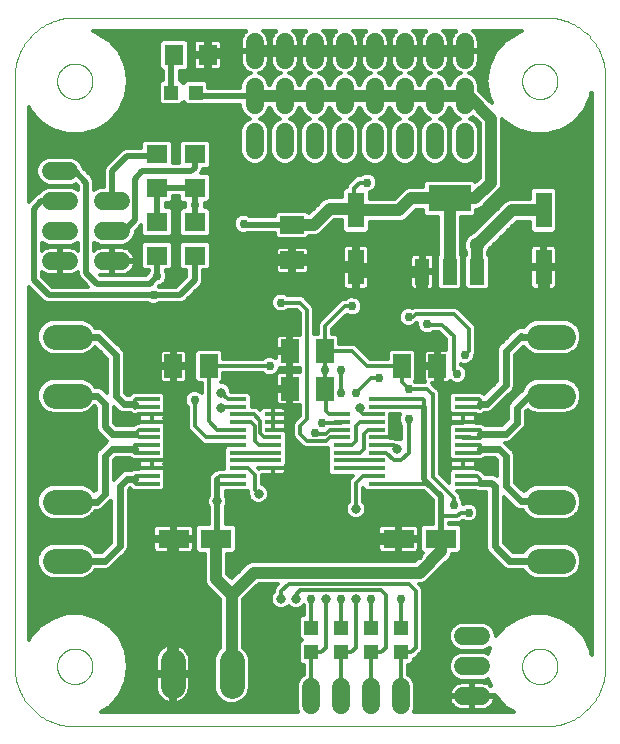
<source format=gtl>
G75*
%MOIN*%
%OFA0B0*%
%FSLAX25Y25*%
%IPPOS*%
%LPD*%
%AMOC8*
5,1,8,0,0,1.08239X$1,22.5*
%
%ADD10C,0.00000*%
%ADD11C,0.06000*%
%ADD12R,0.05906X0.07874*%
%ADD13R,0.10236X0.06299*%
%ADD14R,0.05800X0.01400*%
%ADD15R,0.04724X0.04724*%
%ADD16C,0.08268*%
%ADD17R,0.05500X0.01370*%
%ADD18R,0.06299X0.07098*%
%ADD19R,0.07098X0.06299*%
%ADD20R,0.04800X0.08800*%
%ADD21R,0.14173X0.08661*%
%ADD22R,0.05512X0.11811*%
%ADD23R,0.07874X0.05906*%
%ADD24C,0.01200*%
%ADD25C,0.04000*%
%ADD26C,0.05000*%
%ADD27C,0.02978*%
%ADD28C,0.02000*%
%ADD29C,0.05118*%
%ADD30C,0.03175*%
%ADD31C,0.02400*%
D10*
X0007850Y0024870D02*
X0007850Y0221720D01*
X0007856Y0222196D01*
X0007873Y0222671D01*
X0007902Y0223146D01*
X0007942Y0223620D01*
X0007994Y0224093D01*
X0008057Y0224564D01*
X0008131Y0225034D01*
X0008217Y0225502D01*
X0008314Y0225968D01*
X0008422Y0226431D01*
X0008541Y0226891D01*
X0008672Y0227349D01*
X0008813Y0227803D01*
X0008966Y0228254D01*
X0009129Y0228700D01*
X0009303Y0229143D01*
X0009488Y0229581D01*
X0009683Y0230015D01*
X0009889Y0230444D01*
X0010105Y0230868D01*
X0010331Y0231287D01*
X0010567Y0231700D01*
X0010813Y0232107D01*
X0011069Y0232508D01*
X0011335Y0232902D01*
X0011610Y0233291D01*
X0011894Y0233672D01*
X0012187Y0234046D01*
X0012489Y0234414D01*
X0012801Y0234774D01*
X0013120Y0235126D01*
X0013448Y0235470D01*
X0013785Y0235807D01*
X0014129Y0236135D01*
X0014481Y0236454D01*
X0014841Y0236766D01*
X0015209Y0237068D01*
X0015583Y0237361D01*
X0015964Y0237645D01*
X0016353Y0237920D01*
X0016747Y0238186D01*
X0017148Y0238442D01*
X0017555Y0238688D01*
X0017968Y0238924D01*
X0018387Y0239150D01*
X0018811Y0239366D01*
X0019240Y0239572D01*
X0019674Y0239767D01*
X0020112Y0239952D01*
X0020555Y0240126D01*
X0021001Y0240289D01*
X0021452Y0240442D01*
X0021906Y0240583D01*
X0022364Y0240714D01*
X0022824Y0240833D01*
X0023287Y0240941D01*
X0023753Y0241038D01*
X0024221Y0241124D01*
X0024691Y0241198D01*
X0025162Y0241261D01*
X0025635Y0241313D01*
X0026109Y0241353D01*
X0026584Y0241382D01*
X0027059Y0241399D01*
X0027535Y0241405D01*
X0027535Y0241406D02*
X0185015Y0241406D01*
X0185015Y0241405D02*
X0185491Y0241399D01*
X0185966Y0241382D01*
X0186441Y0241353D01*
X0186915Y0241313D01*
X0187388Y0241261D01*
X0187859Y0241198D01*
X0188329Y0241124D01*
X0188797Y0241038D01*
X0189263Y0240941D01*
X0189726Y0240833D01*
X0190186Y0240714D01*
X0190644Y0240583D01*
X0191098Y0240442D01*
X0191549Y0240289D01*
X0191995Y0240126D01*
X0192438Y0239952D01*
X0192876Y0239767D01*
X0193310Y0239572D01*
X0193739Y0239366D01*
X0194163Y0239150D01*
X0194582Y0238924D01*
X0194995Y0238688D01*
X0195402Y0238442D01*
X0195803Y0238186D01*
X0196197Y0237920D01*
X0196586Y0237645D01*
X0196967Y0237361D01*
X0197341Y0237068D01*
X0197709Y0236766D01*
X0198069Y0236454D01*
X0198421Y0236135D01*
X0198765Y0235807D01*
X0199102Y0235470D01*
X0199430Y0235126D01*
X0199749Y0234774D01*
X0200061Y0234414D01*
X0200363Y0234046D01*
X0200656Y0233672D01*
X0200940Y0233291D01*
X0201215Y0232902D01*
X0201481Y0232508D01*
X0201737Y0232107D01*
X0201983Y0231700D01*
X0202219Y0231287D01*
X0202445Y0230868D01*
X0202661Y0230444D01*
X0202867Y0230015D01*
X0203062Y0229581D01*
X0203247Y0229143D01*
X0203421Y0228700D01*
X0203584Y0228254D01*
X0203737Y0227803D01*
X0203878Y0227349D01*
X0204009Y0226891D01*
X0204128Y0226431D01*
X0204236Y0225968D01*
X0204333Y0225502D01*
X0204419Y0225034D01*
X0204493Y0224564D01*
X0204556Y0224093D01*
X0204608Y0223620D01*
X0204648Y0223146D01*
X0204677Y0222671D01*
X0204694Y0222196D01*
X0204700Y0221720D01*
X0204700Y0024870D01*
X0204694Y0024394D01*
X0204677Y0023919D01*
X0204648Y0023444D01*
X0204608Y0022970D01*
X0204556Y0022497D01*
X0204493Y0022026D01*
X0204419Y0021556D01*
X0204333Y0021088D01*
X0204236Y0020622D01*
X0204128Y0020159D01*
X0204009Y0019699D01*
X0203878Y0019241D01*
X0203737Y0018787D01*
X0203584Y0018336D01*
X0203421Y0017890D01*
X0203247Y0017447D01*
X0203062Y0017009D01*
X0202867Y0016575D01*
X0202661Y0016146D01*
X0202445Y0015722D01*
X0202219Y0015303D01*
X0201983Y0014890D01*
X0201737Y0014483D01*
X0201481Y0014082D01*
X0201215Y0013688D01*
X0200940Y0013299D01*
X0200656Y0012918D01*
X0200363Y0012544D01*
X0200061Y0012176D01*
X0199749Y0011816D01*
X0199430Y0011464D01*
X0199102Y0011120D01*
X0198765Y0010783D01*
X0198421Y0010455D01*
X0198069Y0010136D01*
X0197709Y0009824D01*
X0197341Y0009522D01*
X0196967Y0009229D01*
X0196586Y0008945D01*
X0196197Y0008670D01*
X0195803Y0008404D01*
X0195402Y0008148D01*
X0194995Y0007902D01*
X0194582Y0007666D01*
X0194163Y0007440D01*
X0193739Y0007224D01*
X0193310Y0007018D01*
X0192876Y0006823D01*
X0192438Y0006638D01*
X0191995Y0006464D01*
X0191549Y0006301D01*
X0191098Y0006148D01*
X0190644Y0006007D01*
X0190186Y0005876D01*
X0189726Y0005757D01*
X0189263Y0005649D01*
X0188797Y0005552D01*
X0188329Y0005466D01*
X0187859Y0005392D01*
X0187388Y0005329D01*
X0186915Y0005277D01*
X0186441Y0005237D01*
X0185966Y0005208D01*
X0185491Y0005191D01*
X0185015Y0005185D01*
X0027535Y0005185D01*
X0027059Y0005191D01*
X0026584Y0005208D01*
X0026109Y0005237D01*
X0025635Y0005277D01*
X0025162Y0005329D01*
X0024691Y0005392D01*
X0024221Y0005466D01*
X0023753Y0005552D01*
X0023287Y0005649D01*
X0022824Y0005757D01*
X0022364Y0005876D01*
X0021906Y0006007D01*
X0021452Y0006148D01*
X0021001Y0006301D01*
X0020555Y0006464D01*
X0020112Y0006638D01*
X0019674Y0006823D01*
X0019240Y0007018D01*
X0018811Y0007224D01*
X0018387Y0007440D01*
X0017968Y0007666D01*
X0017555Y0007902D01*
X0017148Y0008148D01*
X0016747Y0008404D01*
X0016353Y0008670D01*
X0015964Y0008945D01*
X0015583Y0009229D01*
X0015209Y0009522D01*
X0014841Y0009824D01*
X0014481Y0010136D01*
X0014129Y0010455D01*
X0013785Y0010783D01*
X0013448Y0011120D01*
X0013120Y0011464D01*
X0012801Y0011816D01*
X0012489Y0012176D01*
X0012187Y0012544D01*
X0011894Y0012918D01*
X0011610Y0013299D01*
X0011335Y0013688D01*
X0011069Y0014082D01*
X0010813Y0014483D01*
X0010567Y0014890D01*
X0010331Y0015303D01*
X0010105Y0015722D01*
X0009889Y0016146D01*
X0009683Y0016575D01*
X0009488Y0017009D01*
X0009303Y0017447D01*
X0009129Y0017890D01*
X0008966Y0018336D01*
X0008813Y0018787D01*
X0008672Y0019241D01*
X0008541Y0019699D01*
X0008422Y0020159D01*
X0008314Y0020622D01*
X0008217Y0021088D01*
X0008131Y0021556D01*
X0008057Y0022026D01*
X0007994Y0022497D01*
X0007942Y0022970D01*
X0007902Y0023444D01*
X0007873Y0023919D01*
X0007856Y0024394D01*
X0007850Y0024870D01*
X0021944Y0025185D02*
X0021946Y0025338D01*
X0021952Y0025492D01*
X0021962Y0025645D01*
X0021976Y0025797D01*
X0021994Y0025950D01*
X0022016Y0026101D01*
X0022041Y0026252D01*
X0022071Y0026403D01*
X0022105Y0026553D01*
X0022142Y0026701D01*
X0022183Y0026849D01*
X0022228Y0026995D01*
X0022277Y0027141D01*
X0022330Y0027285D01*
X0022386Y0027427D01*
X0022446Y0027568D01*
X0022510Y0027708D01*
X0022577Y0027846D01*
X0022648Y0027982D01*
X0022723Y0028116D01*
X0022800Y0028248D01*
X0022882Y0028378D01*
X0022966Y0028506D01*
X0023054Y0028632D01*
X0023145Y0028755D01*
X0023239Y0028876D01*
X0023337Y0028994D01*
X0023437Y0029110D01*
X0023541Y0029223D01*
X0023647Y0029334D01*
X0023756Y0029442D01*
X0023868Y0029547D01*
X0023982Y0029648D01*
X0024100Y0029747D01*
X0024219Y0029843D01*
X0024341Y0029936D01*
X0024466Y0030025D01*
X0024593Y0030112D01*
X0024722Y0030194D01*
X0024853Y0030274D01*
X0024986Y0030350D01*
X0025121Y0030423D01*
X0025258Y0030492D01*
X0025397Y0030557D01*
X0025537Y0030619D01*
X0025679Y0030677D01*
X0025822Y0030732D01*
X0025967Y0030783D01*
X0026113Y0030830D01*
X0026260Y0030873D01*
X0026408Y0030912D01*
X0026557Y0030948D01*
X0026707Y0030979D01*
X0026858Y0031007D01*
X0027009Y0031031D01*
X0027162Y0031051D01*
X0027314Y0031067D01*
X0027467Y0031079D01*
X0027620Y0031087D01*
X0027773Y0031091D01*
X0027927Y0031091D01*
X0028080Y0031087D01*
X0028233Y0031079D01*
X0028386Y0031067D01*
X0028538Y0031051D01*
X0028691Y0031031D01*
X0028842Y0031007D01*
X0028993Y0030979D01*
X0029143Y0030948D01*
X0029292Y0030912D01*
X0029440Y0030873D01*
X0029587Y0030830D01*
X0029733Y0030783D01*
X0029878Y0030732D01*
X0030021Y0030677D01*
X0030163Y0030619D01*
X0030303Y0030557D01*
X0030442Y0030492D01*
X0030579Y0030423D01*
X0030714Y0030350D01*
X0030847Y0030274D01*
X0030978Y0030194D01*
X0031107Y0030112D01*
X0031234Y0030025D01*
X0031359Y0029936D01*
X0031481Y0029843D01*
X0031600Y0029747D01*
X0031718Y0029648D01*
X0031832Y0029547D01*
X0031944Y0029442D01*
X0032053Y0029334D01*
X0032159Y0029223D01*
X0032263Y0029110D01*
X0032363Y0028994D01*
X0032461Y0028876D01*
X0032555Y0028755D01*
X0032646Y0028632D01*
X0032734Y0028506D01*
X0032818Y0028378D01*
X0032900Y0028248D01*
X0032977Y0028116D01*
X0033052Y0027982D01*
X0033123Y0027846D01*
X0033190Y0027708D01*
X0033254Y0027568D01*
X0033314Y0027427D01*
X0033370Y0027285D01*
X0033423Y0027141D01*
X0033472Y0026995D01*
X0033517Y0026849D01*
X0033558Y0026701D01*
X0033595Y0026553D01*
X0033629Y0026403D01*
X0033659Y0026252D01*
X0033684Y0026101D01*
X0033706Y0025950D01*
X0033724Y0025797D01*
X0033738Y0025645D01*
X0033748Y0025492D01*
X0033754Y0025338D01*
X0033756Y0025185D01*
X0033754Y0025032D01*
X0033748Y0024878D01*
X0033738Y0024725D01*
X0033724Y0024573D01*
X0033706Y0024420D01*
X0033684Y0024269D01*
X0033659Y0024118D01*
X0033629Y0023967D01*
X0033595Y0023817D01*
X0033558Y0023669D01*
X0033517Y0023521D01*
X0033472Y0023375D01*
X0033423Y0023229D01*
X0033370Y0023085D01*
X0033314Y0022943D01*
X0033254Y0022802D01*
X0033190Y0022662D01*
X0033123Y0022524D01*
X0033052Y0022388D01*
X0032977Y0022254D01*
X0032900Y0022122D01*
X0032818Y0021992D01*
X0032734Y0021864D01*
X0032646Y0021738D01*
X0032555Y0021615D01*
X0032461Y0021494D01*
X0032363Y0021376D01*
X0032263Y0021260D01*
X0032159Y0021147D01*
X0032053Y0021036D01*
X0031944Y0020928D01*
X0031832Y0020823D01*
X0031718Y0020722D01*
X0031600Y0020623D01*
X0031481Y0020527D01*
X0031359Y0020434D01*
X0031234Y0020345D01*
X0031107Y0020258D01*
X0030978Y0020176D01*
X0030847Y0020096D01*
X0030714Y0020020D01*
X0030579Y0019947D01*
X0030442Y0019878D01*
X0030303Y0019813D01*
X0030163Y0019751D01*
X0030021Y0019693D01*
X0029878Y0019638D01*
X0029733Y0019587D01*
X0029587Y0019540D01*
X0029440Y0019497D01*
X0029292Y0019458D01*
X0029143Y0019422D01*
X0028993Y0019391D01*
X0028842Y0019363D01*
X0028691Y0019339D01*
X0028538Y0019319D01*
X0028386Y0019303D01*
X0028233Y0019291D01*
X0028080Y0019283D01*
X0027927Y0019279D01*
X0027773Y0019279D01*
X0027620Y0019283D01*
X0027467Y0019291D01*
X0027314Y0019303D01*
X0027162Y0019319D01*
X0027009Y0019339D01*
X0026858Y0019363D01*
X0026707Y0019391D01*
X0026557Y0019422D01*
X0026408Y0019458D01*
X0026260Y0019497D01*
X0026113Y0019540D01*
X0025967Y0019587D01*
X0025822Y0019638D01*
X0025679Y0019693D01*
X0025537Y0019751D01*
X0025397Y0019813D01*
X0025258Y0019878D01*
X0025121Y0019947D01*
X0024986Y0020020D01*
X0024853Y0020096D01*
X0024722Y0020176D01*
X0024593Y0020258D01*
X0024466Y0020345D01*
X0024341Y0020434D01*
X0024219Y0020527D01*
X0024100Y0020623D01*
X0023982Y0020722D01*
X0023868Y0020823D01*
X0023756Y0020928D01*
X0023647Y0021036D01*
X0023541Y0021147D01*
X0023437Y0021260D01*
X0023337Y0021376D01*
X0023239Y0021494D01*
X0023145Y0021615D01*
X0023054Y0021738D01*
X0022966Y0021864D01*
X0022882Y0021992D01*
X0022800Y0022122D01*
X0022723Y0022254D01*
X0022648Y0022388D01*
X0022577Y0022524D01*
X0022510Y0022662D01*
X0022446Y0022802D01*
X0022386Y0022943D01*
X0022330Y0023085D01*
X0022277Y0023229D01*
X0022228Y0023375D01*
X0022183Y0023521D01*
X0022142Y0023669D01*
X0022105Y0023817D01*
X0022071Y0023967D01*
X0022041Y0024118D01*
X0022016Y0024269D01*
X0021994Y0024420D01*
X0021976Y0024573D01*
X0021962Y0024725D01*
X0021952Y0024878D01*
X0021946Y0025032D01*
X0021944Y0025185D01*
X0176944Y0025185D02*
X0176946Y0025338D01*
X0176952Y0025492D01*
X0176962Y0025645D01*
X0176976Y0025797D01*
X0176994Y0025950D01*
X0177016Y0026101D01*
X0177041Y0026252D01*
X0177071Y0026403D01*
X0177105Y0026553D01*
X0177142Y0026701D01*
X0177183Y0026849D01*
X0177228Y0026995D01*
X0177277Y0027141D01*
X0177330Y0027285D01*
X0177386Y0027427D01*
X0177446Y0027568D01*
X0177510Y0027708D01*
X0177577Y0027846D01*
X0177648Y0027982D01*
X0177723Y0028116D01*
X0177800Y0028248D01*
X0177882Y0028378D01*
X0177966Y0028506D01*
X0178054Y0028632D01*
X0178145Y0028755D01*
X0178239Y0028876D01*
X0178337Y0028994D01*
X0178437Y0029110D01*
X0178541Y0029223D01*
X0178647Y0029334D01*
X0178756Y0029442D01*
X0178868Y0029547D01*
X0178982Y0029648D01*
X0179100Y0029747D01*
X0179219Y0029843D01*
X0179341Y0029936D01*
X0179466Y0030025D01*
X0179593Y0030112D01*
X0179722Y0030194D01*
X0179853Y0030274D01*
X0179986Y0030350D01*
X0180121Y0030423D01*
X0180258Y0030492D01*
X0180397Y0030557D01*
X0180537Y0030619D01*
X0180679Y0030677D01*
X0180822Y0030732D01*
X0180967Y0030783D01*
X0181113Y0030830D01*
X0181260Y0030873D01*
X0181408Y0030912D01*
X0181557Y0030948D01*
X0181707Y0030979D01*
X0181858Y0031007D01*
X0182009Y0031031D01*
X0182162Y0031051D01*
X0182314Y0031067D01*
X0182467Y0031079D01*
X0182620Y0031087D01*
X0182773Y0031091D01*
X0182927Y0031091D01*
X0183080Y0031087D01*
X0183233Y0031079D01*
X0183386Y0031067D01*
X0183538Y0031051D01*
X0183691Y0031031D01*
X0183842Y0031007D01*
X0183993Y0030979D01*
X0184143Y0030948D01*
X0184292Y0030912D01*
X0184440Y0030873D01*
X0184587Y0030830D01*
X0184733Y0030783D01*
X0184878Y0030732D01*
X0185021Y0030677D01*
X0185163Y0030619D01*
X0185303Y0030557D01*
X0185442Y0030492D01*
X0185579Y0030423D01*
X0185714Y0030350D01*
X0185847Y0030274D01*
X0185978Y0030194D01*
X0186107Y0030112D01*
X0186234Y0030025D01*
X0186359Y0029936D01*
X0186481Y0029843D01*
X0186600Y0029747D01*
X0186718Y0029648D01*
X0186832Y0029547D01*
X0186944Y0029442D01*
X0187053Y0029334D01*
X0187159Y0029223D01*
X0187263Y0029110D01*
X0187363Y0028994D01*
X0187461Y0028876D01*
X0187555Y0028755D01*
X0187646Y0028632D01*
X0187734Y0028506D01*
X0187818Y0028378D01*
X0187900Y0028248D01*
X0187977Y0028116D01*
X0188052Y0027982D01*
X0188123Y0027846D01*
X0188190Y0027708D01*
X0188254Y0027568D01*
X0188314Y0027427D01*
X0188370Y0027285D01*
X0188423Y0027141D01*
X0188472Y0026995D01*
X0188517Y0026849D01*
X0188558Y0026701D01*
X0188595Y0026553D01*
X0188629Y0026403D01*
X0188659Y0026252D01*
X0188684Y0026101D01*
X0188706Y0025950D01*
X0188724Y0025797D01*
X0188738Y0025645D01*
X0188748Y0025492D01*
X0188754Y0025338D01*
X0188756Y0025185D01*
X0188754Y0025032D01*
X0188748Y0024878D01*
X0188738Y0024725D01*
X0188724Y0024573D01*
X0188706Y0024420D01*
X0188684Y0024269D01*
X0188659Y0024118D01*
X0188629Y0023967D01*
X0188595Y0023817D01*
X0188558Y0023669D01*
X0188517Y0023521D01*
X0188472Y0023375D01*
X0188423Y0023229D01*
X0188370Y0023085D01*
X0188314Y0022943D01*
X0188254Y0022802D01*
X0188190Y0022662D01*
X0188123Y0022524D01*
X0188052Y0022388D01*
X0187977Y0022254D01*
X0187900Y0022122D01*
X0187818Y0021992D01*
X0187734Y0021864D01*
X0187646Y0021738D01*
X0187555Y0021615D01*
X0187461Y0021494D01*
X0187363Y0021376D01*
X0187263Y0021260D01*
X0187159Y0021147D01*
X0187053Y0021036D01*
X0186944Y0020928D01*
X0186832Y0020823D01*
X0186718Y0020722D01*
X0186600Y0020623D01*
X0186481Y0020527D01*
X0186359Y0020434D01*
X0186234Y0020345D01*
X0186107Y0020258D01*
X0185978Y0020176D01*
X0185847Y0020096D01*
X0185714Y0020020D01*
X0185579Y0019947D01*
X0185442Y0019878D01*
X0185303Y0019813D01*
X0185163Y0019751D01*
X0185021Y0019693D01*
X0184878Y0019638D01*
X0184733Y0019587D01*
X0184587Y0019540D01*
X0184440Y0019497D01*
X0184292Y0019458D01*
X0184143Y0019422D01*
X0183993Y0019391D01*
X0183842Y0019363D01*
X0183691Y0019339D01*
X0183538Y0019319D01*
X0183386Y0019303D01*
X0183233Y0019291D01*
X0183080Y0019283D01*
X0182927Y0019279D01*
X0182773Y0019279D01*
X0182620Y0019283D01*
X0182467Y0019291D01*
X0182314Y0019303D01*
X0182162Y0019319D01*
X0182009Y0019339D01*
X0181858Y0019363D01*
X0181707Y0019391D01*
X0181557Y0019422D01*
X0181408Y0019458D01*
X0181260Y0019497D01*
X0181113Y0019540D01*
X0180967Y0019587D01*
X0180822Y0019638D01*
X0180679Y0019693D01*
X0180537Y0019751D01*
X0180397Y0019813D01*
X0180258Y0019878D01*
X0180121Y0019947D01*
X0179986Y0020020D01*
X0179853Y0020096D01*
X0179722Y0020176D01*
X0179593Y0020258D01*
X0179466Y0020345D01*
X0179341Y0020434D01*
X0179219Y0020527D01*
X0179100Y0020623D01*
X0178982Y0020722D01*
X0178868Y0020823D01*
X0178756Y0020928D01*
X0178647Y0021036D01*
X0178541Y0021147D01*
X0178437Y0021260D01*
X0178337Y0021376D01*
X0178239Y0021494D01*
X0178145Y0021615D01*
X0178054Y0021738D01*
X0177966Y0021864D01*
X0177882Y0021992D01*
X0177800Y0022122D01*
X0177723Y0022254D01*
X0177648Y0022388D01*
X0177577Y0022524D01*
X0177510Y0022662D01*
X0177446Y0022802D01*
X0177386Y0022943D01*
X0177330Y0023085D01*
X0177277Y0023229D01*
X0177228Y0023375D01*
X0177183Y0023521D01*
X0177142Y0023669D01*
X0177105Y0023817D01*
X0177071Y0023967D01*
X0177041Y0024118D01*
X0177016Y0024269D01*
X0176994Y0024420D01*
X0176976Y0024573D01*
X0176962Y0024725D01*
X0176952Y0024878D01*
X0176946Y0025032D01*
X0176944Y0025185D01*
X0176944Y0220185D02*
X0176946Y0220338D01*
X0176952Y0220492D01*
X0176962Y0220645D01*
X0176976Y0220797D01*
X0176994Y0220950D01*
X0177016Y0221101D01*
X0177041Y0221252D01*
X0177071Y0221403D01*
X0177105Y0221553D01*
X0177142Y0221701D01*
X0177183Y0221849D01*
X0177228Y0221995D01*
X0177277Y0222141D01*
X0177330Y0222285D01*
X0177386Y0222427D01*
X0177446Y0222568D01*
X0177510Y0222708D01*
X0177577Y0222846D01*
X0177648Y0222982D01*
X0177723Y0223116D01*
X0177800Y0223248D01*
X0177882Y0223378D01*
X0177966Y0223506D01*
X0178054Y0223632D01*
X0178145Y0223755D01*
X0178239Y0223876D01*
X0178337Y0223994D01*
X0178437Y0224110D01*
X0178541Y0224223D01*
X0178647Y0224334D01*
X0178756Y0224442D01*
X0178868Y0224547D01*
X0178982Y0224648D01*
X0179100Y0224747D01*
X0179219Y0224843D01*
X0179341Y0224936D01*
X0179466Y0225025D01*
X0179593Y0225112D01*
X0179722Y0225194D01*
X0179853Y0225274D01*
X0179986Y0225350D01*
X0180121Y0225423D01*
X0180258Y0225492D01*
X0180397Y0225557D01*
X0180537Y0225619D01*
X0180679Y0225677D01*
X0180822Y0225732D01*
X0180967Y0225783D01*
X0181113Y0225830D01*
X0181260Y0225873D01*
X0181408Y0225912D01*
X0181557Y0225948D01*
X0181707Y0225979D01*
X0181858Y0226007D01*
X0182009Y0226031D01*
X0182162Y0226051D01*
X0182314Y0226067D01*
X0182467Y0226079D01*
X0182620Y0226087D01*
X0182773Y0226091D01*
X0182927Y0226091D01*
X0183080Y0226087D01*
X0183233Y0226079D01*
X0183386Y0226067D01*
X0183538Y0226051D01*
X0183691Y0226031D01*
X0183842Y0226007D01*
X0183993Y0225979D01*
X0184143Y0225948D01*
X0184292Y0225912D01*
X0184440Y0225873D01*
X0184587Y0225830D01*
X0184733Y0225783D01*
X0184878Y0225732D01*
X0185021Y0225677D01*
X0185163Y0225619D01*
X0185303Y0225557D01*
X0185442Y0225492D01*
X0185579Y0225423D01*
X0185714Y0225350D01*
X0185847Y0225274D01*
X0185978Y0225194D01*
X0186107Y0225112D01*
X0186234Y0225025D01*
X0186359Y0224936D01*
X0186481Y0224843D01*
X0186600Y0224747D01*
X0186718Y0224648D01*
X0186832Y0224547D01*
X0186944Y0224442D01*
X0187053Y0224334D01*
X0187159Y0224223D01*
X0187263Y0224110D01*
X0187363Y0223994D01*
X0187461Y0223876D01*
X0187555Y0223755D01*
X0187646Y0223632D01*
X0187734Y0223506D01*
X0187818Y0223378D01*
X0187900Y0223248D01*
X0187977Y0223116D01*
X0188052Y0222982D01*
X0188123Y0222846D01*
X0188190Y0222708D01*
X0188254Y0222568D01*
X0188314Y0222427D01*
X0188370Y0222285D01*
X0188423Y0222141D01*
X0188472Y0221995D01*
X0188517Y0221849D01*
X0188558Y0221701D01*
X0188595Y0221553D01*
X0188629Y0221403D01*
X0188659Y0221252D01*
X0188684Y0221101D01*
X0188706Y0220950D01*
X0188724Y0220797D01*
X0188738Y0220645D01*
X0188748Y0220492D01*
X0188754Y0220338D01*
X0188756Y0220185D01*
X0188754Y0220032D01*
X0188748Y0219878D01*
X0188738Y0219725D01*
X0188724Y0219573D01*
X0188706Y0219420D01*
X0188684Y0219269D01*
X0188659Y0219118D01*
X0188629Y0218967D01*
X0188595Y0218817D01*
X0188558Y0218669D01*
X0188517Y0218521D01*
X0188472Y0218375D01*
X0188423Y0218229D01*
X0188370Y0218085D01*
X0188314Y0217943D01*
X0188254Y0217802D01*
X0188190Y0217662D01*
X0188123Y0217524D01*
X0188052Y0217388D01*
X0187977Y0217254D01*
X0187900Y0217122D01*
X0187818Y0216992D01*
X0187734Y0216864D01*
X0187646Y0216738D01*
X0187555Y0216615D01*
X0187461Y0216494D01*
X0187363Y0216376D01*
X0187263Y0216260D01*
X0187159Y0216147D01*
X0187053Y0216036D01*
X0186944Y0215928D01*
X0186832Y0215823D01*
X0186718Y0215722D01*
X0186600Y0215623D01*
X0186481Y0215527D01*
X0186359Y0215434D01*
X0186234Y0215345D01*
X0186107Y0215258D01*
X0185978Y0215176D01*
X0185847Y0215096D01*
X0185714Y0215020D01*
X0185579Y0214947D01*
X0185442Y0214878D01*
X0185303Y0214813D01*
X0185163Y0214751D01*
X0185021Y0214693D01*
X0184878Y0214638D01*
X0184733Y0214587D01*
X0184587Y0214540D01*
X0184440Y0214497D01*
X0184292Y0214458D01*
X0184143Y0214422D01*
X0183993Y0214391D01*
X0183842Y0214363D01*
X0183691Y0214339D01*
X0183538Y0214319D01*
X0183386Y0214303D01*
X0183233Y0214291D01*
X0183080Y0214283D01*
X0182927Y0214279D01*
X0182773Y0214279D01*
X0182620Y0214283D01*
X0182467Y0214291D01*
X0182314Y0214303D01*
X0182162Y0214319D01*
X0182009Y0214339D01*
X0181858Y0214363D01*
X0181707Y0214391D01*
X0181557Y0214422D01*
X0181408Y0214458D01*
X0181260Y0214497D01*
X0181113Y0214540D01*
X0180967Y0214587D01*
X0180822Y0214638D01*
X0180679Y0214693D01*
X0180537Y0214751D01*
X0180397Y0214813D01*
X0180258Y0214878D01*
X0180121Y0214947D01*
X0179986Y0215020D01*
X0179853Y0215096D01*
X0179722Y0215176D01*
X0179593Y0215258D01*
X0179466Y0215345D01*
X0179341Y0215434D01*
X0179219Y0215527D01*
X0179100Y0215623D01*
X0178982Y0215722D01*
X0178868Y0215823D01*
X0178756Y0215928D01*
X0178647Y0216036D01*
X0178541Y0216147D01*
X0178437Y0216260D01*
X0178337Y0216376D01*
X0178239Y0216494D01*
X0178145Y0216615D01*
X0178054Y0216738D01*
X0177966Y0216864D01*
X0177882Y0216992D01*
X0177800Y0217122D01*
X0177723Y0217254D01*
X0177648Y0217388D01*
X0177577Y0217524D01*
X0177510Y0217662D01*
X0177446Y0217802D01*
X0177386Y0217943D01*
X0177330Y0218085D01*
X0177277Y0218229D01*
X0177228Y0218375D01*
X0177183Y0218521D01*
X0177142Y0218669D01*
X0177105Y0218817D01*
X0177071Y0218967D01*
X0177041Y0219118D01*
X0177016Y0219269D01*
X0176994Y0219420D01*
X0176976Y0219573D01*
X0176962Y0219725D01*
X0176952Y0219878D01*
X0176946Y0220032D01*
X0176944Y0220185D01*
X0021944Y0220185D02*
X0021946Y0220338D01*
X0021952Y0220492D01*
X0021962Y0220645D01*
X0021976Y0220797D01*
X0021994Y0220950D01*
X0022016Y0221101D01*
X0022041Y0221252D01*
X0022071Y0221403D01*
X0022105Y0221553D01*
X0022142Y0221701D01*
X0022183Y0221849D01*
X0022228Y0221995D01*
X0022277Y0222141D01*
X0022330Y0222285D01*
X0022386Y0222427D01*
X0022446Y0222568D01*
X0022510Y0222708D01*
X0022577Y0222846D01*
X0022648Y0222982D01*
X0022723Y0223116D01*
X0022800Y0223248D01*
X0022882Y0223378D01*
X0022966Y0223506D01*
X0023054Y0223632D01*
X0023145Y0223755D01*
X0023239Y0223876D01*
X0023337Y0223994D01*
X0023437Y0224110D01*
X0023541Y0224223D01*
X0023647Y0224334D01*
X0023756Y0224442D01*
X0023868Y0224547D01*
X0023982Y0224648D01*
X0024100Y0224747D01*
X0024219Y0224843D01*
X0024341Y0224936D01*
X0024466Y0225025D01*
X0024593Y0225112D01*
X0024722Y0225194D01*
X0024853Y0225274D01*
X0024986Y0225350D01*
X0025121Y0225423D01*
X0025258Y0225492D01*
X0025397Y0225557D01*
X0025537Y0225619D01*
X0025679Y0225677D01*
X0025822Y0225732D01*
X0025967Y0225783D01*
X0026113Y0225830D01*
X0026260Y0225873D01*
X0026408Y0225912D01*
X0026557Y0225948D01*
X0026707Y0225979D01*
X0026858Y0226007D01*
X0027009Y0226031D01*
X0027162Y0226051D01*
X0027314Y0226067D01*
X0027467Y0226079D01*
X0027620Y0226087D01*
X0027773Y0226091D01*
X0027927Y0226091D01*
X0028080Y0226087D01*
X0028233Y0226079D01*
X0028386Y0226067D01*
X0028538Y0226051D01*
X0028691Y0226031D01*
X0028842Y0226007D01*
X0028993Y0225979D01*
X0029143Y0225948D01*
X0029292Y0225912D01*
X0029440Y0225873D01*
X0029587Y0225830D01*
X0029733Y0225783D01*
X0029878Y0225732D01*
X0030021Y0225677D01*
X0030163Y0225619D01*
X0030303Y0225557D01*
X0030442Y0225492D01*
X0030579Y0225423D01*
X0030714Y0225350D01*
X0030847Y0225274D01*
X0030978Y0225194D01*
X0031107Y0225112D01*
X0031234Y0225025D01*
X0031359Y0224936D01*
X0031481Y0224843D01*
X0031600Y0224747D01*
X0031718Y0224648D01*
X0031832Y0224547D01*
X0031944Y0224442D01*
X0032053Y0224334D01*
X0032159Y0224223D01*
X0032263Y0224110D01*
X0032363Y0223994D01*
X0032461Y0223876D01*
X0032555Y0223755D01*
X0032646Y0223632D01*
X0032734Y0223506D01*
X0032818Y0223378D01*
X0032900Y0223248D01*
X0032977Y0223116D01*
X0033052Y0222982D01*
X0033123Y0222846D01*
X0033190Y0222708D01*
X0033254Y0222568D01*
X0033314Y0222427D01*
X0033370Y0222285D01*
X0033423Y0222141D01*
X0033472Y0221995D01*
X0033517Y0221849D01*
X0033558Y0221701D01*
X0033595Y0221553D01*
X0033629Y0221403D01*
X0033659Y0221252D01*
X0033684Y0221101D01*
X0033706Y0220950D01*
X0033724Y0220797D01*
X0033738Y0220645D01*
X0033748Y0220492D01*
X0033754Y0220338D01*
X0033756Y0220185D01*
X0033754Y0220032D01*
X0033748Y0219878D01*
X0033738Y0219725D01*
X0033724Y0219573D01*
X0033706Y0219420D01*
X0033684Y0219269D01*
X0033659Y0219118D01*
X0033629Y0218967D01*
X0033595Y0218817D01*
X0033558Y0218669D01*
X0033517Y0218521D01*
X0033472Y0218375D01*
X0033423Y0218229D01*
X0033370Y0218085D01*
X0033314Y0217943D01*
X0033254Y0217802D01*
X0033190Y0217662D01*
X0033123Y0217524D01*
X0033052Y0217388D01*
X0032977Y0217254D01*
X0032900Y0217122D01*
X0032818Y0216992D01*
X0032734Y0216864D01*
X0032646Y0216738D01*
X0032555Y0216615D01*
X0032461Y0216494D01*
X0032363Y0216376D01*
X0032263Y0216260D01*
X0032159Y0216147D01*
X0032053Y0216036D01*
X0031944Y0215928D01*
X0031832Y0215823D01*
X0031718Y0215722D01*
X0031600Y0215623D01*
X0031481Y0215527D01*
X0031359Y0215434D01*
X0031234Y0215345D01*
X0031107Y0215258D01*
X0030978Y0215176D01*
X0030847Y0215096D01*
X0030714Y0215020D01*
X0030579Y0214947D01*
X0030442Y0214878D01*
X0030303Y0214813D01*
X0030163Y0214751D01*
X0030021Y0214693D01*
X0029878Y0214638D01*
X0029733Y0214587D01*
X0029587Y0214540D01*
X0029440Y0214497D01*
X0029292Y0214458D01*
X0029143Y0214422D01*
X0028993Y0214391D01*
X0028842Y0214363D01*
X0028691Y0214339D01*
X0028538Y0214319D01*
X0028386Y0214303D01*
X0028233Y0214291D01*
X0028080Y0214283D01*
X0027927Y0214279D01*
X0027773Y0214279D01*
X0027620Y0214283D01*
X0027467Y0214291D01*
X0027314Y0214303D01*
X0027162Y0214319D01*
X0027009Y0214339D01*
X0026858Y0214363D01*
X0026707Y0214391D01*
X0026557Y0214422D01*
X0026408Y0214458D01*
X0026260Y0214497D01*
X0026113Y0214540D01*
X0025967Y0214587D01*
X0025822Y0214638D01*
X0025679Y0214693D01*
X0025537Y0214751D01*
X0025397Y0214813D01*
X0025258Y0214878D01*
X0025121Y0214947D01*
X0024986Y0215020D01*
X0024853Y0215096D01*
X0024722Y0215176D01*
X0024593Y0215258D01*
X0024466Y0215345D01*
X0024341Y0215434D01*
X0024219Y0215527D01*
X0024100Y0215623D01*
X0023982Y0215722D01*
X0023868Y0215823D01*
X0023756Y0215928D01*
X0023647Y0216036D01*
X0023541Y0216147D01*
X0023437Y0216260D01*
X0023337Y0216376D01*
X0023239Y0216494D01*
X0023145Y0216615D01*
X0023054Y0216738D01*
X0022966Y0216864D01*
X0022882Y0216992D01*
X0022800Y0217122D01*
X0022723Y0217254D01*
X0022648Y0217388D01*
X0022577Y0217524D01*
X0022510Y0217662D01*
X0022446Y0217802D01*
X0022386Y0217943D01*
X0022330Y0218085D01*
X0022277Y0218229D01*
X0022228Y0218375D01*
X0022183Y0218521D01*
X0022142Y0218669D01*
X0022105Y0218817D01*
X0022071Y0218967D01*
X0022041Y0219118D01*
X0022016Y0219269D01*
X0021994Y0219420D01*
X0021976Y0219573D01*
X0021962Y0219725D01*
X0021952Y0219878D01*
X0021946Y0220032D01*
X0021944Y0220185D01*
D11*
X0019850Y0190185D02*
X0025850Y0190185D01*
X0025850Y0180185D02*
X0019850Y0180185D01*
X0019850Y0170185D02*
X0025850Y0170185D01*
X0025850Y0160185D02*
X0019850Y0160185D01*
X0037350Y0160185D02*
X0043350Y0160185D01*
X0043350Y0170185D02*
X0037350Y0170185D01*
X0037350Y0180185D02*
X0043350Y0180185D01*
X0087850Y0197185D02*
X0087850Y0203185D01*
X0087850Y0212185D02*
X0087850Y0218185D01*
X0087850Y0227185D02*
X0087850Y0233185D01*
X0097850Y0233185D02*
X0097850Y0227185D01*
X0097850Y0218185D02*
X0097850Y0212185D01*
X0097850Y0203185D02*
X0097850Y0197185D01*
X0107850Y0197185D02*
X0107850Y0203185D01*
X0107850Y0212185D02*
X0107850Y0218185D01*
X0107850Y0227185D02*
X0107850Y0233185D01*
X0117850Y0233185D02*
X0117850Y0227185D01*
X0117850Y0218185D02*
X0117850Y0212185D01*
X0117850Y0203185D02*
X0117850Y0197185D01*
X0127850Y0197185D02*
X0127850Y0203185D01*
X0127850Y0212185D02*
X0127850Y0218185D01*
X0127850Y0227185D02*
X0127850Y0233185D01*
X0137850Y0233185D02*
X0137850Y0227185D01*
X0137850Y0218185D02*
X0137850Y0212185D01*
X0137850Y0203185D02*
X0137850Y0197185D01*
X0147850Y0197185D02*
X0147850Y0203185D01*
X0147850Y0212185D02*
X0147850Y0218185D01*
X0147850Y0227185D02*
X0147850Y0233185D01*
X0157850Y0233185D02*
X0157850Y0227185D01*
X0157850Y0218185D02*
X0157850Y0212185D01*
X0157850Y0203185D02*
X0157850Y0197185D01*
X0157350Y0035185D02*
X0163350Y0035185D01*
X0163350Y0025185D02*
X0157350Y0025185D01*
X0157350Y0015185D02*
X0163350Y0015185D01*
X0136600Y0012185D02*
X0136600Y0018185D01*
X0126600Y0018185D02*
X0126600Y0012185D01*
X0116600Y0012185D02*
X0116600Y0018185D01*
X0106600Y0018185D02*
X0106600Y0012185D01*
D12*
X0111256Y0117685D03*
X0099444Y0117685D03*
X0099444Y0130185D03*
X0111256Y0130185D03*
X0136944Y0125185D03*
X0148756Y0125185D03*
X0072506Y0125185D03*
X0060694Y0125185D03*
D13*
X0060763Y0067685D03*
X0074937Y0067685D03*
X0135763Y0067685D03*
X0149937Y0067685D03*
D14*
X0116850Y0091185D03*
X0116850Y0093785D03*
X0116850Y0096385D03*
X0116850Y0098885D03*
X0116850Y0101485D03*
X0116850Y0103985D03*
X0116850Y0106585D03*
X0116850Y0109185D03*
X0093850Y0109185D03*
X0093850Y0106585D03*
X0093850Y0103985D03*
X0093850Y0101485D03*
X0093850Y0098885D03*
X0093850Y0096385D03*
X0093850Y0093785D03*
X0093850Y0091185D03*
D15*
X0106600Y0038069D03*
X0106600Y0029801D03*
X0116600Y0029801D03*
X0116600Y0038069D03*
X0126600Y0038069D03*
X0126600Y0029801D03*
X0136600Y0029801D03*
X0136600Y0038069D03*
X0068234Y0216435D03*
X0059966Y0216435D03*
D16*
X0029484Y0135028D02*
X0021216Y0135028D01*
X0021216Y0115343D02*
X0029484Y0115343D01*
X0029484Y0080028D02*
X0021216Y0080028D01*
X0021216Y0060343D02*
X0029484Y0060343D01*
X0060507Y0026819D02*
X0060507Y0018551D01*
X0080193Y0018551D02*
X0080193Y0026819D01*
X0182466Y0060343D02*
X0190734Y0060343D01*
X0190734Y0080028D02*
X0182466Y0080028D01*
X0182466Y0115343D02*
X0190734Y0115343D01*
X0190734Y0135028D02*
X0182466Y0135028D01*
D17*
X0157244Y0114260D03*
X0157244Y0111701D03*
X0157244Y0109142D03*
X0157244Y0106583D03*
X0157244Y0104024D03*
X0157244Y0101465D03*
X0157244Y0098906D03*
X0157244Y0096346D03*
X0157244Y0093787D03*
X0157244Y0091228D03*
X0157244Y0088669D03*
X0157244Y0086110D03*
X0128456Y0086110D03*
X0128456Y0088669D03*
X0128456Y0091228D03*
X0128456Y0093787D03*
X0128456Y0096346D03*
X0128456Y0098906D03*
X0128456Y0101465D03*
X0128456Y0104024D03*
X0128456Y0106583D03*
X0128456Y0109142D03*
X0128456Y0111701D03*
X0128456Y0114260D03*
X0082244Y0114260D03*
X0082244Y0111701D03*
X0082244Y0109142D03*
X0082244Y0106583D03*
X0082244Y0104024D03*
X0082244Y0101465D03*
X0082244Y0098906D03*
X0082244Y0096346D03*
X0082244Y0093787D03*
X0082244Y0091228D03*
X0082244Y0088669D03*
X0082244Y0086110D03*
X0053456Y0086110D03*
X0053456Y0088669D03*
X0053456Y0091228D03*
X0053456Y0093787D03*
X0053456Y0096346D03*
X0053456Y0098906D03*
X0053456Y0101465D03*
X0053456Y0104024D03*
X0053456Y0106583D03*
X0053456Y0109142D03*
X0053456Y0111701D03*
X0053456Y0114260D03*
D18*
X0061002Y0228935D03*
X0072198Y0228935D03*
D19*
X0067850Y0195783D03*
X0067850Y0184587D03*
X0067850Y0173283D03*
X0067850Y0162087D03*
X0055350Y0162087D03*
X0055350Y0173283D03*
X0055350Y0184587D03*
X0055350Y0195783D03*
D20*
X0143750Y0156735D03*
X0152850Y0156735D03*
X0161950Y0156735D03*
D21*
X0152850Y0181136D03*
D22*
X0121600Y0177134D03*
X0121600Y0158236D03*
X0184100Y0158236D03*
X0184100Y0177134D03*
D23*
X0100350Y0172341D03*
X0100350Y0160530D03*
D24*
X0100950Y0160992D02*
X0117244Y0160992D01*
X0117244Y0162190D02*
X0105887Y0162190D01*
X0105887Y0161129D02*
X0105887Y0163693D01*
X0105778Y0164100D01*
X0105567Y0164465D01*
X0105269Y0164763D01*
X0104905Y0164973D01*
X0104498Y0165082D01*
X0100950Y0165082D01*
X0100950Y0161130D01*
X0099750Y0161130D01*
X0099750Y0165082D01*
X0096202Y0165082D01*
X0095795Y0164973D01*
X0095431Y0164763D01*
X0095133Y0164465D01*
X0094922Y0164100D01*
X0094813Y0163693D01*
X0094813Y0161129D01*
X0099750Y0161129D01*
X0099750Y0159930D01*
X0094813Y0159930D01*
X0094813Y0157366D01*
X0094922Y0156959D01*
X0095133Y0156594D01*
X0095431Y0156296D01*
X0095795Y0156086D01*
X0096202Y0155977D01*
X0099750Y0155977D01*
X0099750Y0159929D01*
X0100950Y0159929D01*
X0100950Y0155977D01*
X0104498Y0155977D01*
X0104905Y0156086D01*
X0105269Y0156296D01*
X0105567Y0156594D01*
X0105778Y0156959D01*
X0105887Y0157366D01*
X0105887Y0159930D01*
X0100950Y0159930D01*
X0100950Y0161129D01*
X0105887Y0161129D01*
X0105887Y0159793D02*
X0117244Y0159793D01*
X0117244Y0158836D02*
X0117244Y0164352D01*
X0117353Y0164759D01*
X0117564Y0165124D01*
X0117862Y0165422D01*
X0118227Y0165633D01*
X0118633Y0165742D01*
X0121000Y0165742D01*
X0121000Y0158836D01*
X0121000Y0157636D01*
X0122200Y0157636D01*
X0122200Y0150731D01*
X0124567Y0150731D01*
X0124973Y0150840D01*
X0125338Y0151050D01*
X0125636Y0151348D01*
X0125847Y0151713D01*
X0125956Y0152120D01*
X0125956Y0157636D01*
X0122200Y0157636D01*
X0122200Y0158836D01*
X0125956Y0158836D01*
X0125956Y0164352D01*
X0125847Y0164759D01*
X0125636Y0165124D01*
X0125338Y0165422D01*
X0124973Y0165633D01*
X0124567Y0165742D01*
X0122200Y0165742D01*
X0122200Y0158836D01*
X0121000Y0158836D01*
X0117244Y0158836D01*
X0117244Y0157636D02*
X0117244Y0152120D01*
X0117353Y0151713D01*
X0117564Y0151348D01*
X0117862Y0151050D01*
X0118227Y0150840D01*
X0118633Y0150731D01*
X0121000Y0150731D01*
X0121000Y0157636D01*
X0117244Y0157636D01*
X0117244Y0157396D02*
X0105887Y0157396D01*
X0105887Y0158594D02*
X0121000Y0158594D01*
X0121000Y0157396D02*
X0122200Y0157396D01*
X0123101Y0156735D02*
X0121600Y0155234D01*
X0121600Y0148935D01*
X0121004Y0148474D02*
X0119696Y0148474D01*
X0118487Y0147973D01*
X0118099Y0147585D01*
X0117373Y0147585D01*
X0116491Y0147220D01*
X0115815Y0146545D01*
X0115815Y0146545D01*
X0109221Y0139950D01*
X0108856Y0139068D01*
X0108856Y0135922D01*
X0107750Y0135922D01*
X0107750Y0144412D01*
X0107385Y0145295D01*
X0106709Y0145970D01*
X0104209Y0148470D01*
X0103327Y0148835D01*
X0098851Y0148835D01*
X0098463Y0149223D01*
X0097254Y0149724D01*
X0095946Y0149724D01*
X0094737Y0149223D01*
X0093812Y0148298D01*
X0093311Y0147089D01*
X0093311Y0145781D01*
X0093812Y0144572D01*
X0094737Y0143647D01*
X0095946Y0143146D01*
X0097254Y0143146D01*
X0098463Y0143647D01*
X0098851Y0144035D01*
X0101856Y0144035D01*
X0102950Y0142941D01*
X0102950Y0135630D01*
X0102608Y0135722D01*
X0100044Y0135722D01*
X0100044Y0130785D01*
X0098845Y0130785D01*
X0098845Y0135722D01*
X0096281Y0135722D01*
X0095874Y0135613D01*
X0095509Y0135402D01*
X0095211Y0135104D01*
X0095001Y0134740D01*
X0094892Y0134333D01*
X0094892Y0130785D01*
X0098844Y0130785D01*
X0098844Y0129585D01*
X0094892Y0129585D01*
X0094892Y0127795D01*
X0094713Y0127973D01*
X0093504Y0128474D01*
X0092196Y0128474D01*
X0090987Y0127973D01*
X0090599Y0127585D01*
X0077258Y0127585D01*
X0077258Y0129868D01*
X0076204Y0130922D01*
X0068807Y0130922D01*
X0067753Y0129868D01*
X0067753Y0120502D01*
X0068807Y0119448D01*
X0070106Y0119448D01*
X0070106Y0116331D01*
X0069713Y0116723D01*
X0068504Y0117224D01*
X0067196Y0117224D01*
X0065987Y0116723D01*
X0065062Y0115798D01*
X0064561Y0114589D01*
X0064561Y0113281D01*
X0065062Y0112072D01*
X0065450Y0111684D01*
X0065450Y0104708D01*
X0065815Y0103826D01*
X0066491Y0103150D01*
X0070211Y0099430D01*
X0071093Y0099065D01*
X0077894Y0099065D01*
X0077894Y0098906D01*
X0082244Y0098906D01*
X0060380Y0098906D01*
X0060350Y0098935D01*
X0060350Y0093935D01*
X0060202Y0093787D01*
X0060350Y0093640D01*
X0060350Y0091435D01*
X0060507Y0091278D01*
X0060507Y0067429D01*
X0060163Y0067508D02*
X0045850Y0067508D01*
X0045850Y0068706D02*
X0054045Y0068706D01*
X0054045Y0068285D02*
X0060163Y0068285D01*
X0060163Y0067085D01*
X0054045Y0067085D01*
X0054045Y0064325D01*
X0054154Y0063918D01*
X0054365Y0063553D01*
X0054663Y0063255D01*
X0055028Y0063044D01*
X0055435Y0062935D01*
X0060163Y0062935D01*
X0060163Y0067085D01*
X0061363Y0067085D01*
X0061363Y0062935D01*
X0066092Y0062935D01*
X0066499Y0063044D01*
X0066864Y0063255D01*
X0067162Y0063553D01*
X0067372Y0063918D01*
X0067481Y0064325D01*
X0067481Y0067085D01*
X0061363Y0067085D01*
X0061363Y0068285D01*
X0060163Y0068285D01*
X0060163Y0072435D01*
X0055435Y0072435D01*
X0055028Y0072326D01*
X0054663Y0072115D01*
X0054365Y0071817D01*
X0054154Y0071452D01*
X0054045Y0071045D01*
X0054045Y0068285D01*
X0054045Y0069905D02*
X0045850Y0069905D01*
X0045850Y0071103D02*
X0054061Y0071103D01*
X0054986Y0072302D02*
X0045850Y0072302D01*
X0045850Y0073500D02*
X0072550Y0073500D01*
X0072550Y0072635D02*
X0069073Y0072635D01*
X0068019Y0071580D01*
X0068019Y0063790D01*
X0069073Y0062735D01*
X0071137Y0062735D01*
X0071137Y0053593D01*
X0071715Y0052196D01*
X0076393Y0047519D01*
X0076393Y0031411D01*
X0075162Y0030180D01*
X0074259Y0027999D01*
X0074259Y0017371D01*
X0075162Y0015190D01*
X0076831Y0013521D01*
X0079012Y0012617D01*
X0081373Y0012617D01*
X0083554Y0013521D01*
X0085223Y0015190D01*
X0086126Y0017371D01*
X0086126Y0027999D01*
X0085223Y0030180D01*
X0083993Y0031411D01*
X0083993Y0047519D01*
X0089109Y0052635D01*
X0095656Y0052635D01*
X0095241Y0052220D01*
X0094565Y0051545D01*
X0094200Y0050662D01*
X0094200Y0050076D01*
X0093728Y0049604D01*
X0093213Y0048359D01*
X0093213Y0047011D01*
X0093728Y0045766D01*
X0094681Y0044813D01*
X0095926Y0044298D01*
X0097274Y0044298D01*
X0098519Y0044813D01*
X0099100Y0045395D01*
X0099681Y0044813D01*
X0100926Y0044298D01*
X0102274Y0044298D01*
X0103519Y0044813D01*
X0104170Y0045464D01*
X0104200Y0045434D01*
X0104200Y0042231D01*
X0103492Y0042231D01*
X0102438Y0041177D01*
X0102438Y0034961D01*
X0103464Y0033935D01*
X0102438Y0032909D01*
X0102438Y0026693D01*
X0103492Y0025639D01*
X0104200Y0025639D01*
X0104200Y0022386D01*
X0103881Y0022254D01*
X0102531Y0020904D01*
X0101800Y0019140D01*
X0101800Y0011230D01*
X0102399Y0009785D01*
X0036476Y0009785D01*
X0039506Y0011733D01*
X0039507Y0011733D02*
X0042824Y0015562D01*
X0044929Y0020170D01*
X0044929Y0020170D01*
X0045650Y0025185D01*
X0044929Y0030200D01*
X0042824Y0034808D01*
X0042824Y0034808D01*
X0039507Y0038637D01*
X0039506Y0038637D01*
X0035244Y0041376D01*
X0030383Y0042804D01*
X0025317Y0042804D01*
X0020456Y0041376D01*
X0020456Y0041376D01*
X0016193Y0038637D01*
X0012876Y0034808D01*
X0012450Y0033876D01*
X0012450Y0151625D01*
X0012514Y0151561D01*
X0017514Y0146561D01*
X0018543Y0146135D01*
X0052265Y0146135D01*
X0053446Y0145646D01*
X0054754Y0145646D01*
X0055935Y0146135D01*
X0063407Y0146135D01*
X0064436Y0146561D01*
X0070224Y0152349D01*
X0070650Y0153378D01*
X0070650Y0157137D01*
X0072145Y0157137D01*
X0073199Y0158191D01*
X0073199Y0165982D01*
X0072145Y0167036D01*
X0063555Y0167036D01*
X0062501Y0165982D01*
X0062501Y0158191D01*
X0063555Y0157137D01*
X0065050Y0157137D01*
X0065050Y0155095D01*
X0061690Y0151735D01*
X0055935Y0151735D01*
X0055882Y0151757D01*
X0056033Y0151908D01*
X0057213Y0152397D01*
X0058138Y0153322D01*
X0058639Y0154531D01*
X0058639Y0155839D01*
X0058150Y0157020D01*
X0058150Y0157137D01*
X0059645Y0157137D01*
X0060699Y0158191D01*
X0060699Y0165982D01*
X0059645Y0167036D01*
X0051055Y0167036D01*
X0050001Y0165982D01*
X0050001Y0158191D01*
X0051055Y0157137D01*
X0052550Y0157137D01*
X0052550Y0157020D01*
X0052073Y0155868D01*
X0051690Y0155485D01*
X0036510Y0155485D01*
X0036301Y0155694D01*
X0036988Y0155585D01*
X0039950Y0155585D01*
X0039950Y0159785D01*
X0040750Y0159785D01*
X0040750Y0155585D01*
X0043712Y0155585D01*
X0044427Y0155698D01*
X0045116Y0155922D01*
X0045761Y0156251D01*
X0046347Y0156676D01*
X0046859Y0157188D01*
X0047284Y0157774D01*
X0047613Y0158419D01*
X0047837Y0159108D01*
X0047944Y0159785D01*
X0040750Y0159785D01*
X0040750Y0160585D01*
X0047944Y0160585D01*
X0047837Y0161262D01*
X0047613Y0161951D01*
X0047284Y0162596D01*
X0046859Y0163182D01*
X0046347Y0163694D01*
X0045761Y0164119D01*
X0045116Y0164448D01*
X0044427Y0164672D01*
X0043712Y0164785D01*
X0040750Y0164785D01*
X0040750Y0160585D01*
X0039950Y0160585D01*
X0039950Y0164785D01*
X0036988Y0164785D01*
X0036273Y0164672D01*
X0035584Y0164448D01*
X0034939Y0164119D01*
X0034400Y0163728D01*
X0034400Y0166347D01*
X0034631Y0166116D01*
X0036395Y0165385D01*
X0044305Y0165385D01*
X0046069Y0166116D01*
X0047419Y0167466D01*
X0048150Y0169230D01*
X0048150Y0170275D01*
X0049536Y0171661D01*
X0050001Y0172126D01*
X0050001Y0169388D01*
X0051055Y0168334D01*
X0059645Y0168334D01*
X0060699Y0169388D01*
X0060699Y0177179D01*
X0059645Y0178233D01*
X0058150Y0178233D01*
X0058150Y0179637D01*
X0059645Y0179637D01*
X0060699Y0180691D01*
X0060699Y0181787D01*
X0062501Y0181787D01*
X0062501Y0180691D01*
X0063555Y0179637D01*
X0064581Y0179637D01*
X0064561Y0179589D01*
X0064561Y0178281D01*
X0064581Y0178233D01*
X0063555Y0178233D01*
X0062501Y0177179D01*
X0062501Y0169388D01*
X0063555Y0168334D01*
X0072145Y0168334D01*
X0073199Y0169388D01*
X0073199Y0177179D01*
X0072145Y0178233D01*
X0071119Y0178233D01*
X0071139Y0178281D01*
X0071139Y0179589D01*
X0071119Y0179637D01*
X0072145Y0179637D01*
X0073199Y0180691D01*
X0073199Y0188482D01*
X0072145Y0189536D01*
X0069911Y0189536D01*
X0070224Y0189849D01*
X0070632Y0190834D01*
X0072145Y0190834D01*
X0073199Y0191888D01*
X0073199Y0199679D01*
X0072145Y0200733D01*
X0063555Y0200733D01*
X0062501Y0199679D01*
X0062501Y0192985D01*
X0060699Y0192985D01*
X0060699Y0199679D01*
X0059645Y0200733D01*
X0051055Y0200733D01*
X0050001Y0199679D01*
X0050001Y0197985D01*
X0044793Y0197985D01*
X0043764Y0197559D01*
X0042976Y0196771D01*
X0037976Y0191771D01*
X0037550Y0190742D01*
X0037550Y0184985D01*
X0036395Y0184985D01*
X0034631Y0184254D01*
X0034400Y0184023D01*
X0034400Y0186992D01*
X0033974Y0188021D01*
X0033186Y0188809D01*
X0030505Y0191490D01*
X0029919Y0192904D01*
X0028569Y0194254D01*
X0026805Y0194985D01*
X0018895Y0194985D01*
X0017131Y0194254D01*
X0015781Y0192904D01*
X0015050Y0191140D01*
X0015050Y0189230D01*
X0015781Y0187466D01*
X0017131Y0186116D01*
X0018895Y0185385D01*
X0026805Y0185385D01*
X0028138Y0185937D01*
X0028800Y0185275D01*
X0028800Y0184023D01*
X0028569Y0184254D01*
X0026805Y0184985D01*
X0018895Y0184985D01*
X0017131Y0184254D01*
X0015781Y0182904D01*
X0015767Y0182871D01*
X0015014Y0182559D01*
X0014226Y0181771D01*
X0012450Y0179995D01*
X0012450Y0211494D01*
X0012876Y0210562D01*
X0012876Y0210562D01*
X0016193Y0206733D01*
X0016193Y0206733D01*
X0020456Y0203994D01*
X0025317Y0202566D01*
X0030383Y0202566D01*
X0035244Y0203994D01*
X0035244Y0203994D01*
X0039506Y0206733D01*
X0039507Y0206733D02*
X0042824Y0210562D01*
X0044929Y0215170D01*
X0044929Y0215170D01*
X0045650Y0220185D01*
X0044929Y0225200D01*
X0042824Y0229808D01*
X0042824Y0229808D01*
X0039507Y0233637D01*
X0039506Y0233637D01*
X0035244Y0236376D01*
X0033783Y0236806D01*
X0085007Y0236806D01*
X0084853Y0236694D01*
X0084341Y0236182D01*
X0083916Y0235596D01*
X0083587Y0234951D01*
X0083363Y0234262D01*
X0083250Y0233547D01*
X0083250Y0230585D01*
X0087450Y0230585D01*
X0087450Y0229785D01*
X0083250Y0229785D01*
X0083250Y0226823D01*
X0083363Y0226108D01*
X0083587Y0225419D01*
X0083916Y0224774D01*
X0084341Y0224188D01*
X0084853Y0223676D01*
X0085439Y0223251D01*
X0086084Y0222922D01*
X0086454Y0222802D01*
X0085131Y0222254D01*
X0083781Y0220904D01*
X0083050Y0219140D01*
X0083050Y0217985D01*
X0072396Y0217985D01*
X0072396Y0219543D01*
X0071342Y0220597D01*
X0065126Y0220597D01*
X0064100Y0219571D01*
X0063074Y0220597D01*
X0062766Y0220597D01*
X0062766Y0223586D01*
X0064897Y0223586D01*
X0065951Y0224640D01*
X0065951Y0233230D01*
X0064897Y0234284D01*
X0057106Y0234284D01*
X0056052Y0233230D01*
X0056052Y0224640D01*
X0057106Y0223586D01*
X0057166Y0223586D01*
X0057166Y0220597D01*
X0056858Y0220597D01*
X0055804Y0219543D01*
X0055804Y0213327D01*
X0056858Y0212273D01*
X0063074Y0212273D01*
X0064100Y0213299D01*
X0065126Y0212273D01*
X0071342Y0212273D01*
X0071454Y0212385D01*
X0083050Y0212385D01*
X0083050Y0211230D01*
X0083781Y0209466D01*
X0085131Y0208116D01*
X0086171Y0207685D01*
X0085131Y0207254D01*
X0083781Y0205904D01*
X0083050Y0204140D01*
X0083050Y0196230D01*
X0083781Y0194466D01*
X0085131Y0193116D01*
X0086895Y0192385D01*
X0088805Y0192385D01*
X0090569Y0193116D01*
X0091919Y0194466D01*
X0092650Y0196230D01*
X0092650Y0204140D01*
X0091919Y0205904D01*
X0090569Y0207254D01*
X0089529Y0207685D01*
X0090569Y0208116D01*
X0091919Y0209466D01*
X0092650Y0211230D01*
X0092650Y0211385D01*
X0093050Y0211385D01*
X0093050Y0211230D01*
X0093781Y0209466D01*
X0095131Y0208116D01*
X0096171Y0207685D01*
X0095131Y0207254D01*
X0093781Y0205904D01*
X0093050Y0204140D01*
X0093050Y0196230D01*
X0093781Y0194466D01*
X0095131Y0193116D01*
X0096895Y0192385D01*
X0098805Y0192385D01*
X0100569Y0193116D01*
X0101919Y0194466D01*
X0102650Y0196230D01*
X0102650Y0204140D01*
X0101919Y0205904D01*
X0100569Y0207254D01*
X0099529Y0207685D01*
X0100569Y0208116D01*
X0101919Y0209466D01*
X0102650Y0211230D01*
X0102650Y0211385D01*
X0103050Y0211385D01*
X0103050Y0211230D01*
X0103781Y0209466D01*
X0105131Y0208116D01*
X0106171Y0207685D01*
X0105131Y0207254D01*
X0103781Y0205904D01*
X0103050Y0204140D01*
X0103050Y0196230D01*
X0103781Y0194466D01*
X0105131Y0193116D01*
X0106895Y0192385D01*
X0108805Y0192385D01*
X0110569Y0193116D01*
X0111919Y0194466D01*
X0112650Y0196230D01*
X0112650Y0204140D01*
X0111919Y0205904D01*
X0110569Y0207254D01*
X0109529Y0207685D01*
X0110569Y0208116D01*
X0111919Y0209466D01*
X0112650Y0211230D01*
X0112650Y0211385D01*
X0113050Y0211385D01*
X0113050Y0211230D01*
X0113781Y0209466D01*
X0115131Y0208116D01*
X0116171Y0207685D01*
X0115131Y0207254D01*
X0113781Y0205904D01*
X0113050Y0204140D01*
X0113050Y0196230D01*
X0113781Y0194466D01*
X0115131Y0193116D01*
X0116895Y0192385D01*
X0118805Y0192385D01*
X0120569Y0193116D01*
X0121919Y0194466D01*
X0122650Y0196230D01*
X0122650Y0204140D01*
X0121919Y0205904D01*
X0120569Y0207254D01*
X0119529Y0207685D01*
X0120569Y0208116D01*
X0121919Y0209466D01*
X0122650Y0211230D01*
X0122650Y0211385D01*
X0123050Y0211385D01*
X0123050Y0211230D01*
X0123781Y0209466D01*
X0125131Y0208116D01*
X0126171Y0207685D01*
X0125131Y0207254D01*
X0123781Y0205904D01*
X0123050Y0204140D01*
X0123050Y0196230D01*
X0123781Y0194466D01*
X0125131Y0193116D01*
X0126895Y0192385D01*
X0128805Y0192385D01*
X0130569Y0193116D01*
X0131919Y0194466D01*
X0132650Y0196230D01*
X0132650Y0204140D01*
X0131919Y0205904D01*
X0130569Y0207254D01*
X0129529Y0207685D01*
X0130569Y0208116D01*
X0131919Y0209466D01*
X0132650Y0211230D01*
X0132650Y0211385D01*
X0133050Y0211385D01*
X0133050Y0211230D01*
X0133781Y0209466D01*
X0135131Y0208116D01*
X0136171Y0207685D01*
X0135131Y0207254D01*
X0133781Y0205904D01*
X0133050Y0204140D01*
X0133050Y0196230D01*
X0133781Y0194466D01*
X0135131Y0193116D01*
X0136895Y0192385D01*
X0138805Y0192385D01*
X0140569Y0193116D01*
X0141919Y0194466D01*
X0142650Y0196230D01*
X0142650Y0204140D01*
X0141919Y0205904D01*
X0140569Y0207254D01*
X0139529Y0207685D01*
X0140569Y0208116D01*
X0141919Y0209466D01*
X0142650Y0211230D01*
X0142650Y0211385D01*
X0143050Y0211385D01*
X0143050Y0211230D01*
X0143781Y0209466D01*
X0145131Y0208116D01*
X0146171Y0207685D01*
X0145131Y0207254D01*
X0143781Y0205904D01*
X0143050Y0204140D01*
X0143050Y0196230D01*
X0143781Y0194466D01*
X0145131Y0193116D01*
X0146895Y0192385D01*
X0148805Y0192385D01*
X0150569Y0193116D01*
X0151919Y0194466D01*
X0152650Y0196230D01*
X0152650Y0204140D01*
X0151919Y0205904D01*
X0150569Y0207254D01*
X0149529Y0207685D01*
X0150569Y0208116D01*
X0151919Y0209466D01*
X0152650Y0211230D01*
X0152650Y0211385D01*
X0153050Y0211385D01*
X0153050Y0211230D01*
X0153781Y0209466D01*
X0155131Y0208116D01*
X0156171Y0207685D01*
X0155131Y0207254D01*
X0153781Y0205904D01*
X0153050Y0204140D01*
X0153050Y0196230D01*
X0153781Y0194466D01*
X0155131Y0193116D01*
X0156895Y0192385D01*
X0158805Y0192385D01*
X0160569Y0193116D01*
X0161919Y0194466D01*
X0162650Y0196230D01*
X0162650Y0204140D01*
X0161919Y0205904D01*
X0160569Y0207254D01*
X0159529Y0207685D01*
X0160569Y0208116D01*
X0160682Y0208229D01*
X0162800Y0206111D01*
X0162800Y0188009D01*
X0161370Y0186579D01*
X0160682Y0187267D01*
X0145018Y0187267D01*
X0143963Y0186212D01*
X0143963Y0184936D01*
X0139295Y0184936D01*
X0137898Y0184357D01*
X0134475Y0180934D01*
X0126156Y0180934D01*
X0126156Y0183209D01*
X0127213Y0183647D01*
X0128138Y0184572D01*
X0128639Y0185781D01*
X0128639Y0187089D01*
X0128138Y0188298D01*
X0127213Y0189223D01*
X0126004Y0189724D01*
X0124696Y0189724D01*
X0123487Y0189223D01*
X0123099Y0188835D01*
X0122373Y0188835D01*
X0121491Y0188470D01*
X0119014Y0185993D01*
X0118649Y0185111D01*
X0118649Y0184839D01*
X0118098Y0184839D01*
X0117044Y0183785D01*
X0117044Y0181485D01*
X0112094Y0181485D01*
X0110697Y0180907D01*
X0109629Y0179838D01*
X0105958Y0176167D01*
X0105033Y0177093D01*
X0095667Y0177093D01*
X0094613Y0176039D01*
X0094613Y0175141D01*
X0086296Y0175141D01*
X0085963Y0175473D01*
X0084754Y0175974D01*
X0083446Y0175974D01*
X0082237Y0175473D01*
X0081312Y0174548D01*
X0080811Y0173339D01*
X0080811Y0172031D01*
X0081312Y0170822D01*
X0082237Y0169897D01*
X0083446Y0169396D01*
X0084754Y0169396D01*
X0085103Y0169541D01*
X0094613Y0169541D01*
X0094613Y0168642D01*
X0095667Y0167588D01*
X0105033Y0167588D01*
X0105985Y0168541D01*
X0108261Y0168541D01*
X0109658Y0169119D01*
X0114424Y0173885D01*
X0117044Y0173885D01*
X0117044Y0170483D01*
X0118098Y0169428D01*
X0125101Y0169428D01*
X0126156Y0170483D01*
X0126156Y0173334D01*
X0136805Y0173334D01*
X0138201Y0173912D01*
X0141625Y0177336D01*
X0143963Y0177336D01*
X0143963Y0176060D01*
X0145018Y0175005D01*
X0149050Y0175005D01*
X0149050Y0162281D01*
X0148650Y0161881D01*
X0148650Y0151589D01*
X0149704Y0150535D01*
X0155996Y0150535D01*
X0157050Y0151589D01*
X0157050Y0161881D01*
X0156650Y0162281D01*
X0156650Y0175005D01*
X0160682Y0175005D01*
X0161737Y0176060D01*
X0161737Y0177336D01*
X0162057Y0177336D01*
X0163453Y0177914D01*
X0168753Y0183214D01*
X0169821Y0184283D01*
X0170400Y0185679D01*
X0170400Y0207648D01*
X0171193Y0206733D01*
X0171193Y0206733D01*
X0175456Y0203994D01*
X0180317Y0202566D01*
X0185383Y0202566D01*
X0190244Y0203994D01*
X0190244Y0203994D01*
X0194506Y0206733D01*
X0194507Y0206733D02*
X0197824Y0210562D01*
X0199929Y0215170D01*
X0199929Y0215170D01*
X0200100Y0216363D01*
X0200100Y0029007D01*
X0199929Y0030200D01*
X0197824Y0034808D01*
X0197824Y0034808D01*
X0194507Y0038637D01*
X0194506Y0038637D01*
X0190244Y0041376D01*
X0185383Y0042804D01*
X0180317Y0042804D01*
X0175456Y0041376D01*
X0175456Y0041376D01*
X0171193Y0038637D01*
X0168150Y0035125D01*
X0168150Y0036140D01*
X0167419Y0037904D01*
X0166069Y0039254D01*
X0164305Y0039985D01*
X0156395Y0039985D01*
X0154631Y0039254D01*
X0153281Y0037904D01*
X0152550Y0036140D01*
X0152550Y0034230D01*
X0153281Y0032466D01*
X0154631Y0031116D01*
X0156395Y0030385D01*
X0164305Y0030385D01*
X0166069Y0031116D01*
X0166290Y0031337D01*
X0165771Y0030200D01*
X0165771Y0030200D01*
X0165659Y0029424D01*
X0164305Y0029985D01*
X0156395Y0029985D01*
X0154631Y0029254D01*
X0153281Y0027904D01*
X0152550Y0026140D01*
X0152550Y0024230D01*
X0153281Y0022466D01*
X0154631Y0021116D01*
X0156395Y0020385D01*
X0164305Y0020385D01*
X0165659Y0020946D01*
X0165771Y0020170D01*
X0166528Y0018512D01*
X0166347Y0018694D01*
X0165761Y0019119D01*
X0165116Y0019448D01*
X0164427Y0019672D01*
X0163712Y0019785D01*
X0160750Y0019785D01*
X0160750Y0015585D01*
X0167865Y0015585D01*
X0167876Y0015562D01*
X0171193Y0011733D01*
X0171193Y0011733D01*
X0174224Y0009785D01*
X0140801Y0009785D01*
X0141400Y0011230D01*
X0141400Y0019140D01*
X0140669Y0020904D01*
X0139319Y0022254D01*
X0139000Y0022386D01*
X0139000Y0025639D01*
X0139708Y0025639D01*
X0140762Y0026693D01*
X0140762Y0027533D01*
X0141326Y0027767D01*
X0142959Y0029400D01*
X0143635Y0030076D01*
X0144000Y0030958D01*
X0144000Y0050662D01*
X0143635Y0051545D01*
X0142544Y0052635D01*
X0143606Y0052635D01*
X0145003Y0053214D01*
X0153158Y0061369D01*
X0153724Y0062735D01*
X0155800Y0062735D01*
X0156855Y0063790D01*
X0156855Y0071580D01*
X0155800Y0072635D01*
X0152737Y0072635D01*
X0152737Y0072785D01*
X0155827Y0072785D01*
X0156709Y0073150D01*
X0157221Y0073662D01*
X0157237Y0073647D01*
X0158446Y0073146D01*
X0159754Y0073146D01*
X0160963Y0073647D01*
X0161888Y0074572D01*
X0162389Y0075781D01*
X0162389Y0077089D01*
X0161888Y0078298D01*
X0160963Y0079223D01*
X0159754Y0079724D01*
X0158446Y0079724D01*
X0157389Y0079286D01*
X0157389Y0079589D01*
X0156888Y0080798D01*
X0156500Y0081186D01*
X0156500Y0081912D01*
X0156135Y0082795D01*
X0155459Y0083470D01*
X0155304Y0083625D01*
X0160739Y0083625D01*
X0160824Y0083710D01*
X0161589Y0083710D01*
X0162253Y0083435D01*
X0164850Y0083435D01*
X0164850Y0064588D01*
X0165307Y0063486D01*
X0166151Y0062642D01*
X0170993Y0057799D01*
X0172096Y0057343D01*
X0177286Y0057343D01*
X0177436Y0056981D01*
X0179105Y0055312D01*
X0181286Y0054409D01*
X0191914Y0054409D01*
X0194095Y0055312D01*
X0195764Y0056981D01*
X0196668Y0059162D01*
X0196668Y0061523D01*
X0195764Y0063704D01*
X0194095Y0065373D01*
X0191914Y0066276D01*
X0181286Y0066276D01*
X0179105Y0065373D01*
X0177436Y0063704D01*
X0177286Y0063343D01*
X0173935Y0063343D01*
X0170850Y0066428D01*
X0170850Y0081692D01*
X0174901Y0077642D01*
X0176003Y0077185D01*
X0177221Y0077185D01*
X0177436Y0076666D01*
X0179105Y0074997D01*
X0181286Y0074094D01*
X0191914Y0074094D01*
X0194095Y0074997D01*
X0195764Y0076666D01*
X0196668Y0078847D01*
X0196668Y0081208D01*
X0195764Y0083389D01*
X0194095Y0085058D01*
X0191914Y0085961D01*
X0181286Y0085961D01*
X0179105Y0085058D01*
X0177537Y0083490D01*
X0174600Y0086428D01*
X0174600Y0095782D01*
X0174143Y0096884D01*
X0171643Y0099384D01*
X0171343Y0099685D01*
X0172197Y0099685D01*
X0173299Y0100142D01*
X0177049Y0103892D01*
X0177049Y0103892D01*
X0177893Y0104736D01*
X0178350Y0105838D01*
X0178350Y0110192D01*
X0178787Y0110630D01*
X0179105Y0110312D01*
X0181286Y0109409D01*
X0191914Y0109409D01*
X0194095Y0110312D01*
X0195764Y0111981D01*
X0196668Y0114162D01*
X0196668Y0116523D01*
X0195764Y0118704D01*
X0194095Y0120373D01*
X0191914Y0121276D01*
X0181286Y0121276D01*
X0179105Y0120373D01*
X0177436Y0118704D01*
X0176771Y0117098D01*
X0176557Y0116884D01*
X0173651Y0113978D01*
X0173651Y0113978D01*
X0172807Y0113134D01*
X0172350Y0112032D01*
X0172350Y0107678D01*
X0170357Y0105685D01*
X0164494Y0105685D01*
X0164121Y0106058D01*
X0163239Y0106424D01*
X0161594Y0106424D01*
X0161594Y0106583D01*
X0161594Y0107478D01*
X0161491Y0107862D01*
X0161594Y0108246D01*
X0161594Y0109142D01*
X0161594Y0109301D01*
X0161731Y0109301D01*
X0162373Y0109035D01*
X0163327Y0109035D01*
X0164209Y0109400D01*
X0164494Y0109685D01*
X0165947Y0109685D01*
X0167049Y0110142D01*
X0173299Y0116392D01*
X0174143Y0117236D01*
X0174600Y0118338D01*
X0174600Y0128942D01*
X0177403Y0131745D01*
X0177436Y0131666D01*
X0179105Y0129997D01*
X0181286Y0129094D01*
X0191914Y0129094D01*
X0194095Y0129997D01*
X0195764Y0131666D01*
X0196668Y0133847D01*
X0196668Y0136208D01*
X0195764Y0138389D01*
X0194095Y0140058D01*
X0191914Y0140961D01*
X0181286Y0140961D01*
X0179105Y0140058D01*
X0177436Y0138389D01*
X0177329Y0138130D01*
X0177197Y0138185D01*
X0176003Y0138185D01*
X0174901Y0137728D01*
X0174057Y0136884D01*
X0169057Y0131884D01*
X0168600Y0130782D01*
X0168600Y0120178D01*
X0164301Y0115878D01*
X0164209Y0115970D01*
X0163885Y0116294D01*
X0163003Y0116660D01*
X0160824Y0116660D01*
X0160739Y0116745D01*
X0153748Y0116745D01*
X0152694Y0115690D01*
X0152694Y0110270D01*
X0152901Y0110063D01*
X0152894Y0110037D01*
X0152894Y0109142D01*
X0157244Y0109142D01*
X0161594Y0109142D01*
X0157244Y0109142D01*
X0157244Y0109142D01*
X0150557Y0109142D01*
X0150350Y0109348D01*
X0150350Y0117685D01*
X0157850Y0117685D01*
X0166600Y0126435D01*
X0166600Y0146435D01*
X0165096Y0150535D02*
X0166150Y0151589D01*
X0166150Y0161881D01*
X0165750Y0162281D01*
X0165750Y0163318D01*
X0166204Y0164416D01*
X0175123Y0173334D01*
X0179544Y0173334D01*
X0179544Y0170483D01*
X0180598Y0169428D01*
X0187601Y0169428D01*
X0188656Y0170483D01*
X0188656Y0183785D01*
X0187601Y0184839D01*
X0180598Y0184839D01*
X0179544Y0183785D01*
X0179544Y0180934D01*
X0172793Y0180934D01*
X0171396Y0180355D01*
X0160830Y0169790D01*
X0159481Y0169230D01*
X0158255Y0168004D01*
X0157591Y0166402D01*
X0157591Y0164668D01*
X0158150Y0163318D01*
X0158150Y0162281D01*
X0157750Y0161881D01*
X0157750Y0151589D01*
X0158804Y0150535D01*
X0165096Y0150535D01*
X0165964Y0151403D02*
X0180032Y0151403D01*
X0180064Y0151348D02*
X0180362Y0151050D01*
X0180727Y0150840D01*
X0181133Y0150731D01*
X0183500Y0150731D01*
X0183500Y0157636D01*
X0184700Y0157636D01*
X0184700Y0150731D01*
X0187067Y0150731D01*
X0187473Y0150840D01*
X0187838Y0151050D01*
X0188136Y0151348D01*
X0188347Y0151713D01*
X0188456Y0152120D01*
X0188456Y0157636D01*
X0184700Y0157636D01*
X0184700Y0158836D01*
X0188456Y0158836D01*
X0188456Y0164352D01*
X0188347Y0164759D01*
X0188136Y0165124D01*
X0187838Y0165422D01*
X0187473Y0165633D01*
X0187067Y0165742D01*
X0184700Y0165742D01*
X0184700Y0158836D01*
X0183500Y0158836D01*
X0183500Y0157636D01*
X0179744Y0157636D01*
X0179744Y0152120D01*
X0179853Y0151713D01*
X0180064Y0151348D01*
X0179744Y0152602D02*
X0166150Y0152602D01*
X0166150Y0153800D02*
X0179744Y0153800D01*
X0179744Y0154999D02*
X0166150Y0154999D01*
X0166150Y0156197D02*
X0179744Y0156197D01*
X0179744Y0157396D02*
X0166150Y0157396D01*
X0166150Y0158594D02*
X0183500Y0158594D01*
X0183500Y0158836D02*
X0179744Y0158836D01*
X0179744Y0164352D01*
X0179853Y0164759D01*
X0180064Y0165124D01*
X0180362Y0165422D01*
X0180727Y0165633D01*
X0181133Y0165742D01*
X0183500Y0165742D01*
X0183500Y0158836D01*
X0183500Y0159793D02*
X0184700Y0159793D01*
X0184700Y0158594D02*
X0200100Y0158594D01*
X0200100Y0157396D02*
X0188456Y0157396D01*
X0188456Y0156197D02*
X0200100Y0156197D01*
X0200100Y0154999D02*
X0188456Y0154999D01*
X0188456Y0153800D02*
X0200100Y0153800D01*
X0200100Y0152602D02*
X0188456Y0152602D01*
X0188168Y0151403D02*
X0200100Y0151403D01*
X0200100Y0150205D02*
X0068080Y0150205D01*
X0069278Y0151403D02*
X0117532Y0151403D01*
X0117244Y0152602D02*
X0070328Y0152602D01*
X0070650Y0153800D02*
X0117244Y0153800D01*
X0117244Y0154999D02*
X0070650Y0154999D01*
X0070650Y0156197D02*
X0095602Y0156197D01*
X0094813Y0157396D02*
X0072404Y0157396D01*
X0073199Y0158594D02*
X0094813Y0158594D01*
X0094813Y0159793D02*
X0073199Y0159793D01*
X0073199Y0160992D02*
X0099750Y0160992D01*
X0099750Y0162190D02*
X0100950Y0162190D01*
X0100950Y0163389D02*
X0099750Y0163389D01*
X0099750Y0164587D02*
X0100950Y0164587D01*
X0105445Y0164587D02*
X0117307Y0164587D01*
X0117244Y0163389D02*
X0105887Y0163389D01*
X0105627Y0168183D02*
X0149050Y0168183D01*
X0149050Y0169381D02*
X0109920Y0169381D01*
X0111119Y0170580D02*
X0117044Y0170580D01*
X0117044Y0171778D02*
X0112317Y0171778D01*
X0113516Y0172977D02*
X0117044Y0172977D01*
X0121049Y0177685D02*
X0121049Y0184634D01*
X0122850Y0186435D01*
X0125350Y0186435D01*
X0128300Y0184962D02*
X0143963Y0184962D01*
X0143963Y0186160D02*
X0128639Y0186160D01*
X0128527Y0187359D02*
X0162150Y0187359D01*
X0162800Y0188557D02*
X0127879Y0188557D01*
X0127330Y0183763D02*
X0137304Y0183763D01*
X0136106Y0182565D02*
X0126156Y0182565D01*
X0126156Y0181366D02*
X0134907Y0181366D01*
X0139663Y0175374D02*
X0144649Y0175374D01*
X0143963Y0176572D02*
X0140861Y0176572D01*
X0138464Y0174175D02*
X0149050Y0174175D01*
X0149050Y0172977D02*
X0126156Y0172977D01*
X0126156Y0171778D02*
X0149050Y0171778D01*
X0149050Y0170580D02*
X0126156Y0170580D01*
X0125893Y0164587D02*
X0149050Y0164587D01*
X0149050Y0163389D02*
X0125956Y0163389D01*
X0125956Y0162190D02*
X0140142Y0162190D01*
X0140070Y0162117D02*
X0139859Y0161753D01*
X0139750Y0161346D01*
X0139750Y0157335D01*
X0143150Y0157335D01*
X0143150Y0156135D01*
X0144350Y0156135D01*
X0144350Y0150735D01*
X0146361Y0150735D01*
X0146768Y0150844D01*
X0147132Y0151055D01*
X0147430Y0151353D01*
X0147641Y0151717D01*
X0147750Y0152124D01*
X0147750Y0156135D01*
X0144350Y0156135D01*
X0144350Y0157335D01*
X0147750Y0157335D01*
X0147750Y0161346D01*
X0147641Y0161753D01*
X0147430Y0162117D01*
X0147132Y0162415D01*
X0146768Y0162626D01*
X0146361Y0162735D01*
X0144350Y0162735D01*
X0144350Y0157335D01*
X0143150Y0157335D01*
X0143150Y0162735D01*
X0141139Y0162735D01*
X0140732Y0162626D01*
X0140368Y0162415D01*
X0140070Y0162117D01*
X0139750Y0160992D02*
X0125956Y0160992D01*
X0125956Y0159793D02*
X0139750Y0159793D01*
X0139750Y0158594D02*
X0122200Y0158594D01*
X0122200Y0159793D02*
X0121000Y0159793D01*
X0121000Y0160992D02*
X0122200Y0160992D01*
X0122200Y0162190D02*
X0121000Y0162190D01*
X0121000Y0163389D02*
X0122200Y0163389D01*
X0122200Y0164587D02*
X0121000Y0164587D01*
X0121000Y0156197D02*
X0122200Y0156197D01*
X0122200Y0154999D02*
X0121000Y0154999D01*
X0121000Y0153800D02*
X0122200Y0153800D01*
X0122200Y0152602D02*
X0121000Y0152602D01*
X0121000Y0151403D02*
X0122200Y0151403D01*
X0121004Y0148474D02*
X0122213Y0147973D01*
X0123138Y0147048D01*
X0123639Y0145839D01*
X0123639Y0144531D01*
X0123138Y0143322D01*
X0122213Y0142397D01*
X0121004Y0141896D01*
X0119696Y0141896D01*
X0118487Y0142397D01*
X0118471Y0142412D01*
X0113655Y0137596D01*
X0113655Y0135922D01*
X0114954Y0135922D01*
X0116008Y0134868D01*
X0116008Y0132585D01*
X0120827Y0132585D01*
X0121709Y0132220D01*
X0122385Y0131545D01*
X0126344Y0127585D01*
X0132192Y0127585D01*
X0132192Y0129868D01*
X0133246Y0130922D01*
X0140643Y0130922D01*
X0141697Y0129868D01*
X0141697Y0120502D01*
X0141316Y0120121D01*
X0141351Y0120085D01*
X0144703Y0120085D01*
X0144522Y0120266D01*
X0144312Y0120630D01*
X0144203Y0121037D01*
X0144203Y0124585D01*
X0148155Y0124585D01*
X0148155Y0125785D01*
X0144203Y0125785D01*
X0144203Y0129333D01*
X0144312Y0129740D01*
X0144522Y0130104D01*
X0144820Y0130402D01*
X0145185Y0130613D01*
X0145592Y0130722D01*
X0148156Y0130722D01*
X0148156Y0125785D01*
X0149355Y0125785D01*
X0149355Y0130722D01*
X0151700Y0130722D01*
X0151700Y0134191D01*
X0149356Y0136535D01*
X0147412Y0136535D01*
X0147213Y0136336D01*
X0146004Y0135835D01*
X0144696Y0135835D01*
X0143487Y0136336D01*
X0142562Y0137261D01*
X0142061Y0138470D01*
X0142061Y0139752D01*
X0141898Y0139589D01*
X0141588Y0139461D01*
X0140963Y0138836D01*
X0139754Y0138335D01*
X0138446Y0138335D01*
X0137237Y0138836D01*
X0136312Y0139761D01*
X0135811Y0140970D01*
X0135811Y0142278D01*
X0136312Y0143487D01*
X0137237Y0144412D01*
X0138446Y0144913D01*
X0139754Y0144913D01*
X0140235Y0144714D01*
X0140241Y0144720D01*
X0141123Y0145085D01*
X0154577Y0145085D01*
X0155459Y0144720D01*
X0156135Y0144045D01*
X0161135Y0139045D01*
X0161500Y0138162D01*
X0161500Y0129708D01*
X0161139Y0128836D01*
X0161139Y0128281D01*
X0160638Y0127072D01*
X0159713Y0126147D01*
X0158504Y0125646D01*
X0157196Y0125646D01*
X0156500Y0125934D01*
X0156500Y0125769D01*
X0157213Y0125473D01*
X0158138Y0124548D01*
X0158639Y0123339D01*
X0158639Y0122031D01*
X0158138Y0120822D01*
X0157213Y0119897D01*
X0156004Y0119396D01*
X0154696Y0119396D01*
X0153487Y0119897D01*
X0153036Y0120348D01*
X0152989Y0120266D01*
X0152691Y0119968D01*
X0152326Y0119757D01*
X0151919Y0119648D01*
X0149355Y0119648D01*
X0149355Y0124585D01*
X0148156Y0124585D01*
X0148156Y0119648D01*
X0146781Y0119648D01*
X0147385Y0119045D01*
X0148302Y0118127D01*
X0148380Y0118094D01*
X0148509Y0117965D01*
X0149185Y0117290D01*
X0149550Y0116408D01*
X0149550Y0089379D01*
X0152694Y0086235D01*
X0152694Y0090100D01*
X0152901Y0090307D01*
X0152894Y0090333D01*
X0152894Y0091228D01*
X0157244Y0091228D01*
X0157244Y0091228D01*
X0161594Y0091228D01*
X0161594Y0091069D01*
X0162343Y0091069D01*
X0163225Y0090704D01*
X0164209Y0089720D01*
X0164209Y0089720D01*
X0164494Y0089435D01*
X0167197Y0089435D01*
X0168299Y0088978D01*
X0168600Y0088678D01*
X0168600Y0093942D01*
X0167857Y0094685D01*
X0164494Y0094685D01*
X0164209Y0094400D01*
X0163327Y0094035D01*
X0161594Y0094035D01*
X0161594Y0093787D01*
X0157244Y0093787D01*
X0157244Y0091502D01*
X0157244Y0091228D01*
X0161594Y0091228D01*
X0161594Y0092124D01*
X0161491Y0092508D01*
X0161594Y0092892D01*
X0161594Y0093787D01*
X0157244Y0093787D01*
X0157244Y0093787D01*
X0157244Y0093787D01*
X0157244Y0091228D01*
X0150557Y0091228D01*
X0150350Y0091435D01*
X0150350Y0093935D01*
X0150350Y0101435D01*
X0150350Y0106435D01*
X0157096Y0106435D01*
X0157244Y0106583D01*
X0157244Y0106583D01*
X0157244Y0106857D01*
X0157244Y0109142D01*
X0157244Y0109142D01*
X0157244Y0109142D01*
X0157244Y0106583D01*
X0161594Y0106583D01*
X0157244Y0106583D01*
X0157244Y0106583D01*
X0157244Y0106583D01*
X0152894Y0106583D01*
X0152894Y0107478D01*
X0152997Y0107862D01*
X0152894Y0108246D01*
X0152894Y0109142D01*
X0157244Y0109142D01*
X0157244Y0108257D02*
X0157244Y0108257D01*
X0157244Y0107059D02*
X0157244Y0107059D01*
X0157244Y0106583D02*
X0152894Y0106583D01*
X0152894Y0105687D01*
X0152901Y0105661D01*
X0152694Y0105454D01*
X0152694Y0094916D01*
X0152901Y0094709D01*
X0152894Y0094683D01*
X0152894Y0093787D01*
X0152894Y0092892D01*
X0152997Y0092508D01*
X0152894Y0092124D01*
X0152894Y0091228D01*
X0157244Y0091228D01*
X0157244Y0091228D01*
X0157244Y0091228D01*
X0157244Y0091478D02*
X0157244Y0091478D01*
X0157244Y0092676D02*
X0157244Y0092676D01*
X0157244Y0093787D02*
X0152894Y0093787D01*
X0157244Y0093787D01*
X0150498Y0093787D01*
X0150350Y0093935D01*
X0149550Y0093875D02*
X0152894Y0093875D01*
X0152951Y0092676D02*
X0149550Y0092676D01*
X0149550Y0091478D02*
X0152894Y0091478D01*
X0152873Y0090279D02*
X0149550Y0090279D01*
X0149848Y0089081D02*
X0152694Y0089081D01*
X0152694Y0087882D02*
X0151047Y0087882D01*
X0152245Y0086684D02*
X0152694Y0086684D01*
X0155459Y0083470D02*
X0155459Y0083470D01*
X0155841Y0083088D02*
X0164850Y0083088D01*
X0164850Y0081890D02*
X0156500Y0081890D01*
X0156933Y0080691D02*
X0164850Y0080691D01*
X0164850Y0079493D02*
X0160313Y0079493D01*
X0161890Y0078294D02*
X0164850Y0078294D01*
X0164850Y0077096D02*
X0162386Y0077096D01*
X0162389Y0075897D02*
X0164850Y0075897D01*
X0164850Y0074699D02*
X0161941Y0074699D01*
X0160609Y0073500D02*
X0164850Y0073500D01*
X0164850Y0072302D02*
X0156133Y0072302D01*
X0156855Y0071103D02*
X0164850Y0071103D01*
X0164850Y0069905D02*
X0156855Y0069905D01*
X0156855Y0068706D02*
X0164850Y0068706D01*
X0164850Y0067508D02*
X0156855Y0067508D01*
X0156855Y0066309D02*
X0164850Y0066309D01*
X0164850Y0065111D02*
X0156855Y0065111D01*
X0156855Y0063912D02*
X0165130Y0063912D01*
X0166079Y0062714D02*
X0153715Y0062714D01*
X0153219Y0061515D02*
X0167277Y0061515D01*
X0166151Y0062642D02*
X0166151Y0062642D01*
X0168476Y0060317D02*
X0152106Y0060317D01*
X0150907Y0059118D02*
X0169674Y0059118D01*
X0170873Y0057920D02*
X0149709Y0057920D01*
X0148510Y0056721D02*
X0177696Y0056721D01*
X0178894Y0055523D02*
X0147311Y0055523D01*
X0146113Y0054324D02*
X0200100Y0054324D01*
X0200100Y0055523D02*
X0194306Y0055523D01*
X0195504Y0056721D02*
X0200100Y0056721D01*
X0200100Y0057920D02*
X0196153Y0057920D01*
X0196649Y0059118D02*
X0200100Y0059118D01*
X0200100Y0060317D02*
X0196668Y0060317D01*
X0196668Y0061515D02*
X0200100Y0061515D01*
X0200100Y0062714D02*
X0196174Y0062714D01*
X0195556Y0063912D02*
X0200100Y0063912D01*
X0200100Y0065111D02*
X0194358Y0065111D01*
X0200100Y0066309D02*
X0170969Y0066309D01*
X0170850Y0067508D02*
X0200100Y0067508D01*
X0200100Y0068706D02*
X0170850Y0068706D01*
X0170850Y0069905D02*
X0200100Y0069905D01*
X0200100Y0071103D02*
X0170850Y0071103D01*
X0170850Y0072302D02*
X0200100Y0072302D01*
X0200100Y0073500D02*
X0170850Y0073500D01*
X0170850Y0074699D02*
X0179825Y0074699D01*
X0178205Y0075897D02*
X0170850Y0075897D01*
X0170850Y0077096D02*
X0177258Y0077096D01*
X0174248Y0078294D02*
X0170850Y0078294D01*
X0170850Y0079493D02*
X0173050Y0079493D01*
X0171851Y0080691D02*
X0170850Y0080691D01*
X0175542Y0085485D02*
X0180136Y0085485D01*
X0178334Y0084287D02*
X0176741Y0084287D01*
X0174600Y0086684D02*
X0200100Y0086684D01*
X0200100Y0087882D02*
X0174600Y0087882D01*
X0174600Y0089081D02*
X0200100Y0089081D01*
X0200100Y0090279D02*
X0174600Y0090279D01*
X0174600Y0091478D02*
X0200100Y0091478D01*
X0200100Y0092676D02*
X0174600Y0092676D01*
X0174600Y0093875D02*
X0200100Y0093875D01*
X0200100Y0095073D02*
X0174600Y0095073D01*
X0174397Y0096272D02*
X0200100Y0096272D01*
X0200100Y0097470D02*
X0173557Y0097470D01*
X0172359Y0098669D02*
X0200100Y0098669D01*
X0200100Y0099867D02*
X0172637Y0099867D01*
X0174224Y0101066D02*
X0200100Y0101066D01*
X0200100Y0102264D02*
X0175422Y0102264D01*
X0176621Y0103463D02*
X0200100Y0103463D01*
X0200100Y0104661D02*
X0177819Y0104661D01*
X0178350Y0105860D02*
X0200100Y0105860D01*
X0200100Y0107059D02*
X0178350Y0107059D01*
X0178350Y0108257D02*
X0200100Y0108257D01*
X0200100Y0109456D02*
X0192027Y0109456D01*
X0194437Y0110654D02*
X0200100Y0110654D01*
X0200100Y0111853D02*
X0195636Y0111853D01*
X0196207Y0113051D02*
X0200100Y0113051D01*
X0200100Y0114250D02*
X0196668Y0114250D01*
X0196668Y0115448D02*
X0200100Y0115448D01*
X0200100Y0116647D02*
X0196616Y0116647D01*
X0196120Y0117845D02*
X0200100Y0117845D01*
X0200100Y0119044D02*
X0195424Y0119044D01*
X0194226Y0120242D02*
X0200100Y0120242D01*
X0200100Y0121441D02*
X0174600Y0121441D01*
X0174600Y0122639D02*
X0200100Y0122639D01*
X0200100Y0123838D02*
X0174600Y0123838D01*
X0174600Y0125036D02*
X0200100Y0125036D01*
X0200100Y0126235D02*
X0174600Y0126235D01*
X0174600Y0127433D02*
X0200100Y0127433D01*
X0200100Y0128632D02*
X0174600Y0128632D01*
X0175488Y0129830D02*
X0179508Y0129830D01*
X0178073Y0131029D02*
X0176686Y0131029D01*
X0172995Y0135823D02*
X0161500Y0135823D01*
X0161500Y0137021D02*
X0174194Y0137021D01*
X0171797Y0134624D02*
X0161500Y0134624D01*
X0161500Y0133426D02*
X0170598Y0133426D01*
X0169400Y0132227D02*
X0161500Y0132227D01*
X0161500Y0131029D02*
X0168702Y0131029D01*
X0168600Y0129830D02*
X0161500Y0129830D01*
X0161139Y0128632D02*
X0168600Y0128632D01*
X0168600Y0127433D02*
X0160788Y0127433D01*
X0159801Y0126235D02*
X0168600Y0126235D01*
X0168600Y0125036D02*
X0157650Y0125036D01*
X0158433Y0123838D02*
X0168600Y0123838D01*
X0168600Y0122639D02*
X0158639Y0122639D01*
X0158395Y0121441D02*
X0168600Y0121441D01*
X0168600Y0120242D02*
X0157558Y0120242D01*
X0155350Y0122685D02*
X0154100Y0123935D01*
X0154100Y0135185D01*
X0150350Y0138935D01*
X0145350Y0138935D01*
X0145350Y0139124D01*
X0142801Y0137021D02*
X0113655Y0137021D01*
X0114279Y0138220D02*
X0142165Y0138220D01*
X0142061Y0139418D02*
X0141546Y0139418D01*
X0140539Y0141624D02*
X0139100Y0141624D01*
X0140539Y0141624D02*
X0141600Y0142685D01*
X0154100Y0142685D01*
X0159100Y0137685D01*
X0159100Y0130185D01*
X0157850Y0128935D01*
X0151700Y0131029D02*
X0122900Y0131029D01*
X0124099Y0129830D02*
X0132192Y0129830D01*
X0132192Y0128632D02*
X0125297Y0128632D01*
X0125350Y0125185D02*
X0120350Y0130185D01*
X0111256Y0130185D01*
X0111256Y0138591D01*
X0117850Y0145185D01*
X0120350Y0145185D01*
X0122830Y0143014D02*
X0136116Y0143014D01*
X0135811Y0141815D02*
X0117874Y0141815D01*
X0116676Y0140617D02*
X0135957Y0140617D01*
X0136654Y0139418D02*
X0115477Y0139418D01*
X0115053Y0135823D02*
X0150068Y0135823D01*
X0151267Y0134624D02*
X0116008Y0134624D01*
X0116008Y0133426D02*
X0151700Y0133426D01*
X0151700Y0132227D02*
X0121691Y0132227D01*
X0125350Y0125185D02*
X0136944Y0125185D01*
X0136944Y0119841D01*
X0139100Y0117685D01*
X0145350Y0117685D01*
X0146975Y0116060D01*
X0147021Y0116060D01*
X0147150Y0115931D01*
X0147150Y0088385D01*
X0154100Y0081435D01*
X0154100Y0078935D01*
X0157389Y0079493D02*
X0157887Y0079493D01*
X0159100Y0076435D02*
X0156600Y0076435D01*
X0155350Y0075185D01*
X0149937Y0075185D01*
X0147137Y0074699D02*
X0123242Y0074699D01*
X0123519Y0074813D02*
X0124472Y0075766D01*
X0124987Y0077011D01*
X0124987Y0078359D01*
X0124472Y0079604D01*
X0124000Y0080076D01*
X0124000Y0084586D01*
X0124961Y0083625D01*
X0131952Y0083625D01*
X0132037Y0083710D01*
X0144115Y0083710D01*
X0147137Y0080689D01*
X0147137Y0072635D01*
X0144073Y0072635D01*
X0143019Y0071580D01*
X0143019Y0063790D01*
X0143925Y0062884D01*
X0141276Y0060235D01*
X0086779Y0060235D01*
X0085383Y0059657D01*
X0084314Y0058588D01*
X0080193Y0054467D01*
X0078737Y0055922D01*
X0078737Y0062735D01*
X0080800Y0062735D01*
X0081855Y0063790D01*
X0081855Y0071580D01*
X0080800Y0072635D01*
X0078150Y0072635D01*
X0078150Y0078195D01*
X0078222Y0078266D01*
X0078737Y0079511D01*
X0078737Y0080859D01*
X0078222Y0082104D01*
X0078150Y0082176D01*
X0078150Y0083710D01*
X0078663Y0083710D01*
X0078748Y0083625D01*
X0085450Y0083625D01*
X0085450Y0083458D01*
X0085713Y0082824D01*
X0085713Y0082011D01*
X0086228Y0080766D01*
X0087181Y0079813D01*
X0088426Y0079298D01*
X0089774Y0079298D01*
X0091019Y0079813D01*
X0091972Y0080766D01*
X0092487Y0082011D01*
X0092487Y0083359D01*
X0091972Y0084604D01*
X0091019Y0085557D01*
X0090250Y0085875D01*
X0090250Y0089042D01*
X0090332Y0088994D01*
X0090739Y0088885D01*
X0093850Y0088885D01*
X0096961Y0088885D01*
X0097368Y0088994D01*
X0097732Y0089205D01*
X0098030Y0089503D01*
X0098241Y0089867D01*
X0098350Y0090274D01*
X0098350Y0091185D01*
X0093850Y0091185D01*
X0098850Y0091185D01*
X0099100Y0091435D01*
X0099100Y0103935D01*
X0093900Y0103935D01*
X0093850Y0103985D01*
X0093850Y0103985D01*
X0097496Y0103985D01*
X0097496Y0103985D01*
X0098350Y0103985D01*
X0098350Y0103131D01*
X0098550Y0102931D01*
X0098550Y0092339D01*
X0098341Y0092130D01*
X0098350Y0092096D01*
X0098350Y0091185D01*
X0093850Y0091185D01*
X0093850Y0088885D01*
X0093850Y0091185D01*
X0093850Y0091185D01*
X0093850Y0091185D01*
X0089350Y0091185D01*
X0089350Y0090829D01*
X0088792Y0091387D01*
X0089350Y0091387D01*
X0089350Y0091185D01*
X0093850Y0091185D01*
X0093850Y0091185D01*
X0093850Y0090279D02*
X0093850Y0090279D01*
X0093850Y0089081D02*
X0093850Y0089081D01*
X0097518Y0089081D02*
X0112809Y0089081D01*
X0113204Y0088685D02*
X0120456Y0088685D01*
X0119565Y0087795D01*
X0119200Y0086912D01*
X0119200Y0080076D01*
X0118728Y0079604D01*
X0118213Y0078359D01*
X0118213Y0077011D01*
X0118728Y0075766D01*
X0119681Y0074813D01*
X0120926Y0074298D01*
X0122274Y0074298D01*
X0123519Y0074813D01*
X0124526Y0075897D02*
X0147137Y0075897D01*
X0147137Y0077096D02*
X0124987Y0077096D01*
X0124987Y0078294D02*
X0147137Y0078294D01*
X0147137Y0079493D02*
X0124518Y0079493D01*
X0124000Y0080691D02*
X0147134Y0080691D01*
X0145935Y0081890D02*
X0124000Y0081890D01*
X0124000Y0083088D02*
X0144737Y0083088D01*
X0145350Y0086110D02*
X0145350Y0086435D01*
X0145350Y0086110D02*
X0128456Y0086110D01*
X0128456Y0088669D02*
X0123834Y0088669D01*
X0121600Y0086435D01*
X0121600Y0077685D01*
X0119958Y0074699D02*
X0078150Y0074699D01*
X0078150Y0075897D02*
X0118674Y0075897D01*
X0118213Y0077096D02*
X0078150Y0077096D01*
X0078233Y0078294D02*
X0118213Y0078294D01*
X0118682Y0079493D02*
X0090245Y0079493D01*
X0091897Y0080691D02*
X0119200Y0080691D01*
X0119200Y0081890D02*
X0092437Y0081890D01*
X0092487Y0083088D02*
X0119200Y0083088D01*
X0119200Y0084287D02*
X0092103Y0084287D01*
X0091090Y0085485D02*
X0119200Y0085485D01*
X0119200Y0086684D02*
X0090250Y0086684D01*
X0090250Y0087882D02*
X0119653Y0087882D01*
X0116850Y0091185D02*
X0128413Y0091185D01*
X0128456Y0091228D01*
X0128454Y0093785D02*
X0128456Y0093787D01*
X0128454Y0093785D02*
X0116850Y0093785D01*
X0116850Y0096385D02*
X0122800Y0096385D01*
X0124100Y0097685D01*
X0124100Y0102685D01*
X0125439Y0104024D01*
X0128456Y0104024D01*
X0128456Y0106583D02*
X0122998Y0106583D01*
X0121600Y0105185D01*
X0121600Y0100185D01*
X0120350Y0098935D01*
X0116900Y0098935D01*
X0116850Y0098885D01*
X0116850Y0101485D02*
X0112900Y0101485D01*
X0111600Y0100185D01*
X0105350Y0100185D01*
X0102850Y0102685D01*
X0102850Y0105185D01*
X0105350Y0107685D01*
X0105350Y0143935D01*
X0102850Y0146435D01*
X0096600Y0146435D01*
X0093609Y0147808D02*
X0065683Y0147808D01*
X0066881Y0149006D02*
X0094520Y0149006D01*
X0093311Y0146609D02*
X0064484Y0146609D01*
X0062557Y0152602D02*
X0057418Y0152602D01*
X0058336Y0153800D02*
X0063756Y0153800D01*
X0064954Y0154999D02*
X0058639Y0154999D01*
X0058491Y0156197D02*
X0065050Y0156197D01*
X0063296Y0157396D02*
X0059904Y0157396D01*
X0060699Y0158594D02*
X0062501Y0158594D01*
X0062501Y0159793D02*
X0060699Y0159793D01*
X0060699Y0160992D02*
X0062501Y0160992D01*
X0062501Y0162190D02*
X0060699Y0162190D01*
X0060699Y0163389D02*
X0062501Y0163389D01*
X0062501Y0164587D02*
X0060699Y0164587D01*
X0060699Y0165786D02*
X0062501Y0165786D01*
X0063503Y0166984D02*
X0059697Y0166984D01*
X0060692Y0169381D02*
X0062508Y0169381D01*
X0062501Y0170580D02*
X0060699Y0170580D01*
X0060699Y0171778D02*
X0062501Y0171778D01*
X0062501Y0172977D02*
X0060699Y0172977D01*
X0060699Y0174175D02*
X0062501Y0174175D01*
X0062501Y0175374D02*
X0060699Y0175374D01*
X0060699Y0176572D02*
X0062501Y0176572D01*
X0063093Y0177771D02*
X0060107Y0177771D01*
X0058150Y0178969D02*
X0064561Y0178969D01*
X0063025Y0180168D02*
X0060175Y0180168D01*
X0060699Y0181366D02*
X0062501Y0181366D01*
X0071139Y0178969D02*
X0108760Y0178969D01*
X0107562Y0177771D02*
X0072607Y0177771D01*
X0073199Y0176572D02*
X0095146Y0176572D01*
X0094613Y0175374D02*
X0086063Y0175374D01*
X0082137Y0175374D02*
X0073199Y0175374D01*
X0073199Y0174175D02*
X0081157Y0174175D01*
X0080811Y0172977D02*
X0073199Y0172977D01*
X0073199Y0171778D02*
X0080916Y0171778D01*
X0081554Y0170580D02*
X0073199Y0170580D01*
X0073192Y0169381D02*
X0094613Y0169381D01*
X0095073Y0168183D02*
X0047716Y0168183D01*
X0048150Y0169381D02*
X0050008Y0169381D01*
X0050001Y0170580D02*
X0048454Y0170580D01*
X0049653Y0171778D02*
X0050001Y0171778D01*
X0051003Y0166984D02*
X0046937Y0166984D01*
X0045272Y0165786D02*
X0050001Y0165786D01*
X0050001Y0164587D02*
X0044688Y0164587D01*
X0046652Y0163389D02*
X0050001Y0163389D01*
X0050001Y0162190D02*
X0047491Y0162190D01*
X0047880Y0160992D02*
X0050001Y0160992D01*
X0050001Y0159793D02*
X0040750Y0159793D01*
X0040750Y0158594D02*
X0039950Y0158594D01*
X0039950Y0157396D02*
X0040750Y0157396D01*
X0040750Y0156197D02*
X0039950Y0156197D01*
X0039950Y0160992D02*
X0040750Y0160992D01*
X0040750Y0162190D02*
X0039950Y0162190D01*
X0039950Y0163389D02*
X0040750Y0163389D01*
X0040750Y0164587D02*
X0039950Y0164587D01*
X0036012Y0164587D02*
X0034400Y0164587D01*
X0034400Y0165786D02*
X0035428Y0165786D01*
X0028800Y0165786D02*
X0027772Y0165786D01*
X0028569Y0166116D02*
X0026805Y0165385D01*
X0018895Y0165385D01*
X0017131Y0166116D01*
X0016900Y0166347D01*
X0016900Y0163728D01*
X0017439Y0164119D01*
X0018084Y0164448D01*
X0018773Y0164672D01*
X0019488Y0164785D01*
X0022450Y0164785D01*
X0022450Y0160585D01*
X0023250Y0160585D01*
X0023250Y0164785D01*
X0026212Y0164785D01*
X0026927Y0164672D01*
X0027616Y0164448D01*
X0028261Y0164119D01*
X0028800Y0163728D01*
X0028800Y0166347D01*
X0028569Y0166116D01*
X0028800Y0164587D02*
X0027188Y0164587D01*
X0023250Y0164587D02*
X0022450Y0164587D01*
X0022450Y0163389D02*
X0023250Y0163389D01*
X0023250Y0162190D02*
X0022450Y0162190D01*
X0022450Y0160992D02*
X0023250Y0160992D01*
X0023250Y0159785D02*
X0023250Y0155585D01*
X0026212Y0155585D01*
X0026927Y0155698D01*
X0027616Y0155922D01*
X0028261Y0156251D01*
X0028800Y0156642D01*
X0028800Y0155878D01*
X0029226Y0154849D01*
X0032340Y0151735D01*
X0020260Y0151735D01*
X0016900Y0155095D01*
X0016900Y0156642D01*
X0017439Y0156251D01*
X0018084Y0155922D01*
X0018773Y0155698D01*
X0019488Y0155585D01*
X0022450Y0155585D01*
X0022450Y0159785D01*
X0023250Y0159785D01*
X0023250Y0158594D02*
X0022450Y0158594D01*
X0022450Y0157396D02*
X0023250Y0157396D01*
X0023250Y0156197D02*
X0022450Y0156197D01*
X0019393Y0152602D02*
X0031473Y0152602D01*
X0030275Y0153800D02*
X0018194Y0153800D01*
X0016996Y0154999D02*
X0029164Y0154999D01*
X0028800Y0156197D02*
X0028156Y0156197D01*
X0017544Y0156197D02*
X0016900Y0156197D01*
X0012672Y0151403D02*
X0012450Y0151403D01*
X0012450Y0150205D02*
X0013870Y0150205D01*
X0015069Y0149006D02*
X0012450Y0149006D01*
X0012450Y0147808D02*
X0016267Y0147808D01*
X0017466Y0146609D02*
X0012450Y0146609D01*
X0012450Y0145411D02*
X0093464Y0145411D01*
X0094171Y0144212D02*
X0012450Y0144212D01*
X0012450Y0143014D02*
X0102877Y0143014D01*
X0102950Y0141815D02*
X0012450Y0141815D01*
X0012450Y0140617D02*
X0019204Y0140617D01*
X0020036Y0140961D02*
X0017855Y0140058D01*
X0016186Y0138389D01*
X0015282Y0136208D01*
X0015282Y0133847D01*
X0016186Y0131666D01*
X0017855Y0129997D01*
X0020036Y0129094D01*
X0030664Y0129094D01*
X0032845Y0129997D01*
X0034514Y0131666D01*
X0034547Y0131745D01*
X0038600Y0127692D01*
X0038600Y0116178D01*
X0036892Y0117886D01*
X0035789Y0118343D01*
X0034664Y0118343D01*
X0034514Y0118704D01*
X0032845Y0120373D01*
X0030664Y0121276D01*
X0020036Y0121276D01*
X0017855Y0120373D01*
X0016186Y0118704D01*
X0015282Y0116523D01*
X0015282Y0114162D01*
X0016186Y0111981D01*
X0017855Y0110312D01*
X0020036Y0109409D01*
X0030664Y0109409D01*
X0032845Y0110312D01*
X0034413Y0111880D01*
X0034850Y0111442D01*
X0034850Y0104588D01*
X0035307Y0103486D01*
X0036151Y0102642D01*
X0038607Y0100185D01*
X0037807Y0099384D01*
X0035307Y0096884D01*
X0034850Y0095782D01*
X0034850Y0083928D01*
X0034413Y0083490D01*
X0032845Y0085058D01*
X0030664Y0085961D01*
X0020036Y0085961D01*
X0017855Y0085058D01*
X0016186Y0083389D01*
X0015282Y0081208D01*
X0015282Y0078847D01*
X0016186Y0076666D01*
X0017855Y0074997D01*
X0020036Y0074094D01*
X0030664Y0074094D01*
X0032845Y0074997D01*
X0034514Y0076666D01*
X0034664Y0077028D01*
X0035789Y0077028D01*
X0036892Y0077484D01*
X0039549Y0080142D01*
X0039850Y0080442D01*
X0039850Y0066428D01*
X0036765Y0063343D01*
X0034664Y0063343D01*
X0034514Y0063704D01*
X0032845Y0065373D01*
X0030664Y0066276D01*
X0020036Y0066276D01*
X0017855Y0065373D01*
X0016186Y0063704D01*
X0015282Y0061523D01*
X0015282Y0059162D01*
X0016186Y0056981D01*
X0017855Y0055312D01*
X0020036Y0054409D01*
X0030664Y0054409D01*
X0032845Y0055312D01*
X0034514Y0056981D01*
X0034664Y0057343D01*
X0038604Y0057343D01*
X0039707Y0057799D01*
X0044549Y0062642D01*
X0045393Y0063486D01*
X0045850Y0064588D01*
X0045850Y0083942D01*
X0046399Y0084492D01*
X0046491Y0084400D01*
X0046815Y0084076D01*
X0047697Y0083710D01*
X0049876Y0083710D01*
X0049961Y0083625D01*
X0056952Y0083625D01*
X0058006Y0084680D01*
X0058006Y0090100D01*
X0057799Y0090307D01*
X0057806Y0090333D01*
X0057806Y0091228D01*
X0053456Y0091228D01*
X0049106Y0091228D01*
X0049106Y0091069D01*
X0047638Y0091069D01*
X0046756Y0090704D01*
X0046737Y0090685D01*
X0044753Y0090685D01*
X0043651Y0090228D01*
X0042807Y0089384D01*
X0040850Y0087428D01*
X0040850Y0093942D01*
X0041593Y0094685D01*
X0046206Y0094685D01*
X0046579Y0094312D01*
X0047461Y0093946D01*
X0049106Y0093946D01*
X0049106Y0093787D01*
X0049106Y0092892D01*
X0049209Y0092508D01*
X0049106Y0092124D01*
X0049106Y0091228D01*
X0053456Y0091228D01*
X0053456Y0091228D01*
X0053663Y0091435D01*
X0060350Y0091435D01*
X0060202Y0093787D02*
X0053456Y0093787D01*
X0053456Y0093787D01*
X0053456Y0093513D01*
X0053456Y0091228D01*
X0053456Y0091228D01*
X0053456Y0091228D01*
X0057806Y0091228D01*
X0057806Y0092124D01*
X0057703Y0092508D01*
X0057806Y0092892D01*
X0057806Y0093787D01*
X0053456Y0093787D01*
X0049106Y0093787D01*
X0053456Y0093787D01*
X0053456Y0093787D01*
X0053456Y0091228D01*
X0053456Y0091478D02*
X0053456Y0091478D01*
X0053456Y0092676D02*
X0053456Y0092676D01*
X0053456Y0093787D02*
X0053456Y0093787D01*
X0057806Y0093787D01*
X0057806Y0094683D01*
X0057799Y0094709D01*
X0058006Y0094916D01*
X0058006Y0105454D01*
X0057799Y0105661D01*
X0057806Y0105687D01*
X0057806Y0106583D01*
X0057806Y0107478D01*
X0057703Y0107862D01*
X0057806Y0108246D01*
X0057806Y0109142D01*
X0057806Y0110037D01*
X0057799Y0110063D01*
X0058006Y0110270D01*
X0058006Y0115690D01*
X0056952Y0116745D01*
X0049961Y0116745D01*
X0049876Y0116660D01*
X0047697Y0116660D01*
X0046815Y0116294D01*
X0046491Y0115970D01*
X0046206Y0115685D01*
X0045343Y0115685D01*
X0044600Y0116428D01*
X0044600Y0129532D01*
X0044143Y0130634D01*
X0043299Y0131478D01*
X0038051Y0136727D01*
X0037207Y0137571D01*
X0036104Y0138028D01*
X0034664Y0138028D01*
X0034514Y0138389D01*
X0032845Y0140058D01*
X0030664Y0140961D01*
X0020036Y0140961D01*
X0017215Y0139418D02*
X0012450Y0139418D01*
X0012450Y0138220D02*
X0016116Y0138220D01*
X0015619Y0137021D02*
X0012450Y0137021D01*
X0012450Y0135823D02*
X0015282Y0135823D01*
X0015282Y0134624D02*
X0012450Y0134624D01*
X0012450Y0133426D02*
X0015457Y0133426D01*
X0015953Y0132227D02*
X0012450Y0132227D01*
X0012450Y0131029D02*
X0016823Y0131029D01*
X0018258Y0129830D02*
X0012450Y0129830D01*
X0012450Y0128632D02*
X0037661Y0128632D01*
X0038600Y0127433D02*
X0012450Y0127433D01*
X0012450Y0126235D02*
X0038600Y0126235D01*
X0038600Y0125036D02*
X0012450Y0125036D01*
X0012450Y0123838D02*
X0038600Y0123838D01*
X0038600Y0122639D02*
X0012450Y0122639D01*
X0012450Y0121441D02*
X0038600Y0121441D01*
X0038600Y0120242D02*
X0032976Y0120242D01*
X0034174Y0119044D02*
X0038600Y0119044D01*
X0038600Y0117845D02*
X0036933Y0117845D01*
X0038131Y0116647D02*
X0038600Y0116647D01*
X0040850Y0111692D02*
X0042401Y0110142D01*
X0043503Y0109685D01*
X0046206Y0109685D01*
X0046491Y0109400D01*
X0047373Y0109035D01*
X0048327Y0109035D01*
X0048969Y0109301D01*
X0049106Y0109301D01*
X0049106Y0109142D01*
X0053456Y0109142D01*
X0053456Y0109142D01*
X0049106Y0109142D01*
X0049106Y0108246D01*
X0049209Y0107862D01*
X0049106Y0107478D01*
X0049106Y0106583D01*
X0053456Y0106583D01*
X0053456Y0108868D01*
X0053456Y0109142D01*
X0060143Y0109142D01*
X0060694Y0109693D01*
X0060694Y0125185D01*
X0060350Y0125530D01*
X0060350Y0131435D01*
X0062850Y0133935D01*
X0075350Y0133935D01*
X0079100Y0137685D01*
X0079100Y0146435D01*
X0082850Y0150185D01*
X0099100Y0150185D01*
X0098680Y0149006D02*
X0200100Y0149006D01*
X0200100Y0147808D02*
X0122378Y0147808D01*
X0123320Y0146609D02*
X0200100Y0146609D01*
X0200100Y0145411D02*
X0123639Y0145411D01*
X0123507Y0144212D02*
X0137037Y0144212D01*
X0140732Y0150844D02*
X0141139Y0150735D01*
X0143150Y0150735D01*
X0143150Y0156135D01*
X0139750Y0156135D01*
X0139750Y0152124D01*
X0139859Y0151717D01*
X0140070Y0151353D01*
X0140368Y0151055D01*
X0140732Y0150844D01*
X0140040Y0151403D02*
X0125668Y0151403D01*
X0125956Y0152602D02*
X0139750Y0152602D01*
X0139750Y0153800D02*
X0125956Y0153800D01*
X0125956Y0154999D02*
X0139750Y0154999D01*
X0139750Y0157396D02*
X0125956Y0157396D01*
X0125956Y0156197D02*
X0143150Y0156197D01*
X0143150Y0154999D02*
X0144350Y0154999D01*
X0144350Y0156197D02*
X0148650Y0156197D01*
X0148650Y0154999D02*
X0147750Y0154999D01*
X0147750Y0153800D02*
X0148650Y0153800D01*
X0148650Y0152602D02*
X0147750Y0152602D01*
X0147460Y0151403D02*
X0148836Y0151403D01*
X0148650Y0157396D02*
X0147750Y0157396D01*
X0147750Y0158594D02*
X0148650Y0158594D01*
X0148650Y0159793D02*
X0147750Y0159793D01*
X0147750Y0160992D02*
X0148650Y0160992D01*
X0148959Y0162190D02*
X0147358Y0162190D01*
X0144350Y0162190D02*
X0143150Y0162190D01*
X0143150Y0160992D02*
X0144350Y0160992D01*
X0144350Y0159793D02*
X0143150Y0159793D01*
X0143150Y0158594D02*
X0144350Y0158594D01*
X0144350Y0157396D02*
X0143150Y0157396D01*
X0143150Y0153800D02*
X0144350Y0153800D01*
X0144350Y0152602D02*
X0143150Y0152602D01*
X0143150Y0151403D02*
X0144350Y0151403D01*
X0156864Y0151403D02*
X0157936Y0151403D01*
X0157750Y0152602D02*
X0157050Y0152602D01*
X0157050Y0153800D02*
X0157750Y0153800D01*
X0157750Y0154999D02*
X0157050Y0154999D01*
X0157050Y0156197D02*
X0157750Y0156197D01*
X0157750Y0157396D02*
X0157050Y0157396D01*
X0157050Y0158594D02*
X0157750Y0158594D01*
X0157750Y0159793D02*
X0157050Y0159793D01*
X0157050Y0160992D02*
X0157750Y0160992D01*
X0158059Y0162190D02*
X0156741Y0162190D01*
X0156650Y0163389D02*
X0158121Y0163389D01*
X0157624Y0164587D02*
X0156650Y0164587D01*
X0156650Y0165786D02*
X0157591Y0165786D01*
X0157832Y0166984D02*
X0156650Y0166984D01*
X0156650Y0168183D02*
X0158433Y0168183D01*
X0159844Y0169381D02*
X0156650Y0169381D01*
X0156650Y0170580D02*
X0161621Y0170580D01*
X0162819Y0171778D02*
X0156650Y0171778D01*
X0156650Y0172977D02*
X0164018Y0172977D01*
X0165216Y0174175D02*
X0156650Y0174175D01*
X0161051Y0175374D02*
X0166415Y0175374D01*
X0167613Y0176572D02*
X0161737Y0176572D01*
X0163106Y0177771D02*
X0168812Y0177771D01*
X0170010Y0178969D02*
X0164508Y0178969D01*
X0165707Y0180168D02*
X0171209Y0180168D01*
X0169302Y0183763D02*
X0179544Y0183763D01*
X0179544Y0182565D02*
X0168104Y0182565D01*
X0166905Y0181366D02*
X0179544Y0181366D01*
X0179544Y0172977D02*
X0174766Y0172977D01*
X0173567Y0171778D02*
X0179544Y0171778D01*
X0179544Y0170580D02*
X0172369Y0170580D01*
X0171170Y0169381D02*
X0200100Y0169381D01*
X0200100Y0168183D02*
X0169972Y0168183D01*
X0168773Y0166984D02*
X0200100Y0166984D01*
X0200100Y0165786D02*
X0167575Y0165786D01*
X0166376Y0164587D02*
X0179807Y0164587D01*
X0179744Y0163389D02*
X0165779Y0163389D01*
X0165841Y0162190D02*
X0179744Y0162190D01*
X0179744Y0160992D02*
X0166150Y0160992D01*
X0166150Y0159793D02*
X0179744Y0159793D01*
X0183500Y0160992D02*
X0184700Y0160992D01*
X0184700Y0162190D02*
X0183500Y0162190D01*
X0183500Y0163389D02*
X0184700Y0163389D01*
X0184700Y0164587D02*
X0183500Y0164587D01*
X0188393Y0164587D02*
X0200100Y0164587D01*
X0200100Y0163389D02*
X0188456Y0163389D01*
X0188456Y0162190D02*
X0200100Y0162190D01*
X0200100Y0160992D02*
X0188456Y0160992D01*
X0188456Y0159793D02*
X0200100Y0159793D01*
X0200100Y0170580D02*
X0188656Y0170580D01*
X0188656Y0171778D02*
X0200100Y0171778D01*
X0200100Y0172977D02*
X0188656Y0172977D01*
X0188656Y0174175D02*
X0200100Y0174175D01*
X0200100Y0175374D02*
X0188656Y0175374D01*
X0188656Y0176572D02*
X0200100Y0176572D01*
X0200100Y0177771D02*
X0188656Y0177771D01*
X0188656Y0178969D02*
X0200100Y0178969D01*
X0200100Y0180168D02*
X0188656Y0180168D01*
X0188656Y0181366D02*
X0200100Y0181366D01*
X0200100Y0182565D02*
X0188656Y0182565D01*
X0188656Y0183763D02*
X0200100Y0183763D01*
X0200100Y0184962D02*
X0170103Y0184962D01*
X0170400Y0186160D02*
X0200100Y0186160D01*
X0200100Y0187359D02*
X0170400Y0187359D01*
X0170400Y0188557D02*
X0200100Y0188557D01*
X0200100Y0189756D02*
X0170400Y0189756D01*
X0170400Y0190954D02*
X0200100Y0190954D01*
X0200100Y0192153D02*
X0170400Y0192153D01*
X0170400Y0193351D02*
X0200100Y0193351D01*
X0200100Y0194550D02*
X0170400Y0194550D01*
X0170400Y0195748D02*
X0200100Y0195748D01*
X0200100Y0196947D02*
X0170400Y0196947D01*
X0170400Y0198145D02*
X0200100Y0198145D01*
X0200100Y0199344D02*
X0170400Y0199344D01*
X0170400Y0200542D02*
X0200100Y0200542D01*
X0200100Y0201741D02*
X0170400Y0201741D01*
X0170400Y0202939D02*
X0179046Y0202939D01*
X0175456Y0203994D02*
X0175456Y0203994D01*
X0175231Y0204138D02*
X0170400Y0204138D01*
X0170400Y0205336D02*
X0173366Y0205336D01*
X0171501Y0206535D02*
X0170400Y0206535D01*
X0166849Y0212810D02*
X0162650Y0217009D01*
X0162650Y0219140D01*
X0161919Y0220904D01*
X0160569Y0222254D01*
X0159246Y0222802D01*
X0159616Y0222922D01*
X0160261Y0223251D01*
X0160847Y0223676D01*
X0161359Y0224188D01*
X0161784Y0224774D01*
X0162113Y0225419D01*
X0162337Y0226108D01*
X0162450Y0226823D01*
X0162450Y0229785D01*
X0158250Y0229785D01*
X0158250Y0230585D01*
X0162450Y0230585D01*
X0162450Y0233547D01*
X0162337Y0234262D01*
X0162113Y0234951D01*
X0161784Y0235596D01*
X0161359Y0236182D01*
X0160847Y0236694D01*
X0160693Y0236806D01*
X0176917Y0236806D01*
X0175456Y0236376D01*
X0175456Y0236376D01*
X0171193Y0233637D01*
X0167876Y0229808D01*
X0165771Y0225200D01*
X0165771Y0225200D01*
X0165050Y0220185D01*
X0165771Y0215170D01*
X0166849Y0212810D01*
X0166431Y0213726D02*
X0165933Y0213726D01*
X0165883Y0214925D02*
X0164735Y0214925D01*
X0165771Y0215170D02*
X0165771Y0215170D01*
X0165634Y0216123D02*
X0163536Y0216123D01*
X0162650Y0217322D02*
X0165462Y0217322D01*
X0165289Y0218520D02*
X0162650Y0218520D01*
X0162410Y0219719D02*
X0165117Y0219719D01*
X0165050Y0220185D02*
X0165050Y0220185D01*
X0165155Y0220917D02*
X0161906Y0220917D01*
X0160708Y0222116D02*
X0165328Y0222116D01*
X0165500Y0223314D02*
X0160348Y0223314D01*
X0161594Y0224513D02*
X0165672Y0224513D01*
X0166005Y0225711D02*
X0162208Y0225711D01*
X0162450Y0226910D02*
X0166552Y0226910D01*
X0167099Y0228108D02*
X0162450Y0228108D01*
X0162450Y0229307D02*
X0167647Y0229307D01*
X0167876Y0229808D02*
X0167876Y0229808D01*
X0168479Y0230505D02*
X0158250Y0230505D01*
X0157450Y0230505D02*
X0148250Y0230505D01*
X0148250Y0230585D02*
X0152450Y0230585D01*
X0152450Y0233547D01*
X0152337Y0234262D01*
X0152113Y0234951D01*
X0151784Y0235596D01*
X0151359Y0236182D01*
X0150847Y0236694D01*
X0150693Y0236806D01*
X0155007Y0236806D01*
X0154853Y0236694D01*
X0154341Y0236182D01*
X0153916Y0235596D01*
X0153587Y0234951D01*
X0153363Y0234262D01*
X0153250Y0233547D01*
X0153250Y0230585D01*
X0157450Y0230585D01*
X0157450Y0229785D01*
X0153250Y0229785D01*
X0153250Y0226823D01*
X0153363Y0226108D01*
X0153587Y0225419D01*
X0153916Y0224774D01*
X0154341Y0224188D01*
X0154853Y0223676D01*
X0155439Y0223251D01*
X0156084Y0222922D01*
X0156454Y0222802D01*
X0155131Y0222254D01*
X0153781Y0220904D01*
X0153050Y0219140D01*
X0153050Y0218985D01*
X0152650Y0218985D01*
X0152650Y0219140D01*
X0151919Y0220904D01*
X0150569Y0222254D01*
X0149246Y0222802D01*
X0149616Y0222922D01*
X0150261Y0223251D01*
X0150847Y0223676D01*
X0151359Y0224188D01*
X0151784Y0224774D01*
X0152113Y0225419D01*
X0152337Y0226108D01*
X0152450Y0226823D01*
X0152450Y0229785D01*
X0148250Y0229785D01*
X0148250Y0230585D01*
X0147450Y0230585D02*
X0147450Y0229785D01*
X0143250Y0229785D01*
X0143250Y0226823D01*
X0143363Y0226108D01*
X0143587Y0225419D01*
X0143916Y0224774D01*
X0144341Y0224188D01*
X0144853Y0223676D01*
X0145439Y0223251D01*
X0146084Y0222922D01*
X0146454Y0222802D01*
X0145131Y0222254D01*
X0143781Y0220904D01*
X0143050Y0219140D01*
X0143050Y0218985D01*
X0142650Y0218985D01*
X0142650Y0219140D01*
X0141919Y0220904D01*
X0140569Y0222254D01*
X0139246Y0222802D01*
X0139616Y0222922D01*
X0140261Y0223251D01*
X0140847Y0223676D01*
X0141359Y0224188D01*
X0141784Y0224774D01*
X0142113Y0225419D01*
X0142337Y0226108D01*
X0142450Y0226823D01*
X0142450Y0229785D01*
X0138250Y0229785D01*
X0138250Y0230585D01*
X0142450Y0230585D01*
X0142450Y0233547D01*
X0142337Y0234262D01*
X0142113Y0234951D01*
X0141784Y0235596D01*
X0141359Y0236182D01*
X0140847Y0236694D01*
X0140693Y0236806D01*
X0145007Y0236806D01*
X0144853Y0236694D01*
X0144341Y0236182D01*
X0143916Y0235596D01*
X0143587Y0234951D01*
X0143363Y0234262D01*
X0143250Y0233547D01*
X0143250Y0230585D01*
X0147450Y0230585D01*
X0147450Y0230505D02*
X0138250Y0230505D01*
X0137450Y0230505D02*
X0128250Y0230505D01*
X0128250Y0230585D02*
X0132450Y0230585D01*
X0132450Y0233547D01*
X0132337Y0234262D01*
X0132113Y0234951D01*
X0131784Y0235596D01*
X0131359Y0236182D01*
X0130847Y0236694D01*
X0130693Y0236806D01*
X0135007Y0236806D01*
X0134853Y0236694D01*
X0134341Y0236182D01*
X0133916Y0235596D01*
X0133587Y0234951D01*
X0133363Y0234262D01*
X0133250Y0233547D01*
X0133250Y0230585D01*
X0137450Y0230585D01*
X0137450Y0229785D01*
X0133250Y0229785D01*
X0133250Y0226823D01*
X0133363Y0226108D01*
X0133587Y0225419D01*
X0133916Y0224774D01*
X0134341Y0224188D01*
X0134853Y0223676D01*
X0135439Y0223251D01*
X0136084Y0222922D01*
X0136454Y0222802D01*
X0135131Y0222254D01*
X0133781Y0220904D01*
X0133050Y0219140D01*
X0133050Y0218985D01*
X0132650Y0218985D01*
X0132650Y0219140D01*
X0131919Y0220904D01*
X0130569Y0222254D01*
X0129246Y0222802D01*
X0129616Y0222922D01*
X0130261Y0223251D01*
X0130847Y0223676D01*
X0131359Y0224188D01*
X0131784Y0224774D01*
X0132113Y0225419D01*
X0132337Y0226108D01*
X0132450Y0226823D01*
X0132450Y0229785D01*
X0128250Y0229785D01*
X0128250Y0230585D01*
X0127450Y0230585D02*
X0127450Y0229785D01*
X0123250Y0229785D01*
X0123250Y0226823D01*
X0123363Y0226108D01*
X0123587Y0225419D01*
X0123916Y0224774D01*
X0124341Y0224188D01*
X0124853Y0223676D01*
X0125439Y0223251D01*
X0126084Y0222922D01*
X0126454Y0222802D01*
X0125131Y0222254D01*
X0123781Y0220904D01*
X0123050Y0219140D01*
X0123050Y0218985D01*
X0122650Y0218985D01*
X0122650Y0219140D01*
X0121919Y0220904D01*
X0120569Y0222254D01*
X0119246Y0222802D01*
X0119616Y0222922D01*
X0120261Y0223251D01*
X0120847Y0223676D01*
X0121359Y0224188D01*
X0121784Y0224774D01*
X0122113Y0225419D01*
X0122337Y0226108D01*
X0122450Y0226823D01*
X0122450Y0229785D01*
X0118250Y0229785D01*
X0118250Y0230585D01*
X0122450Y0230585D01*
X0122450Y0233547D01*
X0122337Y0234262D01*
X0122113Y0234951D01*
X0121784Y0235596D01*
X0121359Y0236182D01*
X0120847Y0236694D01*
X0120693Y0236806D01*
X0125007Y0236806D01*
X0124853Y0236694D01*
X0124341Y0236182D01*
X0123916Y0235596D01*
X0123587Y0234951D01*
X0123363Y0234262D01*
X0123250Y0233547D01*
X0123250Y0230585D01*
X0127450Y0230585D01*
X0127450Y0230505D02*
X0118250Y0230505D01*
X0117450Y0230505D02*
X0108250Y0230505D01*
X0108250Y0230585D02*
X0112450Y0230585D01*
X0112450Y0233547D01*
X0112337Y0234262D01*
X0112113Y0234951D01*
X0111784Y0235596D01*
X0111359Y0236182D01*
X0110847Y0236694D01*
X0110693Y0236806D01*
X0115007Y0236806D01*
X0114853Y0236694D01*
X0114341Y0236182D01*
X0113916Y0235596D01*
X0113587Y0234951D01*
X0113363Y0234262D01*
X0113250Y0233547D01*
X0113250Y0230585D01*
X0117450Y0230585D01*
X0117450Y0229785D01*
X0113250Y0229785D01*
X0113250Y0226823D01*
X0113363Y0226108D01*
X0113587Y0225419D01*
X0113916Y0224774D01*
X0114341Y0224188D01*
X0114853Y0223676D01*
X0115439Y0223251D01*
X0116084Y0222922D01*
X0116454Y0222802D01*
X0115131Y0222254D01*
X0113781Y0220904D01*
X0113050Y0219140D01*
X0113050Y0218985D01*
X0112650Y0218985D01*
X0112650Y0219140D01*
X0111919Y0220904D01*
X0110569Y0222254D01*
X0109246Y0222802D01*
X0109616Y0222922D01*
X0110261Y0223251D01*
X0110847Y0223676D01*
X0111359Y0224188D01*
X0111784Y0224774D01*
X0112113Y0225419D01*
X0112337Y0226108D01*
X0112450Y0226823D01*
X0112450Y0229785D01*
X0108250Y0229785D01*
X0108250Y0230585D01*
X0107450Y0230585D02*
X0107450Y0229785D01*
X0103250Y0229785D01*
X0103250Y0226823D01*
X0103363Y0226108D01*
X0103587Y0225419D01*
X0103916Y0224774D01*
X0104341Y0224188D01*
X0104853Y0223676D01*
X0105439Y0223251D01*
X0106084Y0222922D01*
X0106454Y0222802D01*
X0105131Y0222254D01*
X0103781Y0220904D01*
X0103050Y0219140D01*
X0103050Y0218985D01*
X0102650Y0218985D01*
X0102650Y0219140D01*
X0101919Y0220904D01*
X0100569Y0222254D01*
X0099246Y0222802D01*
X0099616Y0222922D01*
X0100261Y0223251D01*
X0100847Y0223676D01*
X0101359Y0224188D01*
X0101784Y0224774D01*
X0102113Y0225419D01*
X0102337Y0226108D01*
X0102450Y0226823D01*
X0102450Y0229785D01*
X0098250Y0229785D01*
X0098250Y0230585D01*
X0102450Y0230585D01*
X0102450Y0233547D01*
X0102337Y0234262D01*
X0102113Y0234951D01*
X0101784Y0235596D01*
X0101359Y0236182D01*
X0100847Y0236694D01*
X0100693Y0236806D01*
X0105007Y0236806D01*
X0104853Y0236694D01*
X0104341Y0236182D01*
X0103916Y0235596D01*
X0103587Y0234951D01*
X0103363Y0234262D01*
X0103250Y0233547D01*
X0103250Y0230585D01*
X0107450Y0230585D01*
X0107450Y0230505D02*
X0098250Y0230505D01*
X0097450Y0230505D02*
X0088250Y0230505D01*
X0088250Y0230585D02*
X0092450Y0230585D01*
X0092450Y0233547D01*
X0092337Y0234262D01*
X0092113Y0234951D01*
X0091784Y0235596D01*
X0091359Y0236182D01*
X0090847Y0236694D01*
X0090693Y0236806D01*
X0095007Y0236806D01*
X0094853Y0236694D01*
X0094341Y0236182D01*
X0093916Y0235596D01*
X0093587Y0234951D01*
X0093363Y0234262D01*
X0093250Y0233547D01*
X0093250Y0230585D01*
X0097450Y0230585D01*
X0097450Y0229785D01*
X0093250Y0229785D01*
X0093250Y0226823D01*
X0093363Y0226108D01*
X0093587Y0225419D01*
X0093916Y0224774D01*
X0094341Y0224188D01*
X0094853Y0223676D01*
X0095439Y0223251D01*
X0096084Y0222922D01*
X0096454Y0222802D01*
X0095131Y0222254D01*
X0093781Y0220904D01*
X0093050Y0219140D01*
X0093050Y0218985D01*
X0092650Y0218985D01*
X0092650Y0219140D01*
X0091919Y0220904D01*
X0090569Y0222254D01*
X0089246Y0222802D01*
X0089616Y0222922D01*
X0090261Y0223251D01*
X0090847Y0223676D01*
X0091359Y0224188D01*
X0091784Y0224774D01*
X0092113Y0225419D01*
X0092337Y0226108D01*
X0092450Y0226823D01*
X0092450Y0229785D01*
X0088250Y0229785D01*
X0088250Y0230585D01*
X0087450Y0230505D02*
X0076948Y0230505D01*
X0076948Y0229535D02*
X0076948Y0232695D01*
X0076839Y0233102D01*
X0076628Y0233467D01*
X0076330Y0233765D01*
X0075966Y0233975D01*
X0075559Y0234084D01*
X0072798Y0234084D01*
X0072798Y0229535D01*
X0071598Y0229535D01*
X0071598Y0228335D01*
X0067449Y0228335D01*
X0067449Y0225175D01*
X0067558Y0224768D01*
X0067769Y0224403D01*
X0068066Y0224106D01*
X0068431Y0223895D01*
X0068838Y0223786D01*
X0071598Y0223786D01*
X0071598Y0228335D01*
X0072798Y0228335D01*
X0072798Y0223786D01*
X0075559Y0223786D01*
X0075966Y0223895D01*
X0076330Y0224106D01*
X0076628Y0224403D01*
X0076839Y0224768D01*
X0076948Y0225175D01*
X0076948Y0228335D01*
X0072798Y0228335D01*
X0072798Y0229535D01*
X0076948Y0229535D01*
X0076948Y0228108D02*
X0083250Y0228108D01*
X0083250Y0226910D02*
X0076948Y0226910D01*
X0076948Y0225711D02*
X0083492Y0225711D01*
X0084106Y0224513D02*
X0076691Y0224513D01*
X0072798Y0224513D02*
X0071598Y0224513D01*
X0071598Y0225711D02*
X0072798Y0225711D01*
X0072798Y0226910D02*
X0071598Y0226910D01*
X0071598Y0228108D02*
X0072798Y0228108D01*
X0072798Y0229307D02*
X0083250Y0229307D01*
X0083250Y0231704D02*
X0076948Y0231704D01*
X0076892Y0232902D02*
X0083250Y0232902D01*
X0083338Y0234101D02*
X0065080Y0234101D01*
X0065951Y0232902D02*
X0067504Y0232902D01*
X0067558Y0233102D02*
X0067449Y0232695D01*
X0067449Y0229535D01*
X0071598Y0229535D01*
X0071598Y0234084D01*
X0068838Y0234084D01*
X0068431Y0233975D01*
X0068066Y0233765D01*
X0067769Y0233467D01*
X0067558Y0233102D01*
X0067449Y0231704D02*
X0065951Y0231704D01*
X0065951Y0230505D02*
X0067449Y0230505D01*
X0065951Y0229307D02*
X0071598Y0229307D01*
X0071598Y0230505D02*
X0072798Y0230505D01*
X0072798Y0231704D02*
X0071598Y0231704D01*
X0071598Y0232902D02*
X0072798Y0232902D01*
X0067449Y0228108D02*
X0065951Y0228108D01*
X0065951Y0226910D02*
X0067449Y0226910D01*
X0067449Y0225711D02*
X0065951Y0225711D01*
X0065824Y0224513D02*
X0067705Y0224513D01*
X0062766Y0223314D02*
X0085352Y0223314D01*
X0084992Y0222116D02*
X0062766Y0222116D01*
X0062766Y0220917D02*
X0083794Y0220917D01*
X0083290Y0219719D02*
X0072220Y0219719D01*
X0072396Y0218520D02*
X0083050Y0218520D01*
X0083050Y0211329D02*
X0043175Y0211329D01*
X0042824Y0210562D02*
X0042824Y0210562D01*
X0042451Y0210130D02*
X0083506Y0210130D01*
X0084315Y0208932D02*
X0041412Y0208932D01*
X0040374Y0207733D02*
X0086054Y0207733D01*
X0084412Y0206535D02*
X0039199Y0206535D01*
X0039506Y0206733D02*
X0039507Y0206733D01*
X0039507Y0206733D01*
X0037334Y0205336D02*
X0083546Y0205336D01*
X0083050Y0204138D02*
X0035469Y0204138D01*
X0031654Y0202939D02*
X0083050Y0202939D01*
X0083050Y0201741D02*
X0012450Y0201741D01*
X0012450Y0202939D02*
X0024046Y0202939D01*
X0020456Y0203994D02*
X0020456Y0203994D01*
X0020231Y0204138D02*
X0012450Y0204138D01*
X0012450Y0205336D02*
X0018366Y0205336D01*
X0016501Y0206535D02*
X0012450Y0206535D01*
X0012450Y0207733D02*
X0015326Y0207733D01*
X0014288Y0208932D02*
X0012450Y0208932D01*
X0012450Y0210130D02*
X0013249Y0210130D01*
X0012525Y0211329D02*
X0012450Y0211329D01*
X0012450Y0200542D02*
X0050865Y0200542D01*
X0050001Y0199344D02*
X0012450Y0199344D01*
X0012450Y0198145D02*
X0050001Y0198145D01*
X0043152Y0196947D02*
X0012450Y0196947D01*
X0012450Y0195748D02*
X0041954Y0195748D01*
X0040755Y0194550D02*
X0027855Y0194550D01*
X0029472Y0193351D02*
X0039556Y0193351D01*
X0038358Y0192153D02*
X0030230Y0192153D01*
X0031041Y0190954D02*
X0037638Y0190954D01*
X0037550Y0189756D02*
X0032239Y0189756D01*
X0033438Y0188557D02*
X0037550Y0188557D01*
X0037550Y0187359D02*
X0034248Y0187359D01*
X0034400Y0186160D02*
X0037550Y0186160D01*
X0036339Y0184962D02*
X0034400Y0184962D01*
X0028800Y0184962D02*
X0026861Y0184962D01*
X0018839Y0184962D02*
X0012450Y0184962D01*
X0012450Y0186160D02*
X0017087Y0186160D01*
X0015888Y0187359D02*
X0012450Y0187359D01*
X0012450Y0188557D02*
X0015329Y0188557D01*
X0015050Y0189756D02*
X0012450Y0189756D01*
X0012450Y0190954D02*
X0015050Y0190954D01*
X0015470Y0192153D02*
X0012450Y0192153D01*
X0012450Y0193351D02*
X0016228Y0193351D01*
X0017845Y0194550D02*
X0012450Y0194550D01*
X0012450Y0183763D02*
X0016640Y0183763D01*
X0015028Y0182565D02*
X0012450Y0182565D01*
X0012450Y0181366D02*
X0013821Y0181366D01*
X0012623Y0180168D02*
X0012450Y0180168D01*
X0016900Y0165786D02*
X0017928Y0165786D01*
X0018512Y0164587D02*
X0016900Y0164587D01*
X0031496Y0140617D02*
X0102950Y0140617D01*
X0102950Y0139418D02*
X0033485Y0139418D01*
X0034584Y0138220D02*
X0102950Y0138220D01*
X0102950Y0137021D02*
X0037756Y0137021D01*
X0038051Y0136727D02*
X0038051Y0136727D01*
X0038955Y0135823D02*
X0102950Y0135823D01*
X0100044Y0134624D02*
X0098845Y0134624D01*
X0098845Y0133426D02*
X0100044Y0133426D01*
X0100044Y0132227D02*
X0098845Y0132227D01*
X0098845Y0131029D02*
X0100044Y0131029D01*
X0099444Y0130185D02*
X0079100Y0130185D01*
X0075350Y0133935D01*
X0077258Y0129830D02*
X0098844Y0129830D01*
X0098845Y0129585D02*
X0100044Y0129585D01*
X0100044Y0124648D01*
X0102608Y0124648D01*
X0102950Y0124740D01*
X0102950Y0123130D01*
X0102608Y0123222D01*
X0100044Y0123222D01*
X0100044Y0118285D01*
X0098845Y0118285D01*
X0098845Y0123222D01*
X0096281Y0123222D01*
X0095874Y0123113D01*
X0095509Y0122902D01*
X0095211Y0122604D01*
X0095001Y0122240D01*
X0094892Y0121833D01*
X0094892Y0118285D01*
X0098844Y0118285D01*
X0098844Y0117085D01*
X0094892Y0117085D01*
X0094892Y0113537D01*
X0095001Y0113130D01*
X0095211Y0112766D01*
X0095509Y0112468D01*
X0095874Y0112257D01*
X0096281Y0112148D01*
X0098845Y0112148D01*
X0098845Y0117085D01*
X0100044Y0117085D01*
X0100044Y0112148D01*
X0102608Y0112148D01*
X0102950Y0112240D01*
X0102950Y0108679D01*
X0101491Y0107220D01*
X0100815Y0106545D01*
X0100450Y0105662D01*
X0100450Y0102208D01*
X0100815Y0101326D01*
X0101491Y0100650D01*
X0103315Y0098826D01*
X0103315Y0098826D01*
X0103991Y0098150D01*
X0104873Y0097785D01*
X0112077Y0097785D01*
X0112150Y0097815D01*
X0112150Y0097439D01*
X0112150Y0089739D01*
X0113204Y0088685D01*
X0112150Y0090279D02*
X0098350Y0090279D01*
X0098350Y0091478D02*
X0112150Y0091478D01*
X0112150Y0092676D02*
X0098550Y0092676D01*
X0098550Y0093875D02*
X0112150Y0093875D01*
X0112150Y0095073D02*
X0098550Y0095073D01*
X0098550Y0096272D02*
X0112150Y0096272D01*
X0112150Y0097470D02*
X0098550Y0097470D01*
X0098550Y0098669D02*
X0103472Y0098669D01*
X0102273Y0099867D02*
X0098550Y0099867D01*
X0098550Y0101066D02*
X0101075Y0101066D01*
X0101491Y0100650D02*
X0101491Y0100650D01*
X0100450Y0102264D02*
X0098550Y0102264D01*
X0098350Y0103463D02*
X0100450Y0103463D01*
X0100450Y0104661D02*
X0098350Y0104661D01*
X0098350Y0104896D02*
X0098246Y0105285D01*
X0098350Y0105674D01*
X0098350Y0106585D01*
X0093850Y0106585D01*
X0098950Y0106585D01*
X0099100Y0106435D01*
X0099100Y0103935D01*
X0098350Y0103985D02*
X0098350Y0104896D01*
X0098350Y0103985D02*
X0093850Y0103985D01*
X0093850Y0103985D01*
X0093850Y0106585D01*
X0093850Y0106585D01*
X0093850Y0106585D01*
X0093850Y0106285D01*
X0093850Y0103985D01*
X0093850Y0104661D02*
X0093850Y0104661D01*
X0093850Y0105860D02*
X0093850Y0105860D01*
X0093850Y0106585D02*
X0098350Y0106585D01*
X0098350Y0107496D01*
X0098246Y0107885D01*
X0098350Y0108274D01*
X0098350Y0109185D01*
X0093850Y0109185D01*
X0098850Y0109185D01*
X0099444Y0109780D01*
X0099444Y0117685D01*
X0099444Y0130185D01*
X0098845Y0129585D02*
X0098845Y0124648D01*
X0096281Y0124648D01*
X0096139Y0124686D01*
X0096139Y0124531D01*
X0095638Y0123322D01*
X0094713Y0122397D01*
X0093504Y0121896D01*
X0092196Y0121896D01*
X0090987Y0122397D01*
X0090599Y0122785D01*
X0077258Y0122785D01*
X0077258Y0120502D01*
X0076578Y0119822D01*
X0077274Y0119822D01*
X0078519Y0119307D01*
X0079472Y0118354D01*
X0079987Y0117109D01*
X0079987Y0116745D01*
X0085739Y0116745D01*
X0086794Y0115690D01*
X0086794Y0111542D01*
X0088121Y0111542D01*
X0089003Y0111176D01*
X0089539Y0110640D01*
X0089670Y0110867D01*
X0089968Y0111165D01*
X0090332Y0111376D01*
X0090739Y0111485D01*
X0093850Y0111485D01*
X0093850Y0109185D01*
X0093850Y0106585D01*
X0093850Y0106585D01*
X0093850Y0108885D01*
X0093850Y0109185D01*
X0093850Y0109185D01*
X0093850Y0109185D01*
X0098350Y0109185D01*
X0098350Y0110096D01*
X0098241Y0110503D01*
X0098030Y0110867D01*
X0097732Y0111165D01*
X0097368Y0111376D01*
X0096961Y0111485D01*
X0093850Y0111485D01*
X0093850Y0109185D01*
X0093850Y0109185D01*
X0093850Y0109456D02*
X0093850Y0109456D01*
X0093850Y0110654D02*
X0093850Y0110654D01*
X0093850Y0108257D02*
X0093850Y0108257D01*
X0093850Y0107059D02*
X0093850Y0107059D01*
X0089750Y0107035D02*
X0089750Y0102788D01*
X0091053Y0101485D01*
X0093850Y0101485D01*
X0093850Y0098885D02*
X0089150Y0098885D01*
X0087850Y0100185D01*
X0087850Y0105185D01*
X0086452Y0106583D01*
X0082244Y0106583D01*
X0082244Y0109142D02*
X0087643Y0109142D01*
X0089750Y0107035D01*
X0089546Y0110654D02*
X0089525Y0110654D01*
X0086794Y0111853D02*
X0102950Y0111853D01*
X0102950Y0110654D02*
X0098154Y0110654D01*
X0098350Y0109456D02*
X0102950Y0109456D01*
X0102528Y0108257D02*
X0098345Y0108257D01*
X0099100Y0108935D02*
X0099100Y0106435D01*
X0098350Y0105860D02*
X0100532Y0105860D01*
X0101329Y0107059D02*
X0098350Y0107059D01*
X0099100Y0108935D02*
X0098850Y0109185D01*
X0098845Y0113051D02*
X0100044Y0113051D01*
X0100044Y0114250D02*
X0098845Y0114250D01*
X0098845Y0115448D02*
X0100044Y0115448D01*
X0100044Y0116647D02*
X0098845Y0116647D01*
X0098844Y0117845D02*
X0079682Y0117845D01*
X0078782Y0119044D02*
X0094892Y0119044D01*
X0094892Y0120242D02*
X0076998Y0120242D01*
X0077258Y0121441D02*
X0094892Y0121441D01*
X0094955Y0122639D02*
X0095246Y0122639D01*
X0095852Y0123838D02*
X0102950Y0123838D01*
X0100044Y0125036D02*
X0098845Y0125036D01*
X0098845Y0126235D02*
X0100044Y0126235D01*
X0100044Y0127433D02*
X0098845Y0127433D01*
X0098845Y0128632D02*
X0100044Y0128632D01*
X0094970Y0134624D02*
X0040153Y0134624D01*
X0041352Y0133426D02*
X0094892Y0133426D01*
X0094892Y0132227D02*
X0042550Y0132227D01*
X0043299Y0131478D02*
X0043299Y0131478D01*
X0043749Y0131029D02*
X0094892Y0131029D01*
X0094892Y0128632D02*
X0077258Y0128632D01*
X0072506Y0125185D02*
X0092850Y0125185D01*
X0090745Y0122639D02*
X0077258Y0122639D01*
X0072506Y0125185D02*
X0072506Y0106780D01*
X0075350Y0103935D01*
X0075439Y0104024D01*
X0082244Y0104024D01*
X0082244Y0101465D02*
X0071570Y0101465D01*
X0067850Y0105185D01*
X0067850Y0113935D01*
X0064917Y0115448D02*
X0058006Y0115448D01*
X0058006Y0114250D02*
X0064561Y0114250D01*
X0064656Y0113051D02*
X0058006Y0113051D01*
X0058006Y0111853D02*
X0065281Y0111853D01*
X0065450Y0110654D02*
X0058006Y0110654D01*
X0057806Y0109456D02*
X0065450Y0109456D01*
X0065450Y0108257D02*
X0057806Y0108257D01*
X0057806Y0109142D02*
X0053456Y0109142D01*
X0053456Y0109142D01*
X0057806Y0109142D01*
X0057806Y0107059D02*
X0065450Y0107059D01*
X0065450Y0105860D02*
X0057806Y0105860D01*
X0057806Y0106583D02*
X0053456Y0106583D01*
X0053456Y0106583D01*
X0053456Y0106583D01*
X0053456Y0109142D01*
X0053456Y0109142D01*
X0053456Y0108257D02*
X0053456Y0108257D01*
X0053456Y0107059D02*
X0053456Y0107059D01*
X0053456Y0106583D02*
X0057806Y0106583D01*
X0058006Y0104661D02*
X0065469Y0104661D01*
X0066178Y0103463D02*
X0058006Y0103463D01*
X0058006Y0102264D02*
X0067376Y0102264D01*
X0068575Y0101066D02*
X0058006Y0101066D01*
X0058006Y0099867D02*
X0069773Y0099867D01*
X0077894Y0098905D02*
X0077894Y0098010D01*
X0077901Y0097984D01*
X0077694Y0097777D01*
X0077694Y0091069D01*
X0075857Y0091069D01*
X0074975Y0090704D01*
X0074730Y0090459D01*
X0073764Y0090059D01*
X0072976Y0089271D01*
X0072550Y0088242D01*
X0072550Y0082176D01*
X0072478Y0082104D01*
X0071963Y0080859D01*
X0071963Y0079511D01*
X0072478Y0078266D01*
X0072550Y0078195D01*
X0072550Y0072635D01*
X0072550Y0074699D02*
X0045850Y0074699D01*
X0045850Y0075897D02*
X0072550Y0075897D01*
X0072550Y0077096D02*
X0045850Y0077096D01*
X0045850Y0078294D02*
X0072467Y0078294D01*
X0071970Y0079493D02*
X0045850Y0079493D01*
X0045850Y0080691D02*
X0071963Y0080691D01*
X0072390Y0081890D02*
X0045850Y0081890D01*
X0045850Y0083088D02*
X0072550Y0083088D01*
X0072550Y0084287D02*
X0057613Y0084287D01*
X0058006Y0085485D02*
X0072550Y0085485D01*
X0072550Y0086684D02*
X0058006Y0086684D01*
X0058006Y0087882D02*
X0072550Y0087882D01*
X0072897Y0089081D02*
X0058006Y0089081D01*
X0057827Y0090279D02*
X0074296Y0090279D01*
X0076334Y0088669D02*
X0075350Y0087685D01*
X0076334Y0088669D02*
X0082244Y0088669D01*
X0082244Y0086110D02*
X0076275Y0086110D01*
X0075350Y0085185D01*
X0078150Y0083088D02*
X0085603Y0083088D01*
X0085763Y0081890D02*
X0078310Y0081890D01*
X0078737Y0080691D02*
X0086303Y0080691D01*
X0087955Y0079493D02*
X0078730Y0079493D01*
X0078150Y0073500D02*
X0147137Y0073500D01*
X0143740Y0072302D02*
X0141541Y0072302D01*
X0141499Y0072326D02*
X0141092Y0072435D01*
X0136363Y0072435D01*
X0136363Y0068285D01*
X0135163Y0068285D01*
X0135163Y0067085D01*
X0129045Y0067085D01*
X0129045Y0064325D01*
X0129154Y0063918D01*
X0129365Y0063553D01*
X0129663Y0063255D01*
X0130028Y0063044D01*
X0130435Y0062935D01*
X0135163Y0062935D01*
X0135163Y0067085D01*
X0136363Y0067085D01*
X0136363Y0062935D01*
X0141092Y0062935D01*
X0141499Y0063044D01*
X0141864Y0063255D01*
X0142162Y0063553D01*
X0142372Y0063918D01*
X0142481Y0064325D01*
X0142481Y0067085D01*
X0136363Y0067085D01*
X0136363Y0068285D01*
X0142481Y0068285D01*
X0142481Y0071045D01*
X0142372Y0071452D01*
X0142162Y0071817D01*
X0141864Y0072115D01*
X0141499Y0072326D01*
X0142466Y0071103D02*
X0143019Y0071103D01*
X0143019Y0069905D02*
X0142481Y0069905D01*
X0142481Y0068706D02*
X0143019Y0068706D01*
X0143019Y0067508D02*
X0136363Y0067508D01*
X0135763Y0067685D02*
X0141600Y0067685D01*
X0142459Y0066826D01*
X0142459Y0061826D01*
X0142556Y0061515D02*
X0078737Y0061515D01*
X0078737Y0060317D02*
X0141358Y0060317D01*
X0143755Y0062714D02*
X0078737Y0062714D01*
X0081855Y0063912D02*
X0129158Y0063912D01*
X0129045Y0065111D02*
X0081855Y0065111D01*
X0081855Y0066309D02*
X0129045Y0066309D01*
X0129045Y0068285D02*
X0135163Y0068285D01*
X0135163Y0072435D01*
X0130435Y0072435D01*
X0130028Y0072326D01*
X0129663Y0072115D01*
X0129365Y0071817D01*
X0129154Y0071452D01*
X0129045Y0071045D01*
X0129045Y0068285D01*
X0129045Y0068706D02*
X0081855Y0068706D01*
X0081855Y0067508D02*
X0135163Y0067508D01*
X0135163Y0068706D02*
X0136363Y0068706D01*
X0136363Y0069905D02*
X0135163Y0069905D01*
X0135163Y0071103D02*
X0136363Y0071103D01*
X0136363Y0072302D02*
X0135163Y0072302D01*
X0129986Y0072302D02*
X0081133Y0072302D01*
X0081855Y0071103D02*
X0129061Y0071103D01*
X0129045Y0069905D02*
X0081855Y0069905D01*
X0075350Y0068098D02*
X0074937Y0067685D01*
X0071137Y0062714D02*
X0044621Y0062714D01*
X0045570Y0063912D02*
X0054158Y0063912D01*
X0054045Y0065111D02*
X0045850Y0065111D01*
X0045850Y0066309D02*
X0054045Y0066309D01*
X0060163Y0066309D02*
X0061363Y0066309D01*
X0061363Y0065111D02*
X0060163Y0065111D01*
X0060163Y0063912D02*
X0061363Y0063912D01*
X0061363Y0067508D02*
X0068019Y0067508D01*
X0067481Y0068285D02*
X0067481Y0071045D01*
X0067372Y0071452D01*
X0067162Y0071817D01*
X0066864Y0072115D01*
X0066499Y0072326D01*
X0066092Y0072435D01*
X0061363Y0072435D01*
X0061363Y0068285D01*
X0067481Y0068285D01*
X0067481Y0068706D02*
X0068019Y0068706D01*
X0068019Y0069905D02*
X0067481Y0069905D01*
X0067466Y0071103D02*
X0068019Y0071103D01*
X0068740Y0072302D02*
X0066541Y0072302D01*
X0061363Y0072302D02*
X0060163Y0072302D01*
X0060163Y0071103D02*
X0061363Y0071103D01*
X0061363Y0069905D02*
X0060163Y0069905D01*
X0060163Y0068706D02*
X0061363Y0068706D01*
X0067481Y0066309D02*
X0068019Y0066309D01*
X0068019Y0065111D02*
X0067481Y0065111D01*
X0067369Y0063912D02*
X0068019Y0063912D01*
X0071137Y0061515D02*
X0043423Y0061515D01*
X0042224Y0060317D02*
X0071137Y0060317D01*
X0071137Y0059118D02*
X0041026Y0059118D01*
X0039827Y0057920D02*
X0071137Y0057920D01*
X0071137Y0056721D02*
X0034254Y0056721D01*
X0033056Y0055523D02*
X0071137Y0055523D01*
X0071137Y0054324D02*
X0012450Y0054324D01*
X0012450Y0055523D02*
X0017644Y0055523D01*
X0016446Y0056721D02*
X0012450Y0056721D01*
X0012450Y0057920D02*
X0015797Y0057920D01*
X0015301Y0059118D02*
X0012450Y0059118D01*
X0012450Y0060317D02*
X0015282Y0060317D01*
X0015282Y0061515D02*
X0012450Y0061515D01*
X0012450Y0062714D02*
X0015776Y0062714D01*
X0016394Y0063912D02*
X0012450Y0063912D01*
X0012450Y0065111D02*
X0017592Y0065111D01*
X0012450Y0066309D02*
X0039731Y0066309D01*
X0039850Y0067508D02*
X0012450Y0067508D01*
X0012450Y0068706D02*
X0039850Y0068706D01*
X0039850Y0069905D02*
X0012450Y0069905D01*
X0012450Y0071103D02*
X0039850Y0071103D01*
X0039850Y0072302D02*
X0012450Y0072302D01*
X0012450Y0073500D02*
X0039850Y0073500D01*
X0039850Y0074699D02*
X0032125Y0074699D01*
X0033745Y0075897D02*
X0039850Y0075897D01*
X0039850Y0077096D02*
X0035954Y0077096D01*
X0037702Y0078294D02*
X0039850Y0078294D01*
X0039850Y0079493D02*
X0038900Y0079493D01*
X0034850Y0084287D02*
X0033616Y0084287D01*
X0034850Y0085485D02*
X0031814Y0085485D01*
X0034850Y0086684D02*
X0012450Y0086684D01*
X0012450Y0087882D02*
X0034850Y0087882D01*
X0034850Y0089081D02*
X0012450Y0089081D01*
X0012450Y0090279D02*
X0034850Y0090279D01*
X0034850Y0091478D02*
X0012450Y0091478D01*
X0012450Y0092676D02*
X0034850Y0092676D01*
X0034850Y0093875D02*
X0012450Y0093875D01*
X0012450Y0095073D02*
X0034850Y0095073D01*
X0035053Y0096272D02*
X0012450Y0096272D01*
X0012450Y0097470D02*
X0035893Y0097470D01*
X0037091Y0098669D02*
X0012450Y0098669D01*
X0012450Y0099867D02*
X0038290Y0099867D01*
X0037726Y0101066D02*
X0012450Y0101066D01*
X0012450Y0102264D02*
X0036528Y0102264D01*
X0035329Y0103463D02*
X0012450Y0103463D01*
X0012450Y0104661D02*
X0034850Y0104661D01*
X0034850Y0105860D02*
X0012450Y0105860D01*
X0012450Y0107059D02*
X0034850Y0107059D01*
X0034850Y0108257D02*
X0012450Y0108257D01*
X0012450Y0109456D02*
X0019923Y0109456D01*
X0017513Y0110654D02*
X0012450Y0110654D01*
X0012450Y0111853D02*
X0016314Y0111853D01*
X0015743Y0113051D02*
X0012450Y0113051D01*
X0012450Y0114250D02*
X0015282Y0114250D01*
X0015282Y0115448D02*
X0012450Y0115448D01*
X0012450Y0116647D02*
X0015334Y0116647D01*
X0015830Y0117845D02*
X0012450Y0117845D01*
X0012450Y0119044D02*
X0016525Y0119044D01*
X0017724Y0120242D02*
X0012450Y0120242D01*
X0030777Y0109456D02*
X0034850Y0109456D01*
X0034850Y0110654D02*
X0033187Y0110654D01*
X0034386Y0111853D02*
X0034440Y0111853D01*
X0040850Y0111692D02*
X0040850Y0106428D01*
X0041593Y0105685D01*
X0047544Y0105685D01*
X0047918Y0106058D01*
X0048800Y0106424D01*
X0049106Y0106424D01*
X0049106Y0106583D01*
X0053456Y0106583D01*
X0060202Y0106583D01*
X0060202Y0108787D01*
X0060350Y0108935D01*
X0060143Y0109142D01*
X0060202Y0106583D02*
X0060350Y0106435D01*
X0060350Y0098935D01*
X0058006Y0098669D02*
X0077894Y0098669D01*
X0077894Y0098905D02*
X0082244Y0098905D01*
X0082244Y0098906D01*
X0082337Y0096385D02*
X0093850Y0096385D01*
X0093844Y0093787D02*
X0082244Y0093787D01*
X0082244Y0096346D02*
X0082259Y0096360D01*
X0082277Y0096371D01*
X0082296Y0096379D01*
X0082316Y0096383D01*
X0082337Y0096385D01*
X0077694Y0096272D02*
X0058006Y0096272D01*
X0058006Y0097470D02*
X0077694Y0097470D01*
X0077694Y0095073D02*
X0058006Y0095073D01*
X0057806Y0093875D02*
X0077694Y0093875D01*
X0077694Y0092676D02*
X0057749Y0092676D01*
X0057806Y0091478D02*
X0077694Y0091478D01*
X0082244Y0091228D02*
X0085557Y0091228D01*
X0087850Y0088935D01*
X0087850Y0083935D01*
X0089100Y0082685D01*
X0093850Y0093785D02*
X0093847Y0093786D01*
X0093844Y0093787D01*
X0107850Y0102685D02*
X0107850Y0102874D01*
X0107850Y0102685D02*
X0111554Y0102685D01*
X0112854Y0103985D01*
X0116850Y0103985D01*
X0116700Y0106435D02*
X0110350Y0106435D01*
X0112600Y0109185D02*
X0111600Y0110185D01*
X0111600Y0117341D01*
X0111256Y0117685D01*
X0111256Y0123935D01*
X0111256Y0130185D01*
X0108856Y0137021D02*
X0107750Y0137021D01*
X0107750Y0138220D02*
X0108856Y0138220D01*
X0109001Y0139418D02*
X0107750Y0139418D01*
X0107750Y0140617D02*
X0109888Y0140617D01*
X0111086Y0141815D02*
X0107750Y0141815D01*
X0107750Y0143014D02*
X0112285Y0143014D01*
X0113483Y0144212D02*
X0107750Y0144212D01*
X0107268Y0145411D02*
X0114682Y0145411D01*
X0115880Y0146609D02*
X0106070Y0146609D01*
X0104871Y0147808D02*
X0118322Y0147808D01*
X0117244Y0156197D02*
X0105098Y0156197D01*
X0100950Y0156197D02*
X0099750Y0156197D01*
X0099750Y0157396D02*
X0100950Y0157396D01*
X0100950Y0158594D02*
X0099750Y0158594D01*
X0099750Y0159793D02*
X0100950Y0159793D01*
X0095255Y0164587D02*
X0073199Y0164587D01*
X0073199Y0163389D02*
X0094813Y0163389D01*
X0094813Y0162190D02*
X0073199Y0162190D01*
X0073199Y0165786D02*
X0149050Y0165786D01*
X0149050Y0166984D02*
X0072197Y0166984D01*
X0072675Y0180168D02*
X0109959Y0180168D01*
X0111807Y0181366D02*
X0073199Y0181366D01*
X0073199Y0182565D02*
X0117044Y0182565D01*
X0117044Y0183763D02*
X0073199Y0183763D01*
X0073199Y0184962D02*
X0118649Y0184962D01*
X0119181Y0186160D02*
X0073199Y0186160D01*
X0073199Y0187359D02*
X0120380Y0187359D01*
X0121702Y0188557D02*
X0073124Y0188557D01*
X0072265Y0190954D02*
X0162800Y0190954D01*
X0162800Y0189756D02*
X0070131Y0189756D01*
X0073199Y0192153D02*
X0162800Y0192153D01*
X0162800Y0193351D02*
X0160804Y0193351D01*
X0161954Y0194550D02*
X0162800Y0194550D01*
X0162800Y0195748D02*
X0162450Y0195748D01*
X0162650Y0196947D02*
X0162800Y0196947D01*
X0162800Y0198145D02*
X0162650Y0198145D01*
X0162650Y0199344D02*
X0162800Y0199344D01*
X0162800Y0200542D02*
X0162650Y0200542D01*
X0162650Y0201741D02*
X0162800Y0201741D01*
X0162800Y0202939D02*
X0162650Y0202939D01*
X0162650Y0204138D02*
X0162800Y0204138D01*
X0162800Y0205336D02*
X0162154Y0205336D01*
X0162376Y0206535D02*
X0161288Y0206535D01*
X0161178Y0207733D02*
X0159646Y0207733D01*
X0156054Y0207733D02*
X0149646Y0207733D01*
X0151288Y0206535D02*
X0154412Y0206535D01*
X0153546Y0205336D02*
X0152154Y0205336D01*
X0152650Y0204138D02*
X0153050Y0204138D01*
X0153050Y0202939D02*
X0152650Y0202939D01*
X0152650Y0201741D02*
X0153050Y0201741D01*
X0153050Y0200542D02*
X0152650Y0200542D01*
X0152650Y0199344D02*
X0153050Y0199344D01*
X0153050Y0198145D02*
X0152650Y0198145D01*
X0152650Y0196947D02*
X0153050Y0196947D01*
X0153250Y0195748D02*
X0152450Y0195748D01*
X0151954Y0194550D02*
X0153746Y0194550D01*
X0154895Y0193351D02*
X0150804Y0193351D01*
X0144895Y0193351D02*
X0140804Y0193351D01*
X0141954Y0194550D02*
X0143746Y0194550D01*
X0143250Y0195748D02*
X0142450Y0195748D01*
X0142650Y0196947D02*
X0143050Y0196947D01*
X0143050Y0198145D02*
X0142650Y0198145D01*
X0142650Y0199344D02*
X0143050Y0199344D01*
X0143050Y0200542D02*
X0142650Y0200542D01*
X0142650Y0201741D02*
X0143050Y0201741D01*
X0143050Y0202939D02*
X0142650Y0202939D01*
X0142650Y0204138D02*
X0143050Y0204138D01*
X0143546Y0205336D02*
X0142154Y0205336D01*
X0141288Y0206535D02*
X0144412Y0206535D01*
X0146054Y0207733D02*
X0139646Y0207733D01*
X0141385Y0208932D02*
X0144315Y0208932D01*
X0143506Y0210130D02*
X0142194Y0210130D01*
X0142650Y0211329D02*
X0143050Y0211329D01*
X0136054Y0207733D02*
X0129646Y0207733D01*
X0131288Y0206535D02*
X0134412Y0206535D01*
X0133546Y0205336D02*
X0132154Y0205336D01*
X0132650Y0204138D02*
X0133050Y0204138D01*
X0133050Y0202939D02*
X0132650Y0202939D01*
X0132650Y0201741D02*
X0133050Y0201741D01*
X0133050Y0200542D02*
X0132650Y0200542D01*
X0132650Y0199344D02*
X0133050Y0199344D01*
X0133050Y0198145D02*
X0132650Y0198145D01*
X0132650Y0196947D02*
X0133050Y0196947D01*
X0133250Y0195748D02*
X0132450Y0195748D01*
X0131954Y0194550D02*
X0133746Y0194550D01*
X0134895Y0193351D02*
X0130804Y0193351D01*
X0124895Y0193351D02*
X0120804Y0193351D01*
X0121954Y0194550D02*
X0123746Y0194550D01*
X0123250Y0195748D02*
X0122450Y0195748D01*
X0122650Y0196947D02*
X0123050Y0196947D01*
X0123050Y0198145D02*
X0122650Y0198145D01*
X0122650Y0199344D02*
X0123050Y0199344D01*
X0123050Y0200542D02*
X0122650Y0200542D01*
X0122650Y0201741D02*
X0123050Y0201741D01*
X0123050Y0202939D02*
X0122650Y0202939D01*
X0122650Y0204138D02*
X0123050Y0204138D01*
X0123546Y0205336D02*
X0122154Y0205336D01*
X0121288Y0206535D02*
X0124412Y0206535D01*
X0126054Y0207733D02*
X0119646Y0207733D01*
X0121385Y0208932D02*
X0124315Y0208932D01*
X0123506Y0210130D02*
X0122194Y0210130D01*
X0122650Y0211329D02*
X0123050Y0211329D01*
X0131385Y0208932D02*
X0134315Y0208932D01*
X0133506Y0210130D02*
X0132194Y0210130D01*
X0132650Y0211329D02*
X0133050Y0211329D01*
X0133290Y0219719D02*
X0132410Y0219719D01*
X0131906Y0220917D02*
X0133794Y0220917D01*
X0134992Y0222116D02*
X0130708Y0222116D01*
X0130348Y0223314D02*
X0135352Y0223314D01*
X0134106Y0224513D02*
X0131594Y0224513D01*
X0132208Y0225711D02*
X0133492Y0225711D01*
X0133250Y0226910D02*
X0132450Y0226910D01*
X0132450Y0228108D02*
X0133250Y0228108D01*
X0133250Y0229307D02*
X0132450Y0229307D01*
X0132450Y0231704D02*
X0133250Y0231704D01*
X0133250Y0232902D02*
X0132450Y0232902D01*
X0132362Y0234101D02*
X0133338Y0234101D01*
X0133765Y0235299D02*
X0131935Y0235299D01*
X0131043Y0236498D02*
X0134657Y0236498D01*
X0141043Y0236498D02*
X0144657Y0236498D01*
X0143765Y0235299D02*
X0141935Y0235299D01*
X0142362Y0234101D02*
X0143338Y0234101D01*
X0143250Y0232902D02*
X0142450Y0232902D01*
X0142450Y0231704D02*
X0143250Y0231704D01*
X0143250Y0229307D02*
X0142450Y0229307D01*
X0142450Y0228108D02*
X0143250Y0228108D01*
X0143250Y0226910D02*
X0142450Y0226910D01*
X0142208Y0225711D02*
X0143492Y0225711D01*
X0144106Y0224513D02*
X0141594Y0224513D01*
X0140348Y0223314D02*
X0145352Y0223314D01*
X0144992Y0222116D02*
X0140708Y0222116D01*
X0141906Y0220917D02*
X0143794Y0220917D01*
X0143290Y0219719D02*
X0142410Y0219719D01*
X0150708Y0222116D02*
X0154992Y0222116D01*
X0155352Y0223314D02*
X0150348Y0223314D01*
X0151594Y0224513D02*
X0154106Y0224513D01*
X0153492Y0225711D02*
X0152208Y0225711D01*
X0152450Y0226910D02*
X0153250Y0226910D01*
X0153250Y0228108D02*
X0152450Y0228108D01*
X0152450Y0229307D02*
X0153250Y0229307D01*
X0153250Y0231704D02*
X0152450Y0231704D01*
X0152450Y0232902D02*
X0153250Y0232902D01*
X0153338Y0234101D02*
X0152362Y0234101D01*
X0151935Y0235299D02*
X0153765Y0235299D01*
X0154657Y0236498D02*
X0151043Y0236498D01*
X0161043Y0236498D02*
X0175869Y0236498D01*
X0173779Y0235299D02*
X0161935Y0235299D01*
X0162362Y0234101D02*
X0171914Y0234101D01*
X0171193Y0233637D02*
X0171193Y0233637D01*
X0171193Y0233637D01*
X0170556Y0232902D02*
X0162450Y0232902D01*
X0162450Y0231704D02*
X0169518Y0231704D01*
X0153794Y0220917D02*
X0151906Y0220917D01*
X0152410Y0219719D02*
X0153290Y0219719D01*
X0153050Y0211329D02*
X0152650Y0211329D01*
X0152194Y0210130D02*
X0153506Y0210130D01*
X0154315Y0208932D02*
X0151385Y0208932D01*
X0125352Y0223314D02*
X0120348Y0223314D01*
X0120708Y0222116D02*
X0124992Y0222116D01*
X0123794Y0220917D02*
X0121906Y0220917D01*
X0122410Y0219719D02*
X0123290Y0219719D01*
X0124106Y0224513D02*
X0121594Y0224513D01*
X0122208Y0225711D02*
X0123492Y0225711D01*
X0123250Y0226910D02*
X0122450Y0226910D01*
X0122450Y0228108D02*
X0123250Y0228108D01*
X0123250Y0229307D02*
X0122450Y0229307D01*
X0122450Y0231704D02*
X0123250Y0231704D01*
X0123250Y0232902D02*
X0122450Y0232902D01*
X0122362Y0234101D02*
X0123338Y0234101D01*
X0123765Y0235299D02*
X0121935Y0235299D01*
X0121043Y0236498D02*
X0124657Y0236498D01*
X0114657Y0236498D02*
X0111043Y0236498D01*
X0111935Y0235299D02*
X0113765Y0235299D01*
X0113338Y0234101D02*
X0112362Y0234101D01*
X0112450Y0232902D02*
X0113250Y0232902D01*
X0113250Y0231704D02*
X0112450Y0231704D01*
X0112450Y0229307D02*
X0113250Y0229307D01*
X0113250Y0228108D02*
X0112450Y0228108D01*
X0112450Y0226910D02*
X0113250Y0226910D01*
X0113492Y0225711D02*
X0112208Y0225711D01*
X0111594Y0224513D02*
X0114106Y0224513D01*
X0115352Y0223314D02*
X0110348Y0223314D01*
X0110708Y0222116D02*
X0114992Y0222116D01*
X0113794Y0220917D02*
X0111906Y0220917D01*
X0112410Y0219719D02*
X0113290Y0219719D01*
X0113050Y0211329D02*
X0112650Y0211329D01*
X0112194Y0210130D02*
X0113506Y0210130D01*
X0114315Y0208932D02*
X0111385Y0208932D01*
X0109646Y0207733D02*
X0116054Y0207733D01*
X0114412Y0206535D02*
X0111288Y0206535D01*
X0112154Y0205336D02*
X0113546Y0205336D01*
X0113050Y0204138D02*
X0112650Y0204138D01*
X0112650Y0202939D02*
X0113050Y0202939D01*
X0113050Y0201741D02*
X0112650Y0201741D01*
X0112650Y0200542D02*
X0113050Y0200542D01*
X0113050Y0199344D02*
X0112650Y0199344D01*
X0112650Y0198145D02*
X0113050Y0198145D01*
X0113050Y0196947D02*
X0112650Y0196947D01*
X0112450Y0195748D02*
X0113250Y0195748D01*
X0113746Y0194550D02*
X0111954Y0194550D01*
X0110804Y0193351D02*
X0114895Y0193351D01*
X0104895Y0193351D02*
X0100804Y0193351D01*
X0101954Y0194550D02*
X0103746Y0194550D01*
X0103250Y0195748D02*
X0102450Y0195748D01*
X0102650Y0196947D02*
X0103050Y0196947D01*
X0103050Y0198145D02*
X0102650Y0198145D01*
X0102650Y0199344D02*
X0103050Y0199344D01*
X0103050Y0200542D02*
X0102650Y0200542D01*
X0102650Y0201741D02*
X0103050Y0201741D01*
X0103050Y0202939D02*
X0102650Y0202939D01*
X0102650Y0204138D02*
X0103050Y0204138D01*
X0103546Y0205336D02*
X0102154Y0205336D01*
X0101288Y0206535D02*
X0104412Y0206535D01*
X0106054Y0207733D02*
X0099646Y0207733D01*
X0101385Y0208932D02*
X0104315Y0208932D01*
X0103506Y0210130D02*
X0102194Y0210130D01*
X0102650Y0211329D02*
X0103050Y0211329D01*
X0096054Y0207733D02*
X0089646Y0207733D01*
X0091288Y0206535D02*
X0094412Y0206535D01*
X0093546Y0205336D02*
X0092154Y0205336D01*
X0092650Y0204138D02*
X0093050Y0204138D01*
X0093050Y0202939D02*
X0092650Y0202939D01*
X0092650Y0201741D02*
X0093050Y0201741D01*
X0093050Y0200542D02*
X0092650Y0200542D01*
X0092650Y0199344D02*
X0093050Y0199344D01*
X0093050Y0198145D02*
X0092650Y0198145D01*
X0092650Y0196947D02*
X0093050Y0196947D01*
X0093250Y0195748D02*
X0092450Y0195748D01*
X0091954Y0194550D02*
X0093746Y0194550D01*
X0094895Y0193351D02*
X0090804Y0193351D01*
X0084895Y0193351D02*
X0073199Y0193351D01*
X0073199Y0194550D02*
X0083746Y0194550D01*
X0083250Y0195748D02*
X0073199Y0195748D01*
X0073199Y0196947D02*
X0083050Y0196947D01*
X0083050Y0198145D02*
X0073199Y0198145D01*
X0073199Y0199344D02*
X0083050Y0199344D01*
X0083050Y0200542D02*
X0072335Y0200542D01*
X0063365Y0200542D02*
X0059835Y0200542D01*
X0060699Y0199344D02*
X0062501Y0199344D01*
X0062501Y0198145D02*
X0060699Y0198145D01*
X0060699Y0196947D02*
X0062501Y0196947D01*
X0062501Y0195748D02*
X0060699Y0195748D01*
X0060699Y0194550D02*
X0062501Y0194550D01*
X0062501Y0193351D02*
X0060699Y0193351D01*
X0063329Y0212527D02*
X0064871Y0212527D01*
X0064247Y0219719D02*
X0063953Y0219719D01*
X0057166Y0220917D02*
X0045545Y0220917D01*
X0045583Y0219719D02*
X0055980Y0219719D01*
X0055804Y0218520D02*
X0045411Y0218520D01*
X0045238Y0217322D02*
X0055804Y0217322D01*
X0055804Y0216123D02*
X0045066Y0216123D01*
X0044817Y0214925D02*
X0055804Y0214925D01*
X0055804Y0213726D02*
X0044269Y0213726D01*
X0043722Y0212527D02*
X0056604Y0212527D01*
X0057166Y0222116D02*
X0045372Y0222116D01*
X0045200Y0223314D02*
X0057166Y0223314D01*
X0056180Y0224513D02*
X0045028Y0224513D01*
X0044929Y0225200D02*
X0044929Y0225200D01*
X0044695Y0225711D02*
X0056052Y0225711D01*
X0056052Y0226910D02*
X0044148Y0226910D01*
X0043601Y0228108D02*
X0056052Y0228108D01*
X0056052Y0229307D02*
X0043053Y0229307D01*
X0042221Y0230505D02*
X0056052Y0230505D01*
X0056052Y0231704D02*
X0041182Y0231704D01*
X0040144Y0232902D02*
X0056052Y0232902D01*
X0056923Y0234101D02*
X0038786Y0234101D01*
X0036921Y0235299D02*
X0083765Y0235299D01*
X0084657Y0236498D02*
X0034831Y0236498D01*
X0035244Y0236376D02*
X0035244Y0236376D01*
X0090348Y0223314D02*
X0095352Y0223314D01*
X0094992Y0222116D02*
X0090708Y0222116D01*
X0091906Y0220917D02*
X0093794Y0220917D01*
X0093290Y0219719D02*
X0092410Y0219719D01*
X0091594Y0224513D02*
X0094106Y0224513D01*
X0093492Y0225711D02*
X0092208Y0225711D01*
X0092450Y0226910D02*
X0093250Y0226910D01*
X0093250Y0228108D02*
X0092450Y0228108D01*
X0092450Y0229307D02*
X0093250Y0229307D01*
X0093250Y0231704D02*
X0092450Y0231704D01*
X0092450Y0232902D02*
X0093250Y0232902D01*
X0093338Y0234101D02*
X0092362Y0234101D01*
X0091935Y0235299D02*
X0093765Y0235299D01*
X0094657Y0236498D02*
X0091043Y0236498D01*
X0101043Y0236498D02*
X0104657Y0236498D01*
X0103765Y0235299D02*
X0101935Y0235299D01*
X0102362Y0234101D02*
X0103338Y0234101D01*
X0103250Y0232902D02*
X0102450Y0232902D01*
X0102450Y0231704D02*
X0103250Y0231704D01*
X0103250Y0229307D02*
X0102450Y0229307D01*
X0102450Y0228108D02*
X0103250Y0228108D01*
X0103250Y0226910D02*
X0102450Y0226910D01*
X0102208Y0225711D02*
X0103492Y0225711D01*
X0104106Y0224513D02*
X0101594Y0224513D01*
X0100348Y0223314D02*
X0105352Y0223314D01*
X0104992Y0222116D02*
X0100708Y0222116D01*
X0101906Y0220917D02*
X0103794Y0220917D01*
X0103290Y0219719D02*
X0102410Y0219719D01*
X0093050Y0211329D02*
X0092650Y0211329D01*
X0092194Y0210130D02*
X0093506Y0210130D01*
X0094315Y0208932D02*
X0091385Y0208932D01*
X0105554Y0176572D02*
X0106363Y0176572D01*
X0141697Y0129830D02*
X0144364Y0129830D01*
X0144203Y0128632D02*
X0141697Y0128632D01*
X0141697Y0127433D02*
X0144203Y0127433D01*
X0144203Y0126235D02*
X0141697Y0126235D01*
X0141697Y0125036D02*
X0148155Y0125036D01*
X0148756Y0125185D02*
X0150350Y0123591D01*
X0150350Y0117685D01*
X0149451Y0116647D02*
X0153650Y0116647D01*
X0152694Y0115448D02*
X0149550Y0115448D01*
X0149550Y0114250D02*
X0152694Y0114250D01*
X0152694Y0113051D02*
X0149550Y0113051D01*
X0149550Y0111853D02*
X0152694Y0111853D01*
X0152694Y0110654D02*
X0149550Y0110654D01*
X0149550Y0109456D02*
X0152894Y0109456D01*
X0152894Y0108257D02*
X0149550Y0108257D01*
X0150350Y0108935D02*
X0150350Y0106435D01*
X0149550Y0105860D02*
X0152894Y0105860D01*
X0152894Y0107059D02*
X0149550Y0107059D01*
X0150350Y0108935D02*
X0150557Y0109142D01*
X0149550Y0104661D02*
X0152694Y0104661D01*
X0152694Y0103463D02*
X0149550Y0103463D01*
X0149550Y0102264D02*
X0152694Y0102264D01*
X0152694Y0101066D02*
X0149550Y0101066D01*
X0149550Y0099867D02*
X0152694Y0099867D01*
X0152694Y0098669D02*
X0149550Y0098669D01*
X0149550Y0097470D02*
X0152694Y0097470D01*
X0152694Y0096272D02*
X0149550Y0096272D01*
X0149550Y0095073D02*
X0152694Y0095073D01*
X0157244Y0096346D02*
X0157332Y0096435D01*
X0162850Y0096435D01*
X0162850Y0097685D01*
X0162850Y0098935D01*
X0162820Y0098906D01*
X0157244Y0098906D01*
X0157273Y0101435D02*
X0157244Y0101465D01*
X0157273Y0101435D02*
X0162850Y0101435D01*
X0162850Y0102685D01*
X0162850Y0103935D01*
X0162761Y0104024D01*
X0157244Y0104024D01*
X0161594Y0107059D02*
X0171731Y0107059D01*
X0172350Y0108257D02*
X0161594Y0108257D01*
X0164265Y0109456D02*
X0172350Y0109456D01*
X0172350Y0110654D02*
X0167562Y0110654D01*
X0168760Y0111853D02*
X0172350Y0111853D01*
X0172772Y0113051D02*
X0169959Y0113051D01*
X0171157Y0114250D02*
X0173922Y0114250D01*
X0175120Y0115448D02*
X0172356Y0115448D01*
X0173554Y0116647D02*
X0176319Y0116647D01*
X0177080Y0117845D02*
X0174396Y0117845D01*
X0174600Y0119044D02*
X0177775Y0119044D01*
X0178974Y0120242D02*
X0174600Y0120242D01*
X0167466Y0119044D02*
X0147386Y0119044D01*
X0148156Y0120242D02*
X0149355Y0120242D01*
X0149355Y0121441D02*
X0148156Y0121441D01*
X0148156Y0122639D02*
X0149355Y0122639D01*
X0149355Y0123838D02*
X0148156Y0123838D01*
X0148156Y0126235D02*
X0149355Y0126235D01*
X0149355Y0127433D02*
X0148156Y0127433D01*
X0148156Y0128632D02*
X0149355Y0128632D01*
X0149355Y0129830D02*
X0148156Y0129830D01*
X0144203Y0123838D02*
X0141697Y0123838D01*
X0141697Y0122639D02*
X0144203Y0122639D01*
X0144203Y0121441D02*
X0141697Y0121441D01*
X0141437Y0120242D02*
X0144546Y0120242D01*
X0148630Y0117845D02*
X0166267Y0117845D01*
X0165069Y0116647D02*
X0163035Y0116647D01*
X0162525Y0114260D02*
X0162850Y0113935D01*
X0162850Y0112685D01*
X0162850Y0111435D01*
X0162584Y0111701D01*
X0157244Y0111701D01*
X0157244Y0114260D02*
X0162525Y0114260D01*
X0164319Y0105860D02*
X0170532Y0105860D01*
X0178350Y0109456D02*
X0181173Y0109456D01*
X0168600Y0093875D02*
X0161594Y0093875D01*
X0161536Y0092676D02*
X0168600Y0092676D01*
X0168600Y0091478D02*
X0161594Y0091478D01*
X0163650Y0090279D02*
X0168600Y0090279D01*
X0168600Y0089081D02*
X0168052Y0089081D01*
X0162850Y0087685D02*
X0162850Y0086435D01*
X0162525Y0086110D01*
X0157244Y0086110D01*
X0157244Y0088669D02*
X0161866Y0088669D01*
X0162850Y0087685D01*
X0157244Y0093787D02*
X0157244Y0093787D01*
X0144100Y0111701D02*
X0144100Y0113935D01*
X0143834Y0114201D01*
X0143775Y0114260D01*
X0128456Y0114260D01*
X0128456Y0111701D02*
X0144100Y0111701D01*
X0139100Y0107685D02*
X0139100Y0096435D01*
X0136600Y0093935D01*
X0134100Y0093935D01*
X0131689Y0096346D01*
X0128456Y0096346D01*
X0128456Y0098906D02*
X0134130Y0098906D01*
X0135350Y0097685D01*
X0136700Y0100792D02*
X0136024Y0101072D01*
X0135170Y0101072D01*
X0134607Y0101305D01*
X0132806Y0101305D01*
X0132806Y0101464D01*
X0128456Y0101464D01*
X0128456Y0101465D02*
X0135320Y0101465D01*
X0135350Y0101435D01*
X0135376Y0101461D01*
X0136039Y0101066D02*
X0136700Y0101066D01*
X0136700Y0100792D02*
X0136700Y0105434D01*
X0136312Y0105822D01*
X0135811Y0107031D01*
X0135811Y0108339D01*
X0136209Y0109301D01*
X0133006Y0109301D01*
X0133006Y0102593D01*
X0132799Y0102386D01*
X0132806Y0102360D01*
X0132806Y0101465D01*
X0128456Y0101465D01*
X0128456Y0101464D01*
X0132806Y0102264D02*
X0136700Y0102264D01*
X0136700Y0103463D02*
X0133006Y0103463D01*
X0133006Y0104661D02*
X0136700Y0104661D01*
X0136296Y0105860D02*
X0133006Y0105860D01*
X0133006Y0107059D02*
X0135811Y0107059D01*
X0135811Y0108257D02*
X0133006Y0108257D01*
X0128456Y0109142D02*
X0123893Y0109142D01*
X0122850Y0110185D01*
X0122850Y0111435D01*
X0121600Y0116435D02*
X0126600Y0121435D01*
X0129100Y0121435D01*
X0116600Y0123935D02*
X0116600Y0116435D01*
X0116850Y0109185D02*
X0112600Y0109185D01*
X0116700Y0106435D02*
X0116850Y0106585D01*
X0100044Y0119044D02*
X0098845Y0119044D01*
X0098845Y0120242D02*
X0100044Y0120242D01*
X0100044Y0121441D02*
X0098845Y0121441D01*
X0098845Y0122639D02*
X0100044Y0122639D01*
X0094892Y0116647D02*
X0085838Y0116647D01*
X0086794Y0115448D02*
X0094892Y0115448D01*
X0094892Y0114250D02*
X0086794Y0114250D01*
X0086794Y0113051D02*
X0095047Y0113051D01*
X0082244Y0114260D02*
X0078775Y0114260D01*
X0076600Y0116435D01*
X0076866Y0111701D02*
X0076600Y0111435D01*
X0076866Y0111701D02*
X0082244Y0111701D01*
X0070106Y0116647D02*
X0069790Y0116647D01*
X0070106Y0117845D02*
X0044600Y0117845D01*
X0044600Y0116647D02*
X0047665Y0116647D01*
X0048175Y0114260D02*
X0047850Y0113935D01*
X0047850Y0112685D01*
X0047850Y0111435D01*
X0048116Y0111701D01*
X0053456Y0111701D01*
X0053456Y0114260D02*
X0048175Y0114260D01*
X0046435Y0109456D02*
X0040850Y0109456D01*
X0040850Y0110654D02*
X0041888Y0110654D01*
X0040850Y0108257D02*
X0049106Y0108257D01*
X0049106Y0107059D02*
X0040850Y0107059D01*
X0041418Y0105860D02*
X0047719Y0105860D01*
X0049277Y0104024D02*
X0047939Y0102685D01*
X0049159Y0101465D01*
X0053456Y0101465D01*
X0053427Y0098935D02*
X0047850Y0098935D01*
X0047850Y0097685D01*
X0047850Y0096435D01*
X0047939Y0096346D01*
X0053456Y0096346D01*
X0053456Y0098906D02*
X0053427Y0098935D01*
X0053456Y0104024D02*
X0049277Y0104024D01*
X0053456Y0106583D02*
X0053456Y0106583D01*
X0057050Y0116647D02*
X0065910Y0116647D01*
X0064265Y0119757D02*
X0064630Y0119968D01*
X0064928Y0120266D01*
X0065138Y0120630D01*
X0065247Y0121037D01*
X0065247Y0124585D01*
X0061295Y0124585D01*
X0061295Y0125785D01*
X0065247Y0125785D01*
X0065247Y0129333D01*
X0065138Y0129740D01*
X0064928Y0130104D01*
X0064630Y0130402D01*
X0064265Y0130613D01*
X0063858Y0130722D01*
X0061294Y0130722D01*
X0061294Y0125785D01*
X0060095Y0125785D01*
X0060095Y0130722D01*
X0057531Y0130722D01*
X0057124Y0130613D01*
X0056759Y0130402D01*
X0056461Y0130104D01*
X0056251Y0129740D01*
X0056142Y0129333D01*
X0056142Y0125785D01*
X0060094Y0125785D01*
X0060094Y0124585D01*
X0056142Y0124585D01*
X0056142Y0121037D01*
X0056251Y0120630D01*
X0056461Y0120266D01*
X0056759Y0119968D01*
X0057124Y0119757D01*
X0057531Y0119648D01*
X0060095Y0119648D01*
X0060095Y0124585D01*
X0061294Y0124585D01*
X0061294Y0119648D01*
X0063858Y0119648D01*
X0064265Y0119757D01*
X0064904Y0120242D02*
X0068013Y0120242D01*
X0067753Y0121441D02*
X0065247Y0121441D01*
X0065247Y0122639D02*
X0067753Y0122639D01*
X0067753Y0123838D02*
X0065247Y0123838D01*
X0065247Y0126235D02*
X0067753Y0126235D01*
X0067753Y0127433D02*
X0065247Y0127433D01*
X0065247Y0128632D02*
X0067753Y0128632D01*
X0067753Y0129830D02*
X0065086Y0129830D01*
X0061294Y0129830D02*
X0060095Y0129830D01*
X0060095Y0128632D02*
X0061294Y0128632D01*
X0061294Y0127433D02*
X0060095Y0127433D01*
X0060095Y0126235D02*
X0061294Y0126235D01*
X0061295Y0125036D02*
X0067753Y0125036D01*
X0070106Y0119044D02*
X0044600Y0119044D01*
X0044600Y0120242D02*
X0056485Y0120242D01*
X0056142Y0121441D02*
X0044600Y0121441D01*
X0044600Y0122639D02*
X0056142Y0122639D01*
X0056142Y0123838D02*
X0044600Y0123838D01*
X0044600Y0125036D02*
X0060094Y0125036D01*
X0060095Y0123838D02*
X0061294Y0123838D01*
X0061294Y0122639D02*
X0060095Y0122639D01*
X0060095Y0121441D02*
X0061294Y0121441D01*
X0061294Y0120242D02*
X0060095Y0120242D01*
X0056142Y0126235D02*
X0044600Y0126235D01*
X0044600Y0127433D02*
X0056142Y0127433D01*
X0056142Y0128632D02*
X0044600Y0128632D01*
X0044476Y0129830D02*
X0056303Y0129830D01*
X0036462Y0129830D02*
X0032442Y0129830D01*
X0033877Y0131029D02*
X0035264Y0131029D01*
X0045656Y0156197D02*
X0052209Y0156197D01*
X0050796Y0157396D02*
X0047010Y0157396D01*
X0047670Y0158594D02*
X0050001Y0158594D01*
X0049106Y0093875D02*
X0040850Y0093875D01*
X0040850Y0092676D02*
X0049164Y0092676D01*
X0049106Y0091478D02*
X0040850Y0091478D01*
X0040850Y0090279D02*
X0043774Y0090279D01*
X0042503Y0089081D02*
X0040850Y0089081D01*
X0040850Y0087882D02*
X0041305Y0087882D01*
X0046600Y0087685D02*
X0047131Y0087685D01*
X0048116Y0088669D01*
X0053456Y0088669D01*
X0053456Y0086110D02*
X0048175Y0086110D01*
X0047850Y0086435D01*
X0047850Y0087685D01*
X0046604Y0084287D02*
X0046194Y0084287D01*
X0038533Y0065111D02*
X0033108Y0065111D01*
X0034306Y0063912D02*
X0037334Y0063912D01*
X0031967Y0042339D02*
X0076393Y0042339D01*
X0076393Y0043537D02*
X0012450Y0043537D01*
X0012450Y0042339D02*
X0023733Y0042339D01*
X0020088Y0041140D02*
X0012450Y0041140D01*
X0012450Y0039942D02*
X0018223Y0039942D01*
X0016358Y0038743D02*
X0012450Y0038743D01*
X0012450Y0037545D02*
X0015247Y0037545D01*
X0016193Y0038637D02*
X0016193Y0038637D01*
X0016193Y0038637D01*
X0014208Y0036346D02*
X0012450Y0036346D01*
X0012450Y0035148D02*
X0013170Y0035148D01*
X0012876Y0034808D02*
X0012876Y0034808D01*
X0012483Y0033949D02*
X0012450Y0033949D01*
X0012450Y0044736D02*
X0076393Y0044736D01*
X0076393Y0045934D02*
X0012450Y0045934D01*
X0012450Y0047133D02*
X0076393Y0047133D01*
X0075580Y0048331D02*
X0012450Y0048331D01*
X0012450Y0049530D02*
X0074381Y0049530D01*
X0073183Y0050728D02*
X0012450Y0050728D01*
X0012450Y0051927D02*
X0071984Y0051927D01*
X0071330Y0053125D02*
X0012450Y0053125D01*
X0012450Y0074699D02*
X0018575Y0074699D01*
X0016955Y0075897D02*
X0012450Y0075897D01*
X0012450Y0077096D02*
X0016008Y0077096D01*
X0015511Y0078294D02*
X0012450Y0078294D01*
X0012450Y0079493D02*
X0015282Y0079493D01*
X0015282Y0080691D02*
X0012450Y0080691D01*
X0012450Y0081890D02*
X0015565Y0081890D01*
X0016061Y0083088D02*
X0012450Y0083088D01*
X0012450Y0084287D02*
X0017084Y0084287D01*
X0018886Y0085485D02*
X0012450Y0085485D01*
X0035244Y0041376D02*
X0035244Y0041376D01*
X0035612Y0041140D02*
X0076393Y0041140D01*
X0076393Y0039942D02*
X0037477Y0039942D01*
X0039342Y0038743D02*
X0076393Y0038743D01*
X0076393Y0037545D02*
X0040453Y0037545D01*
X0041492Y0036346D02*
X0076393Y0036346D01*
X0076393Y0035148D02*
X0042530Y0035148D01*
X0043217Y0033949D02*
X0076393Y0033949D01*
X0076393Y0032751D02*
X0043764Y0032751D01*
X0044311Y0031552D02*
X0057267Y0031552D01*
X0057502Y0031723D02*
X0056772Y0031192D01*
X0056134Y0030554D01*
X0055603Y0029824D01*
X0055194Y0029020D01*
X0054915Y0028162D01*
X0054774Y0027270D01*
X0054774Y0023285D01*
X0059907Y0023285D01*
X0059907Y0022085D01*
X0054774Y0022085D01*
X0054774Y0018100D01*
X0054915Y0017208D01*
X0055194Y0016350D01*
X0055603Y0015546D01*
X0056134Y0014816D01*
X0056772Y0014178D01*
X0057502Y0013647D01*
X0058306Y0013237D01*
X0059165Y0012959D01*
X0059907Y0012841D01*
X0059907Y0022085D01*
X0061107Y0022085D01*
X0061107Y0012841D01*
X0061850Y0012959D01*
X0062709Y0013237D01*
X0063513Y0013647D01*
X0064243Y0014178D01*
X0064881Y0014816D01*
X0065412Y0015546D01*
X0065821Y0016350D01*
X0066100Y0017208D01*
X0066241Y0018100D01*
X0066241Y0022085D01*
X0061108Y0022085D01*
X0061108Y0023285D01*
X0066241Y0023285D01*
X0066241Y0027270D01*
X0066100Y0028162D01*
X0065821Y0029020D01*
X0065412Y0029824D01*
X0064881Y0030554D01*
X0064243Y0031192D01*
X0063513Y0031723D01*
X0062709Y0032133D01*
X0061850Y0032412D01*
X0061107Y0032529D01*
X0061107Y0023285D01*
X0059907Y0023285D01*
X0059907Y0032529D01*
X0059165Y0032412D01*
X0058306Y0032133D01*
X0057502Y0031723D01*
X0055988Y0030354D02*
X0044859Y0030354D01*
X0044929Y0030200D02*
X0044929Y0030200D01*
X0045079Y0029155D02*
X0055263Y0029155D01*
X0054882Y0027957D02*
X0045251Y0027957D01*
X0045424Y0026758D02*
X0054774Y0026758D01*
X0054774Y0025560D02*
X0045596Y0025560D01*
X0045532Y0024361D02*
X0054774Y0024361D01*
X0054774Y0021964D02*
X0045187Y0021964D01*
X0045015Y0020766D02*
X0054774Y0020766D01*
X0054774Y0019567D02*
X0044654Y0019567D01*
X0044106Y0018369D02*
X0054774Y0018369D01*
X0054927Y0017170D02*
X0043559Y0017170D01*
X0043012Y0015972D02*
X0055387Y0015972D01*
X0056177Y0014773D02*
X0042141Y0014773D01*
X0042824Y0015562D02*
X0042824Y0015562D01*
X0041103Y0013575D02*
X0057645Y0013575D01*
X0059907Y0013575D02*
X0061107Y0013575D01*
X0061107Y0014773D02*
X0059907Y0014773D01*
X0059907Y0015972D02*
X0061107Y0015972D01*
X0061107Y0017170D02*
X0059907Y0017170D01*
X0059907Y0018369D02*
X0061107Y0018369D01*
X0061107Y0019567D02*
X0059907Y0019567D01*
X0059907Y0020766D02*
X0061107Y0020766D01*
X0061107Y0021964D02*
X0059907Y0021964D01*
X0059907Y0023163D02*
X0045359Y0023163D01*
X0040064Y0012376D02*
X0101800Y0012376D01*
X0101822Y0011178D02*
X0038643Y0011178D01*
X0039506Y0011733D02*
X0039507Y0011733D01*
X0039507Y0011733D01*
X0036778Y0009979D02*
X0102318Y0009979D01*
X0101800Y0013575D02*
X0083608Y0013575D01*
X0084806Y0014773D02*
X0101800Y0014773D01*
X0101800Y0015972D02*
X0085547Y0015972D01*
X0086043Y0017170D02*
X0101800Y0017170D01*
X0101800Y0018369D02*
X0086126Y0018369D01*
X0086126Y0019567D02*
X0101977Y0019567D01*
X0102473Y0020766D02*
X0086126Y0020766D01*
X0086126Y0021964D02*
X0103591Y0021964D01*
X0104200Y0023163D02*
X0086126Y0023163D01*
X0086126Y0024361D02*
X0104200Y0024361D01*
X0104200Y0025560D02*
X0086126Y0025560D01*
X0086126Y0026758D02*
X0102438Y0026758D01*
X0102438Y0027957D02*
X0086126Y0027957D01*
X0085648Y0029155D02*
X0102438Y0029155D01*
X0102438Y0030354D02*
X0085049Y0030354D01*
X0083993Y0031552D02*
X0102438Y0031552D01*
X0102438Y0032751D02*
X0083993Y0032751D01*
X0083993Y0033949D02*
X0103450Y0033949D01*
X0102438Y0035148D02*
X0083993Y0035148D01*
X0083993Y0036346D02*
X0102438Y0036346D01*
X0102438Y0037545D02*
X0083993Y0037545D01*
X0083993Y0038743D02*
X0102438Y0038743D01*
X0102438Y0039942D02*
X0083993Y0039942D01*
X0083993Y0041140D02*
X0102438Y0041140D01*
X0104200Y0042339D02*
X0083993Y0042339D01*
X0083993Y0043537D02*
X0104200Y0043537D01*
X0104200Y0044736D02*
X0103332Y0044736D01*
X0101600Y0047685D02*
X0101600Y0048988D01*
X0103085Y0050472D01*
X0130063Y0050472D01*
X0131600Y0048935D01*
X0131600Y0031435D01*
X0129966Y0029801D01*
X0126600Y0029801D01*
X0126600Y0015185D01*
X0116600Y0015185D02*
X0116600Y0029801D01*
X0119966Y0029801D01*
X0121600Y0031435D01*
X0121600Y0047685D01*
X0116600Y0047685D02*
X0116600Y0038069D01*
X0111600Y0031435D02*
X0111600Y0047685D01*
X0106600Y0047685D02*
X0106600Y0038069D01*
X0106600Y0029801D02*
X0109966Y0029801D01*
X0111600Y0031435D01*
X0106600Y0029801D02*
X0106600Y0015185D01*
X0126600Y0038069D02*
X0126600Y0047685D01*
X0136600Y0047685D02*
X0136600Y0038069D01*
X0144000Y0037545D02*
X0153132Y0037545D01*
X0152636Y0036346D02*
X0144000Y0036346D01*
X0144000Y0035148D02*
X0152550Y0035148D01*
X0152666Y0033949D02*
X0144000Y0033949D01*
X0144000Y0032751D02*
X0153163Y0032751D01*
X0154195Y0031552D02*
X0144000Y0031552D01*
X0143750Y0030354D02*
X0165841Y0030354D01*
X0168150Y0035148D02*
X0168170Y0035148D01*
X0168064Y0036346D02*
X0169208Y0036346D01*
X0170247Y0037545D02*
X0167568Y0037545D01*
X0166580Y0038743D02*
X0171358Y0038743D01*
X0171193Y0038637D02*
X0171193Y0038637D01*
X0171193Y0038637D01*
X0173223Y0039942D02*
X0164409Y0039942D01*
X0156291Y0039942D02*
X0144000Y0039942D01*
X0144000Y0041140D02*
X0175088Y0041140D01*
X0178733Y0042339D02*
X0144000Y0042339D01*
X0144000Y0043537D02*
X0200100Y0043537D01*
X0200100Y0042339D02*
X0186967Y0042339D01*
X0190244Y0041376D02*
X0190244Y0041376D01*
X0190612Y0041140D02*
X0200100Y0041140D01*
X0200100Y0039942D02*
X0192477Y0039942D01*
X0194342Y0038743D02*
X0200100Y0038743D01*
X0200100Y0037545D02*
X0195453Y0037545D01*
X0196492Y0036346D02*
X0200100Y0036346D01*
X0200100Y0035148D02*
X0197530Y0035148D01*
X0198217Y0033949D02*
X0200100Y0033949D01*
X0200100Y0032751D02*
X0198764Y0032751D01*
X0199311Y0031552D02*
X0200100Y0031552D01*
X0200100Y0030354D02*
X0199859Y0030354D01*
X0199929Y0030200D02*
X0199929Y0030200D01*
X0200079Y0029155D02*
X0200100Y0029155D01*
X0200100Y0044736D02*
X0144000Y0044736D01*
X0144000Y0045934D02*
X0200100Y0045934D01*
X0200100Y0047133D02*
X0144000Y0047133D01*
X0144000Y0048331D02*
X0200100Y0048331D01*
X0200100Y0049530D02*
X0144000Y0049530D01*
X0143973Y0050728D02*
X0200100Y0050728D01*
X0200100Y0051927D02*
X0143252Y0051927D01*
X0144790Y0053125D02*
X0200100Y0053125D01*
X0200100Y0074699D02*
X0193375Y0074699D01*
X0194995Y0075897D02*
X0200100Y0075897D01*
X0200100Y0077096D02*
X0195942Y0077096D01*
X0196439Y0078294D02*
X0200100Y0078294D01*
X0200100Y0079493D02*
X0196668Y0079493D01*
X0196668Y0080691D02*
X0200100Y0080691D01*
X0200100Y0081890D02*
X0196385Y0081890D01*
X0195889Y0083088D02*
X0200100Y0083088D01*
X0200100Y0084287D02*
X0194866Y0084287D01*
X0193064Y0085485D02*
X0200100Y0085485D01*
X0178842Y0065111D02*
X0172167Y0065111D01*
X0173366Y0063912D02*
X0177644Y0063912D01*
X0157591Y0073500D02*
X0157059Y0073500D01*
X0143019Y0066309D02*
X0142481Y0066309D01*
X0142481Y0065111D02*
X0143019Y0065111D01*
X0143019Y0063912D02*
X0142369Y0063912D01*
X0136363Y0063912D02*
X0135163Y0063912D01*
X0135163Y0065111D02*
X0136363Y0065111D01*
X0136363Y0066309D02*
X0135163Y0066309D01*
X0139100Y0052685D02*
X0099100Y0052685D01*
X0096600Y0050185D01*
X0096600Y0047685D01*
X0098332Y0044736D02*
X0099868Y0044736D01*
X0094868Y0044736D02*
X0083993Y0044736D01*
X0083993Y0045934D02*
X0093659Y0045934D01*
X0093213Y0047133D02*
X0083993Y0047133D01*
X0084805Y0048331D02*
X0093213Y0048331D01*
X0093698Y0049530D02*
X0086004Y0049530D01*
X0087202Y0050728D02*
X0094227Y0050728D01*
X0094948Y0051927D02*
X0088401Y0051927D01*
X0082447Y0056721D02*
X0078737Y0056721D01*
X0078737Y0057920D02*
X0083646Y0057920D01*
X0084844Y0059118D02*
X0078737Y0059118D01*
X0079137Y0055523D02*
X0081249Y0055523D01*
X0076393Y0031552D02*
X0063748Y0031552D01*
X0065027Y0030354D02*
X0075336Y0030354D01*
X0074738Y0029155D02*
X0065752Y0029155D01*
X0066133Y0027957D02*
X0074259Y0027957D01*
X0074259Y0026758D02*
X0066241Y0026758D01*
X0066241Y0025560D02*
X0074259Y0025560D01*
X0074259Y0024361D02*
X0066241Y0024361D01*
X0066241Y0021964D02*
X0074259Y0021964D01*
X0074259Y0020766D02*
X0066241Y0020766D01*
X0066241Y0019567D02*
X0074259Y0019567D01*
X0074259Y0018369D02*
X0066241Y0018369D01*
X0066088Y0017170D02*
X0074342Y0017170D01*
X0074838Y0015972D02*
X0065628Y0015972D01*
X0064838Y0014773D02*
X0075579Y0014773D01*
X0076777Y0013575D02*
X0063370Y0013575D01*
X0061108Y0023163D02*
X0074259Y0023163D01*
X0061107Y0024361D02*
X0059907Y0024361D01*
X0059907Y0025560D02*
X0061107Y0025560D01*
X0061107Y0026758D02*
X0059907Y0026758D01*
X0059907Y0027957D02*
X0061107Y0027957D01*
X0061107Y0029155D02*
X0059907Y0029155D01*
X0059907Y0030354D02*
X0061107Y0030354D01*
X0061107Y0031552D02*
X0059907Y0031552D01*
X0124000Y0084287D02*
X0124299Y0084287D01*
X0139100Y0052685D02*
X0141600Y0050185D01*
X0141600Y0031435D01*
X0139966Y0029801D01*
X0136600Y0029801D01*
X0136600Y0015185D01*
X0141400Y0014773D02*
X0152758Y0014773D01*
X0152756Y0014785D02*
X0152863Y0014108D01*
X0153087Y0013419D01*
X0153416Y0012774D01*
X0153841Y0012188D01*
X0154353Y0011676D01*
X0154939Y0011251D01*
X0155584Y0010922D01*
X0156273Y0010698D01*
X0156988Y0010585D01*
X0159950Y0010585D01*
X0159950Y0014785D01*
X0160750Y0014785D01*
X0160750Y0010585D01*
X0163712Y0010585D01*
X0164427Y0010698D01*
X0165116Y0010922D01*
X0165761Y0011251D01*
X0166347Y0011676D01*
X0166859Y0012188D01*
X0167284Y0012774D01*
X0167613Y0013419D01*
X0167837Y0014108D01*
X0167944Y0014785D01*
X0160750Y0014785D01*
X0160750Y0015585D01*
X0159950Y0015585D01*
X0159950Y0014785D01*
X0152756Y0014785D01*
X0152756Y0015585D02*
X0159950Y0015585D01*
X0159950Y0019785D01*
X0156988Y0019785D01*
X0156273Y0019672D01*
X0155584Y0019448D01*
X0154939Y0019119D01*
X0154353Y0018694D01*
X0153841Y0018182D01*
X0153416Y0017596D01*
X0153087Y0016951D01*
X0152863Y0016262D01*
X0152756Y0015585D01*
X0152817Y0015972D02*
X0141400Y0015972D01*
X0141400Y0017170D02*
X0153199Y0017170D01*
X0154028Y0018369D02*
X0141400Y0018369D01*
X0141223Y0019567D02*
X0155951Y0019567D01*
X0155476Y0020766D02*
X0140727Y0020766D01*
X0139609Y0021964D02*
X0153783Y0021964D01*
X0152992Y0023163D02*
X0139000Y0023163D01*
X0139000Y0024361D02*
X0152550Y0024361D01*
X0152550Y0025560D02*
X0139000Y0025560D01*
X0140762Y0026758D02*
X0152806Y0026758D01*
X0153334Y0027957D02*
X0141516Y0027957D01*
X0142714Y0029155D02*
X0154532Y0029155D01*
X0154120Y0038743D02*
X0144000Y0038743D01*
X0159950Y0019567D02*
X0160750Y0019567D01*
X0160750Y0018369D02*
X0159950Y0018369D01*
X0159950Y0017170D02*
X0160750Y0017170D01*
X0160750Y0015972D02*
X0159950Y0015972D01*
X0159950Y0014773D02*
X0160750Y0014773D01*
X0160750Y0013575D02*
X0159950Y0013575D01*
X0159950Y0012376D02*
X0160750Y0012376D01*
X0160750Y0011178D02*
X0159950Y0011178D01*
X0165617Y0011178D02*
X0172057Y0011178D01*
X0170636Y0012376D02*
X0166995Y0012376D01*
X0167663Y0013575D02*
X0169597Y0013575D01*
X0168559Y0014773D02*
X0167942Y0014773D01*
X0167876Y0015562D02*
X0167876Y0015562D01*
X0166046Y0019567D02*
X0164749Y0019567D01*
X0165224Y0020766D02*
X0165685Y0020766D01*
X0173922Y0009979D02*
X0140882Y0009979D01*
X0141378Y0011178D02*
X0155083Y0011178D01*
X0153705Y0012376D02*
X0141400Y0012376D01*
X0141400Y0013575D02*
X0153037Y0013575D01*
X0152965Y0120242D02*
X0153142Y0120242D01*
X0161476Y0138220D02*
X0177366Y0138220D01*
X0178465Y0139418D02*
X0160761Y0139418D01*
X0159562Y0140617D02*
X0180454Y0140617D01*
X0183500Y0151403D02*
X0184700Y0151403D01*
X0184700Y0152602D02*
X0183500Y0152602D01*
X0183500Y0153800D02*
X0184700Y0153800D01*
X0184700Y0154999D02*
X0183500Y0154999D01*
X0183500Y0156197D02*
X0184700Y0156197D01*
X0184700Y0157396D02*
X0183500Y0157396D01*
X0192746Y0140617D02*
X0200100Y0140617D01*
X0200100Y0141815D02*
X0158364Y0141815D01*
X0157165Y0143014D02*
X0200100Y0143014D01*
X0200100Y0144212D02*
X0155967Y0144212D01*
X0193692Y0129830D02*
X0200100Y0129830D01*
X0200100Y0131029D02*
X0195127Y0131029D01*
X0195997Y0132227D02*
X0200100Y0132227D01*
X0200100Y0133426D02*
X0196493Y0133426D01*
X0196668Y0134624D02*
X0200100Y0134624D01*
X0200100Y0135823D02*
X0196668Y0135823D01*
X0196331Y0137021D02*
X0200100Y0137021D01*
X0200100Y0138220D02*
X0195834Y0138220D01*
X0194735Y0139418D02*
X0200100Y0139418D01*
X0200100Y0202939D02*
X0186654Y0202939D01*
X0190469Y0204138D02*
X0200100Y0204138D01*
X0200100Y0205336D02*
X0192334Y0205336D01*
X0194199Y0206535D02*
X0200100Y0206535D01*
X0200100Y0207733D02*
X0195374Y0207733D01*
X0194507Y0206733D02*
X0194507Y0206733D01*
X0194506Y0206733D01*
X0196412Y0208932D02*
X0200100Y0208932D01*
X0200100Y0210130D02*
X0197451Y0210130D01*
X0197824Y0210562D02*
X0197824Y0210562D01*
X0198175Y0211329D02*
X0200100Y0211329D01*
X0200100Y0212527D02*
X0198722Y0212527D01*
X0199269Y0213726D02*
X0200100Y0213726D01*
X0200100Y0214925D02*
X0199817Y0214925D01*
X0200066Y0216123D02*
X0200100Y0216123D01*
D25*
X0166600Y0207685D02*
X0166600Y0186435D01*
X0161301Y0181136D01*
X0152850Y0181136D01*
X0140051Y0181136D01*
X0136049Y0177134D01*
X0121600Y0177134D01*
X0121049Y0177685D01*
X0112850Y0177685D01*
X0107506Y0172341D01*
X0100350Y0172341D01*
X0100350Y0160530D02*
X0082506Y0160530D01*
X0076600Y0166435D01*
X0076600Y0207685D01*
X0087850Y0215185D02*
X0097850Y0215185D01*
X0107850Y0215185D01*
X0117850Y0215185D01*
X0127850Y0215185D01*
X0137850Y0215185D01*
X0147850Y0215185D01*
X0157850Y0215185D01*
X0159100Y0215185D01*
X0166600Y0207685D01*
X0157850Y0230185D02*
X0147850Y0230185D01*
X0137850Y0230185D01*
X0127850Y0230185D01*
X0117850Y0230185D01*
X0107850Y0230185D01*
X0097850Y0230185D01*
X0087850Y0230185D01*
X0100350Y0160530D02*
X0107506Y0160530D01*
X0109799Y0158236D01*
X0116600Y0158236D01*
X0121600Y0158236D01*
X0123101Y0156735D01*
X0143750Y0156735D01*
X0143750Y0149285D01*
X0146600Y0146435D01*
X0166600Y0146435D01*
X0181600Y0146435D01*
X0184100Y0148935D01*
X0184100Y0158236D01*
X0184100Y0177134D02*
X0173549Y0177134D01*
X0161950Y0165535D01*
X0161950Y0156735D01*
X0152850Y0156735D02*
X0152850Y0181136D01*
X0149937Y0067685D02*
X0149937Y0063522D01*
X0142850Y0056435D01*
X0087535Y0056435D01*
X0080193Y0049093D01*
X0074937Y0054348D01*
X0074937Y0067685D01*
X0060763Y0067685D02*
X0060507Y0067429D01*
X0060507Y0022685D01*
X0080193Y0022685D02*
X0080193Y0049093D01*
X0095350Y0062685D02*
X0095350Y0063522D01*
X0099513Y0067685D01*
X0135763Y0067685D01*
D26*
X0095350Y0062685D03*
D27*
X0106600Y0047685D03*
X0116600Y0047685D03*
X0126600Y0047685D03*
X0136600Y0047685D03*
X0142459Y0061826D03*
X0154100Y0078935D03*
X0159100Y0076435D03*
X0150350Y0101435D03*
X0139100Y0107685D03*
X0135376Y0101461D03*
X0139100Y0117685D03*
X0129100Y0121435D03*
X0121600Y0116435D03*
X0116600Y0116435D03*
X0116600Y0123935D03*
X0111256Y0123935D03*
X0110350Y0106435D03*
X0107850Y0102874D03*
X0092850Y0125185D03*
X0096600Y0146435D03*
X0099100Y0150185D03*
X0116600Y0158236D03*
X0121600Y0148935D03*
X0120350Y0145185D03*
X0139100Y0141624D03*
X0145350Y0139124D03*
X0157850Y0128935D03*
X0155350Y0122685D03*
X0125350Y0186435D03*
X0084100Y0172685D03*
X0067850Y0178935D03*
X0055350Y0155185D03*
X0054100Y0148935D03*
X0067850Y0113935D03*
D28*
X0075350Y0087685D02*
X0075350Y0085185D01*
X0075350Y0080185D01*
X0075350Y0068098D01*
X0144100Y0087685D02*
X0145350Y0086435D01*
X0149937Y0081848D01*
X0149937Y0075185D01*
X0149937Y0067685D01*
X0144100Y0087685D02*
X0144100Y0111701D01*
X0100350Y0172341D02*
X0084444Y0172341D01*
X0084100Y0172685D01*
X0067850Y0173283D02*
X0067850Y0178935D01*
X0067850Y0184587D01*
X0055350Y0184587D01*
X0055350Y0173283D01*
X0047950Y0174035D02*
X0047950Y0182090D01*
X0047850Y0182190D01*
X0047850Y0187685D01*
X0050350Y0190185D01*
X0066600Y0190185D01*
X0067850Y0191435D01*
X0067850Y0195783D01*
X0055350Y0195783D02*
X0054752Y0195185D01*
X0045350Y0195185D01*
X0040350Y0190185D01*
X0040350Y0180185D01*
X0047950Y0174035D02*
X0044100Y0170185D01*
X0040350Y0170185D01*
X0031600Y0156435D02*
X0035350Y0152685D01*
X0052850Y0152685D01*
X0055350Y0155185D01*
X0055350Y0162087D01*
X0054100Y0148935D02*
X0019100Y0148935D01*
X0014100Y0153935D01*
X0014100Y0177685D01*
X0016600Y0180185D01*
X0022850Y0180185D01*
X0022850Y0190185D02*
X0027850Y0190185D01*
X0031600Y0186435D01*
X0031600Y0156435D01*
X0054100Y0148935D02*
X0062850Y0148935D01*
X0067850Y0153935D01*
X0067850Y0162087D01*
X0069484Y0215185D02*
X0068234Y0216435D01*
X0069484Y0215185D02*
X0087850Y0215185D01*
X0087850Y0230185D02*
X0073448Y0230185D01*
X0072198Y0228935D01*
X0061002Y0228935D02*
X0059966Y0227900D01*
X0059966Y0216435D01*
D29*
X0076600Y0207685D03*
X0161950Y0165535D03*
D30*
X0122850Y0111435D03*
X0135350Y0097685D03*
X0121600Y0077685D03*
X0121600Y0047685D03*
X0111600Y0047685D03*
X0101600Y0047685D03*
X0096600Y0047685D03*
X0075350Y0080185D03*
X0089100Y0082685D03*
X0076600Y0111435D03*
X0076600Y0116435D03*
D31*
X0047850Y0112685D02*
X0044100Y0112685D01*
X0041600Y0115185D01*
X0041600Y0128935D01*
X0035507Y0135028D01*
X0025350Y0135028D01*
X0025350Y0115343D02*
X0035193Y0115343D01*
X0037850Y0112685D01*
X0037850Y0105185D01*
X0040350Y0102685D01*
X0047939Y0102685D01*
X0047850Y0097685D02*
X0040350Y0097685D01*
X0037850Y0095185D01*
X0037850Y0082685D01*
X0035193Y0080028D01*
X0025350Y0080028D01*
X0042850Y0085185D02*
X0042850Y0065185D01*
X0038007Y0060343D01*
X0025350Y0060343D01*
X0042850Y0085185D02*
X0045350Y0087685D01*
X0046600Y0087685D01*
X0047850Y0087685D01*
X0162850Y0086435D02*
X0166600Y0086435D01*
X0167850Y0085185D01*
X0167850Y0065185D01*
X0172693Y0060343D01*
X0186600Y0060343D01*
X0186600Y0080028D02*
X0186443Y0080185D01*
X0176600Y0080185D01*
X0171600Y0085185D01*
X0171600Y0095185D01*
X0169100Y0097685D01*
X0162850Y0097685D01*
X0162850Y0102685D02*
X0171600Y0102685D01*
X0175350Y0106435D01*
X0175350Y0111435D01*
X0179100Y0115185D01*
X0186443Y0115185D01*
X0186600Y0115343D01*
X0171600Y0118935D02*
X0171600Y0130185D01*
X0176600Y0135185D01*
X0176757Y0135028D01*
X0186600Y0135028D01*
X0171600Y0118935D02*
X0165350Y0112685D01*
X0162850Y0112685D01*
M02*

</source>
